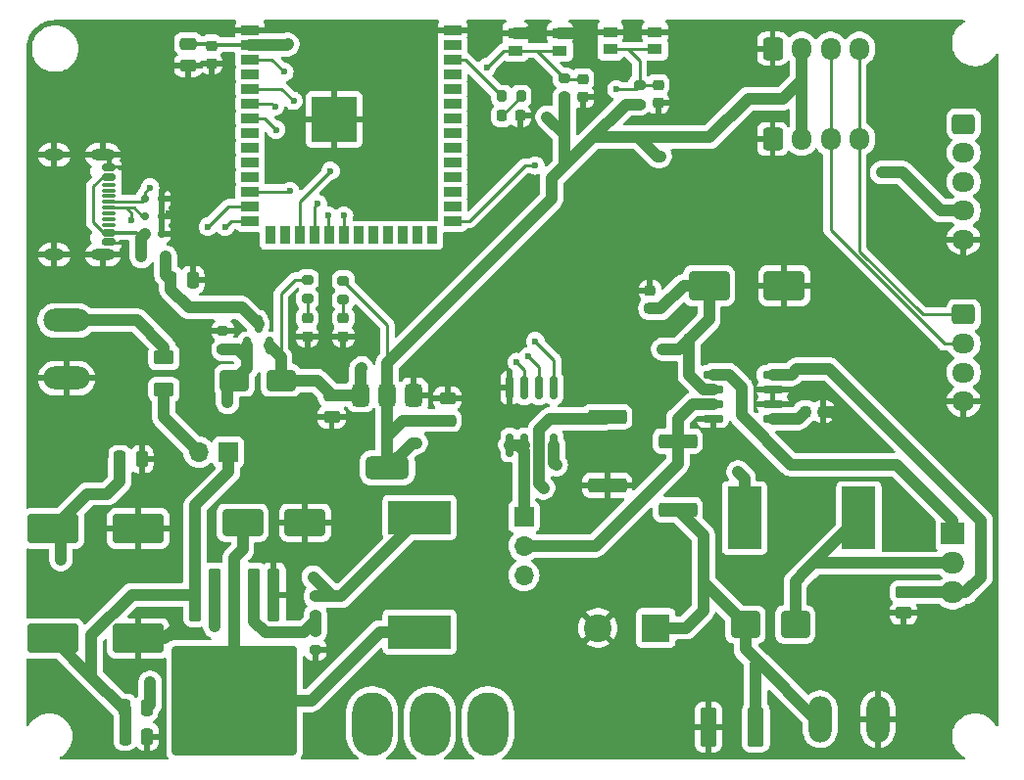
<source format=gtl>
G04 #@! TF.GenerationSoftware,KiCad,Pcbnew,8.0.3-8.0.3-0~ubuntu20.04.1*
G04 #@! TF.CreationDate,2025-03-17T01:47:29-03:00*
G04 #@! TF.ProjectId,fuente_regulable,6675656e-7465-45f7-9265-67756c61626c,rev?*
G04 #@! TF.SameCoordinates,Original*
G04 #@! TF.FileFunction,Copper,L1,Top*
G04 #@! TF.FilePolarity,Positive*
%FSLAX46Y46*%
G04 Gerber Fmt 4.6, Leading zero omitted, Abs format (unit mm)*
G04 Created by KiCad (PCBNEW 8.0.3-8.0.3-0~ubuntu20.04.1) date 2025-03-17 01:47:29*
%MOMM*%
%LPD*%
G01*
G04 APERTURE LIST*
G04 Aperture macros list*
%AMRoundRect*
0 Rectangle with rounded corners*
0 $1 Rounding radius*
0 $2 $3 $4 $5 $6 $7 $8 $9 X,Y pos of 4 corners*
0 Add a 4 corners polygon primitive as box body*
4,1,4,$2,$3,$4,$5,$6,$7,$8,$9,$2,$3,0*
0 Add four circle primitives for the rounded corners*
1,1,$1+$1,$2,$3*
1,1,$1+$1,$4,$5*
1,1,$1+$1,$6,$7*
1,1,$1+$1,$8,$9*
0 Add four rect primitives between the rounded corners*
20,1,$1+$1,$2,$3,$4,$5,0*
20,1,$1+$1,$4,$5,$6,$7,0*
20,1,$1+$1,$6,$7,$8,$9,0*
20,1,$1+$1,$8,$9,$2,$3,0*%
G04 Aperture macros list end*
G04 #@! TA.AperFunction,SMDPad,CuDef*
%ADD10RoundRect,0.375000X-0.375000X0.625000X-0.375000X-0.625000X0.375000X-0.625000X0.375000X0.625000X0*%
G04 #@! TD*
G04 #@! TA.AperFunction,SMDPad,CuDef*
%ADD11RoundRect,0.500000X-1.400000X0.500000X-1.400000X-0.500000X1.400000X-0.500000X1.400000X0.500000X0*%
G04 #@! TD*
G04 #@! TA.AperFunction,ComponentPad*
%ADD12R,1.700000X1.700000*%
G04 #@! TD*
G04 #@! TA.AperFunction,ComponentPad*
%ADD13O,1.700000X1.700000*%
G04 #@! TD*
G04 #@! TA.AperFunction,SMDPad,CuDef*
%ADD14RoundRect,0.250000X-0.450000X0.262500X-0.450000X-0.262500X0.450000X-0.262500X0.450000X0.262500X0*%
G04 #@! TD*
G04 #@! TA.AperFunction,ComponentPad*
%ADD15R,2.000000X1.905000*%
G04 #@! TD*
G04 #@! TA.AperFunction,ComponentPad*
%ADD16O,2.000000X1.905000*%
G04 #@! TD*
G04 #@! TA.AperFunction,SMDPad,CuDef*
%ADD17R,2.900000X5.400000*%
G04 #@! TD*
G04 #@! TA.AperFunction,ComponentPad*
%ADD18R,2.400000X2.400000*%
G04 #@! TD*
G04 #@! TA.AperFunction,ComponentPad*
%ADD19C,2.400000*%
G04 #@! TD*
G04 #@! TA.AperFunction,SMDPad,CuDef*
%ADD20RoundRect,0.250000X-1.500000X-1.000000X1.500000X-1.000000X1.500000X1.000000X-1.500000X1.000000X0*%
G04 #@! TD*
G04 #@! TA.AperFunction,SMDPad,CuDef*
%ADD21R,3.900000X3.900000*%
G04 #@! TD*
G04 #@! TA.AperFunction,SMDPad,CuDef*
%ADD22R,1.500000X0.900000*%
G04 #@! TD*
G04 #@! TA.AperFunction,SMDPad,CuDef*
%ADD23R,0.900000X1.500000*%
G04 #@! TD*
G04 #@! TA.AperFunction,SMDPad,CuDef*
%ADD24RoundRect,0.250000X-0.300000X2.050000X-0.300000X-2.050000X0.300000X-2.050000X0.300000X2.050000X0*%
G04 #@! TD*
G04 #@! TA.AperFunction,SMDPad,CuDef*
%ADD25RoundRect,0.250000X-2.375000X2.025000X-2.375000X-2.025000X2.375000X-2.025000X2.375000X2.025000X0*%
G04 #@! TD*
G04 #@! TA.AperFunction,SMDPad,CuDef*
%ADD26RoundRect,0.250002X-5.149998X4.449998X-5.149998X-4.449998X5.149998X-4.449998X5.149998X4.449998X0*%
G04 #@! TD*
G04 #@! TA.AperFunction,SMDPad,CuDef*
%ADD27RoundRect,0.150000X-0.150000X0.825000X-0.150000X-0.825000X0.150000X-0.825000X0.150000X0.825000X0*%
G04 #@! TD*
G04 #@! TA.AperFunction,SMDPad,CuDef*
%ADD28RoundRect,0.150000X-0.725000X-0.150000X0.725000X-0.150000X0.725000X0.150000X-0.725000X0.150000X0*%
G04 #@! TD*
G04 #@! TA.AperFunction,SMDPad,CuDef*
%ADD29R,1.250000X0.900000*%
G04 #@! TD*
G04 #@! TA.AperFunction,ComponentPad*
%ADD30O,3.500000X5.500000*%
G04 #@! TD*
G04 #@! TA.AperFunction,SMDPad,CuDef*
%ADD31RoundRect,0.200000X0.275000X-0.200000X0.275000X0.200000X-0.275000X0.200000X-0.275000X-0.200000X0*%
G04 #@! TD*
G04 #@! TA.AperFunction,SMDPad,CuDef*
%ADD32RoundRect,0.200000X-0.275000X0.200000X-0.275000X-0.200000X0.275000X-0.200000X0.275000X0.200000X0*%
G04 #@! TD*
G04 #@! TA.AperFunction,SMDPad,CuDef*
%ADD33RoundRect,0.200000X-0.200000X-0.275000X0.200000X-0.275000X0.200000X0.275000X-0.200000X0.275000X0*%
G04 #@! TD*
G04 #@! TA.AperFunction,SMDPad,CuDef*
%ADD34RoundRect,0.250000X-1.425000X0.362500X-1.425000X-0.362500X1.425000X-0.362500X1.425000X0.362500X0*%
G04 #@! TD*
G04 #@! TA.AperFunction,SMDPad,CuDef*
%ADD35RoundRect,0.250000X1.425000X-0.362500X1.425000X0.362500X-1.425000X0.362500X-1.425000X-0.362500X0*%
G04 #@! TD*
G04 #@! TA.AperFunction,SMDPad,CuDef*
%ADD36RoundRect,0.150000X0.150000X-0.587500X0.150000X0.587500X-0.150000X0.587500X-0.150000X-0.587500X0*%
G04 #@! TD*
G04 #@! TA.AperFunction,SMDPad,CuDef*
%ADD37RoundRect,0.150000X-0.425000X0.150000X-0.425000X-0.150000X0.425000X-0.150000X0.425000X0.150000X0*%
G04 #@! TD*
G04 #@! TA.AperFunction,SMDPad,CuDef*
%ADD38RoundRect,0.075000X-0.500000X0.075000X-0.500000X-0.075000X0.500000X-0.075000X0.500000X0.075000X0*%
G04 #@! TD*
G04 #@! TA.AperFunction,ComponentPad*
%ADD39O,2.100000X1.000000*%
G04 #@! TD*
G04 #@! TA.AperFunction,ComponentPad*
%ADD40O,1.800000X1.000000*%
G04 #@! TD*
G04 #@! TA.AperFunction,SMDPad,CuDef*
%ADD41R,5.400000X2.900000*%
G04 #@! TD*
G04 #@! TA.AperFunction,ComponentPad*
%ADD42RoundRect,0.250000X-0.600000X-0.725000X0.600000X-0.725000X0.600000X0.725000X-0.600000X0.725000X0*%
G04 #@! TD*
G04 #@! TA.AperFunction,ComponentPad*
%ADD43O,1.700000X1.950000*%
G04 #@! TD*
G04 #@! TA.AperFunction,ComponentPad*
%ADD44RoundRect,0.250000X-0.725000X0.600000X-0.725000X-0.600000X0.725000X-0.600000X0.725000X0.600000X0*%
G04 #@! TD*
G04 #@! TA.AperFunction,ComponentPad*
%ADD45O,1.950000X1.700000*%
G04 #@! TD*
G04 #@! TA.AperFunction,ComponentPad*
%ADD46O,2.000000X4.000000*%
G04 #@! TD*
G04 #@! TA.AperFunction,ComponentPad*
%ADD47O,4.000000X2.000000*%
G04 #@! TD*
G04 #@! TA.AperFunction,SMDPad,CuDef*
%ADD48RoundRect,0.250000X-0.625000X0.375000X-0.625000X-0.375000X0.625000X-0.375000X0.625000X0.375000X0*%
G04 #@! TD*
G04 #@! TA.AperFunction,SMDPad,CuDef*
%ADD49RoundRect,0.250000X1.000000X0.650000X-1.000000X0.650000X-1.000000X-0.650000X1.000000X-0.650000X0*%
G04 #@! TD*
G04 #@! TA.AperFunction,SMDPad,CuDef*
%ADD50RoundRect,0.218750X0.256250X-0.218750X0.256250X0.218750X-0.256250X0.218750X-0.256250X-0.218750X0*%
G04 #@! TD*
G04 #@! TA.AperFunction,SMDPad,CuDef*
%ADD51RoundRect,0.250000X-1.500000X-0.900000X1.500000X-0.900000X1.500000X0.900000X-1.500000X0.900000X0*%
G04 #@! TD*
G04 #@! TA.AperFunction,SMDPad,CuDef*
%ADD52RoundRect,0.150000X0.150000X0.200000X-0.150000X0.200000X-0.150000X-0.200000X0.150000X-0.200000X0*%
G04 #@! TD*
G04 #@! TA.AperFunction,SMDPad,CuDef*
%ADD53RoundRect,0.112500X0.187500X0.112500X-0.187500X0.112500X-0.187500X-0.112500X0.187500X-0.112500X0*%
G04 #@! TD*
G04 #@! TA.AperFunction,SMDPad,CuDef*
%ADD54RoundRect,0.218750X0.218750X0.256250X-0.218750X0.256250X-0.218750X-0.256250X0.218750X-0.256250X0*%
G04 #@! TD*
G04 #@! TA.AperFunction,SMDPad,CuDef*
%ADD55RoundRect,0.250000X-1.000000X-0.900000X1.000000X-0.900000X1.000000X0.900000X-1.000000X0.900000X0*%
G04 #@! TD*
G04 #@! TA.AperFunction,SMDPad,CuDef*
%ADD56RoundRect,0.250000X0.475000X-0.250000X0.475000X0.250000X-0.475000X0.250000X-0.475000X-0.250000X0*%
G04 #@! TD*
G04 #@! TA.AperFunction,SMDPad,CuDef*
%ADD57RoundRect,0.250000X-0.475000X0.250000X-0.475000X-0.250000X0.475000X-0.250000X0.475000X0.250000X0*%
G04 #@! TD*
G04 #@! TA.AperFunction,SMDPad,CuDef*
%ADD58RoundRect,0.250000X-1.950000X-1.000000X1.950000X-1.000000X1.950000X1.000000X-1.950000X1.000000X0*%
G04 #@! TD*
G04 #@! TA.AperFunction,SMDPad,CuDef*
%ADD59RoundRect,0.250000X-0.250000X-0.475000X0.250000X-0.475000X0.250000X0.475000X-0.250000X0.475000X0*%
G04 #@! TD*
G04 #@! TA.AperFunction,SMDPad,CuDef*
%ADD60RoundRect,0.225000X-0.250000X0.225000X-0.250000X-0.225000X0.250000X-0.225000X0.250000X0.225000X0*%
G04 #@! TD*
G04 #@! TA.AperFunction,SMDPad,CuDef*
%ADD61RoundRect,0.250000X0.250000X0.475000X-0.250000X0.475000X-0.250000X-0.475000X0.250000X-0.475000X0*%
G04 #@! TD*
G04 #@! TA.AperFunction,SMDPad,CuDef*
%ADD62RoundRect,0.249999X0.450001X1.450001X-0.450001X1.450001X-0.450001X-1.450001X0.450001X-1.450001X0*%
G04 #@! TD*
G04 #@! TA.AperFunction,SMDPad,CuDef*
%ADD63RoundRect,0.225000X-0.225000X-0.250000X0.225000X-0.250000X0.225000X0.250000X-0.225000X0.250000X0*%
G04 #@! TD*
G04 #@! TA.AperFunction,SMDPad,CuDef*
%ADD64RoundRect,0.225000X0.250000X-0.225000X0.250000X0.225000X-0.250000X0.225000X-0.250000X-0.225000X0*%
G04 #@! TD*
G04 #@! TA.AperFunction,ViaPad*
%ADD65C,0.600000*%
G04 #@! TD*
G04 #@! TA.AperFunction,Conductor*
%ADD66C,1.016000*%
G04 #@! TD*
G04 #@! TA.AperFunction,Conductor*
%ADD67C,0.254000*%
G04 #@! TD*
G04 #@! TA.AperFunction,Conductor*
%ADD68C,0.304800*%
G04 #@! TD*
G04 APERTURE END LIST*
D10*
X79400000Y-82950000D03*
D11*
X81700000Y-89250000D03*
D10*
X81700000Y-82950000D03*
X84000000Y-82950000D03*
D12*
X93500000Y-93475000D03*
D13*
X93500000Y-96015000D03*
X93500000Y-98555000D03*
D14*
X126300000Y-99987500D03*
X126300000Y-101812500D03*
D15*
X130555000Y-94960000D03*
D16*
X130555000Y-97500000D03*
X130555000Y-100040000D03*
D17*
X112550000Y-93600000D03*
X122450000Y-93600000D03*
D18*
X104900000Y-103100000D03*
D19*
X99900000Y-103100000D03*
D20*
X109500000Y-73500000D03*
X116000000Y-73500000D03*
D21*
X77100000Y-59100000D03*
D22*
X87350000Y-51380000D03*
X87350000Y-52650000D03*
X87350000Y-53920000D03*
X87350000Y-55190000D03*
X87350000Y-56460000D03*
X87350000Y-57730000D03*
X87350000Y-59000000D03*
X87350000Y-60270000D03*
X87350000Y-61540000D03*
X87350000Y-62810000D03*
X87350000Y-64080000D03*
X87350000Y-65350000D03*
X87350000Y-66620000D03*
X87350000Y-67890000D03*
D23*
X85585000Y-69140000D03*
X84315000Y-69140000D03*
X83045000Y-69140000D03*
X81775000Y-69140000D03*
X80505000Y-69140000D03*
X79235000Y-69140000D03*
X77965000Y-69140000D03*
X76695000Y-69140000D03*
X75425000Y-69140000D03*
X74155000Y-69140000D03*
X72885000Y-69140000D03*
X71615000Y-69140000D03*
D22*
X69850000Y-67890000D03*
X69850000Y-66620000D03*
X69850000Y-65350000D03*
X69850000Y-64080000D03*
X69850000Y-62810000D03*
X69850000Y-61540000D03*
X69850000Y-60270000D03*
X69850000Y-59000000D03*
X69850000Y-57730000D03*
X69850000Y-56460000D03*
X69850000Y-55190000D03*
X69850000Y-53920000D03*
X69850000Y-52650000D03*
X69850000Y-51380000D03*
D24*
X71900000Y-100225000D03*
X70200000Y-100225000D03*
X68500000Y-100225000D03*
D25*
X71275000Y-106950000D03*
X65725000Y-106950000D03*
D26*
X68500000Y-109375000D03*
D25*
X71275000Y-111800000D03*
X65725000Y-111800000D03*
D24*
X66800000Y-100225000D03*
X65100000Y-100225000D03*
D27*
X96105000Y-82325000D03*
X94835000Y-82325000D03*
X93565000Y-82325000D03*
X92295000Y-82325000D03*
X92295000Y-87275000D03*
X93565000Y-87275000D03*
X94835000Y-87275000D03*
X96105000Y-87275000D03*
D28*
X109850000Y-81190000D03*
X109850000Y-82460000D03*
X109850000Y-83730000D03*
X109850000Y-85000000D03*
X115000000Y-85000000D03*
X115000000Y-83730000D03*
X115000000Y-82460000D03*
X115000000Y-81190000D03*
D29*
X96625000Y-51650000D03*
X92775000Y-51650000D03*
X92775000Y-53150000D03*
X96625000Y-53150000D03*
X104825000Y-51550000D03*
X100975000Y-51550000D03*
X100975000Y-53050000D03*
X104825000Y-53050000D03*
D30*
X80400000Y-111400000D03*
X85400000Y-111400000D03*
X90400000Y-111400000D03*
D31*
X67500000Y-79025000D03*
X67500000Y-77375000D03*
D32*
X74800000Y-72975000D03*
X74800000Y-74625000D03*
X77900000Y-73075000D03*
X77900000Y-74725000D03*
X75500000Y-103350000D03*
X75500000Y-105000000D03*
X75500000Y-100350000D03*
X75500000Y-102000000D03*
D31*
X97000000Y-57200000D03*
X97000000Y-55550000D03*
X103500000Y-57800000D03*
X103500000Y-56150000D03*
D33*
X91600000Y-57100000D03*
X93250000Y-57100000D03*
D34*
X100700000Y-84837500D03*
X100700000Y-90762500D03*
D35*
X106800000Y-92862500D03*
X106800000Y-86937500D03*
D36*
X69600000Y-78700000D03*
X71500000Y-78700000D03*
X70550000Y-76825000D03*
D37*
X57680000Y-63300000D03*
X57680000Y-64100000D03*
D38*
X57680000Y-65250000D03*
X57680000Y-66250000D03*
X57680000Y-66750000D03*
X57680000Y-67750000D03*
D37*
X57680000Y-68900000D03*
X57680000Y-69700000D03*
X57680000Y-69700000D03*
X57680000Y-68900000D03*
D38*
X57680000Y-68250000D03*
X57680000Y-67250000D03*
X57680000Y-65750000D03*
X57680000Y-64750000D03*
D37*
X57680000Y-64100000D03*
X57680000Y-63300000D03*
D39*
X57105000Y-62180000D03*
D40*
X52925000Y-62180000D03*
D39*
X57105000Y-70820000D03*
D40*
X52925000Y-70820000D03*
D41*
X84500000Y-103450000D03*
X84500000Y-93550000D03*
D42*
X115000000Y-60800000D03*
D43*
X117500000Y-60800000D03*
X120000000Y-60800000D03*
X122500000Y-60800000D03*
D42*
X115000000Y-53000000D03*
D43*
X117500000Y-53000000D03*
X120000000Y-53000000D03*
X122500000Y-53000000D03*
D44*
X131500000Y-59500000D03*
D45*
X131500000Y-62000000D03*
X131500000Y-64500000D03*
X131500000Y-67000000D03*
X131500000Y-69500000D03*
D44*
X131500000Y-76000000D03*
D45*
X131500000Y-78500000D03*
X131500000Y-81000000D03*
X131500000Y-83500000D03*
D46*
X124100000Y-111000000D03*
X119100000Y-111000000D03*
D12*
X67975000Y-87900000D03*
D13*
X65435000Y-87900000D03*
D47*
X54000000Y-81500000D03*
X54000000Y-76500000D03*
D48*
X62400000Y-79700000D03*
X62400000Y-82500000D03*
D49*
X72500000Y-81700000D03*
X68500000Y-81700000D03*
D50*
X74800000Y-77875000D03*
X74800000Y-76300000D03*
X77900000Y-77887500D03*
X77900000Y-76312500D03*
D51*
X69200000Y-94000000D03*
X74600000Y-94000000D03*
D52*
X60800000Y-69000000D03*
X62200000Y-69000000D03*
X60800000Y-67500000D03*
X62200000Y-67500000D03*
X60800000Y-66000000D03*
X62200000Y-66000000D03*
D53*
X62550000Y-71000000D03*
X60450000Y-71000000D03*
D54*
X93187500Y-58800000D03*
X91612500Y-58800000D03*
D55*
X112650000Y-102800000D03*
X116950000Y-102800000D03*
D56*
X86900000Y-85150000D03*
X86900000Y-83250000D03*
D57*
X76900000Y-82950000D03*
X76900000Y-84850000D03*
D58*
X52800000Y-94500000D03*
X60200000Y-94500000D03*
D59*
X58600000Y-88500000D03*
X60500000Y-88500000D03*
D58*
X52800000Y-104000000D03*
X60200000Y-104000000D03*
D59*
X59000000Y-110000000D03*
X60900000Y-110000000D03*
X59050000Y-112500000D03*
X60950000Y-112500000D03*
D60*
X98600000Y-55625000D03*
X98600000Y-57175000D03*
X105100000Y-56125000D03*
X105100000Y-57675000D03*
D61*
X64900000Y-73000000D03*
X63000000Y-73000000D03*
D60*
X66500000Y-52725000D03*
X66500000Y-54275000D03*
D57*
X64500000Y-52550000D03*
X64500000Y-54450000D03*
D62*
X113550000Y-111700000D03*
X109450000Y-111700000D03*
D63*
X117825000Y-84400000D03*
X119375000Y-84400000D03*
D64*
X104400000Y-75475000D03*
X104400000Y-73925000D03*
D65*
X127150000Y-52900000D03*
X130550000Y-108650000D03*
X93800000Y-113450000D03*
X93300000Y-104250000D03*
X86150000Y-100400000D03*
X89885799Y-89774617D03*
X94800000Y-70750000D03*
X108000000Y-68200000D03*
X94500000Y-60900000D03*
X98100000Y-54100000D03*
X95482693Y-55844055D03*
X94950000Y-51450000D03*
X102950000Y-51350000D03*
X100350000Y-55350000D03*
X59100000Y-52950000D03*
X105150000Y-71500000D03*
X100100000Y-70050000D03*
X101150000Y-62950000D03*
X90600000Y-62400000D03*
X107650000Y-58000000D03*
X114500000Y-55200000D03*
X109150000Y-51700000D03*
X111650000Y-61700000D03*
X126250000Y-60300000D03*
X125453204Y-69024489D03*
X129450000Y-72850000D03*
X115850000Y-70600000D03*
X110400000Y-79500000D03*
X122700000Y-86500000D03*
X125950000Y-94000000D03*
X130950000Y-87700000D03*
X128350000Y-102050000D03*
X123550000Y-101800000D03*
X110050000Y-103500000D03*
X109650000Y-92300000D03*
X105150000Y-95650000D03*
X112650000Y-98250000D03*
X105150000Y-113250000D03*
X95650000Y-109750000D03*
X82600000Y-99700000D03*
X99000000Y-93200000D03*
X107600000Y-90650000D03*
X101150000Y-87400000D03*
X102229915Y-83126296D03*
X97950000Y-82600000D03*
X98150000Y-87200000D03*
X87300000Y-79800000D03*
X82250000Y-74850000D03*
X89250000Y-83350000D03*
X79150000Y-87350000D03*
X65900000Y-81300000D03*
X76500000Y-97150000D03*
X82150000Y-106800000D03*
X77150000Y-113300000D03*
X51450000Y-107550000D03*
X59350000Y-106650000D03*
X62200000Y-111050000D03*
X62050000Y-114150000D03*
X77750000Y-103950000D03*
X73650000Y-99900000D03*
X63300000Y-98700000D03*
X63500000Y-95500000D03*
X57000000Y-95000000D03*
X56500000Y-101000000D03*
X68000000Y-73000000D03*
X59000000Y-73000000D03*
X60000000Y-91000000D03*
X64000000Y-90500000D03*
X74500000Y-83500000D03*
X76000000Y-79500000D03*
X80000000Y-78000000D03*
X78500000Y-71500000D03*
X85500000Y-67000000D03*
X89000000Y-70000000D03*
X72500000Y-63000000D03*
X85000000Y-51000000D03*
X76500000Y-51000000D03*
X81500000Y-56500000D03*
X66000000Y-56500000D03*
X52000000Y-57500000D03*
X89300000Y-57100000D03*
X89700000Y-51200000D03*
X63400000Y-103100000D03*
X62800000Y-67200000D03*
X63000000Y-64700000D03*
X66200000Y-68400000D03*
X59600000Y-67800000D03*
X67700000Y-68400000D03*
X61200000Y-65000000D03*
X121100000Y-85300000D03*
X98100000Y-51800000D03*
X93900000Y-51600000D03*
X72800000Y-55000000D03*
X90300000Y-54600000D03*
X124400000Y-63700000D03*
X105300000Y-62300000D03*
X101500000Y-56500000D03*
X94500000Y-63100000D03*
X76800000Y-63573000D03*
X73300000Y-65300000D03*
X73100000Y-52600000D03*
X95500000Y-58900000D03*
X79500000Y-80600000D03*
X72100000Y-60000000D03*
X72000000Y-58000000D03*
X73600000Y-57500000D03*
X112000000Y-89600000D03*
X95200000Y-91000000D03*
X105500000Y-79000000D03*
X96300000Y-89000000D03*
X84200000Y-87100000D03*
X92900000Y-80100000D03*
X76600000Y-67427000D03*
X93900000Y-79600000D03*
X77956644Y-67443356D03*
X94500000Y-78300000D03*
X75700000Y-66400000D03*
X67900000Y-83600000D03*
X53500000Y-97200000D03*
X75300000Y-98700000D03*
X61200000Y-107800000D03*
X66800000Y-103000000D03*
X68000000Y-51500000D03*
D66*
X94835000Y-90635000D02*
X94835000Y-87275000D01*
X95200000Y-91000000D02*
X94835000Y-90635000D01*
X109850000Y-81190000D02*
X111190000Y-81190000D01*
X111190000Y-81190000D02*
X112300000Y-82300000D01*
X112300000Y-82300000D02*
X112300000Y-84700000D01*
X125750000Y-89000000D02*
X130555000Y-93805000D01*
X112300000Y-84700000D02*
X116600000Y-89000000D01*
X116600000Y-89000000D02*
X125750000Y-89000000D01*
X130555000Y-93805000D02*
X130555000Y-94960000D01*
X81700000Y-82950000D02*
X81700000Y-80200000D01*
X81700000Y-80200000D02*
X95900000Y-66000000D01*
X95900000Y-66000000D02*
X95900000Y-64200000D01*
X62400000Y-79700000D02*
X62400000Y-78800000D01*
X62400000Y-78800000D02*
X60100000Y-76500000D01*
X60100000Y-76500000D02*
X54000000Y-76500000D01*
X65435000Y-87900000D02*
X62400000Y-84865000D01*
X62400000Y-84865000D02*
X62400000Y-82500000D01*
X118700000Y-111000000D02*
X113750000Y-106050000D01*
X113750000Y-106050000D02*
X112650000Y-104950000D01*
X113550000Y-111700000D02*
X113550000Y-106250000D01*
X113550000Y-106250000D02*
X113750000Y-106050000D01*
X104900000Y-103100000D02*
X107500000Y-103100000D01*
X107500000Y-103100000D02*
X109000000Y-101600000D01*
X109000000Y-101600000D02*
X109000000Y-98300000D01*
X112650000Y-102800000D02*
X109000000Y-99150000D01*
X109000000Y-99150000D02*
X109000000Y-98300000D01*
X119100000Y-111000000D02*
X118700000Y-111000000D01*
X112650000Y-104950000D02*
X112650000Y-102800000D01*
X62500000Y-104000000D02*
X63400000Y-103100000D01*
X60200000Y-104000000D02*
X62500000Y-104000000D01*
D67*
X62500000Y-67500000D02*
X62800000Y-67200000D01*
X62200000Y-67500000D02*
X62500000Y-67500000D01*
X62200000Y-65500000D02*
X63000000Y-64700000D01*
X62200000Y-66000000D02*
X62200000Y-65500000D01*
X67700000Y-68400000D02*
X68210000Y-67890000D01*
X68210000Y-67890000D02*
X69850000Y-67890000D01*
X59100000Y-66750000D02*
X59150000Y-66750000D01*
X59150000Y-66750000D02*
X59600000Y-67200000D01*
X59600000Y-67200000D02*
X59600000Y-67800000D01*
X67980000Y-66620000D02*
X66200000Y-68400000D01*
X69850000Y-66620000D02*
X67980000Y-66620000D01*
X57680000Y-66750000D02*
X59100000Y-66750000D01*
X59100000Y-66750000D02*
X59800000Y-66750000D01*
X60800000Y-66000000D02*
X60800000Y-65400000D01*
X60800000Y-65400000D02*
X61200000Y-65000000D01*
D66*
X120200000Y-84400000D02*
X121100000Y-85300000D01*
X119375000Y-84400000D02*
X120200000Y-84400000D01*
X97950000Y-51650000D02*
X98100000Y-51800000D01*
X96625000Y-51650000D02*
X97950000Y-51650000D01*
X93850000Y-51650000D02*
X93900000Y-51600000D01*
X92775000Y-51650000D02*
X93850000Y-51650000D01*
D67*
X92775000Y-53150000D02*
X91750000Y-53150000D01*
X91750000Y-53150000D02*
X90300000Y-54600000D01*
X72800000Y-55000000D02*
X71720000Y-53920000D01*
X71720000Y-53920000D02*
X69850000Y-53920000D01*
D66*
X103400000Y-60650000D02*
X109550000Y-60650000D01*
X105300000Y-62300000D02*
X105050000Y-62300000D01*
X126200000Y-63700000D02*
X124400000Y-63700000D01*
X126900000Y-64400000D02*
X126200000Y-63700000D01*
X131500000Y-67000000D02*
X129500000Y-67000000D01*
X129500000Y-67000000D02*
X126900000Y-64400000D01*
X99450000Y-60650000D02*
X103400000Y-60650000D01*
X105050000Y-62300000D02*
X103400000Y-60650000D01*
X99200000Y-60900000D02*
X99450000Y-60650000D01*
X102300000Y-57800000D02*
X99200000Y-60900000D01*
X109550000Y-60650000D02*
X112900000Y-57300000D01*
X99200000Y-60900000D02*
X95900000Y-64200000D01*
X117500000Y-53000000D02*
X117500000Y-55700000D01*
X115900000Y-57300000D02*
X117500000Y-55700000D01*
X117500000Y-55700000D02*
X117500000Y-60800000D01*
X112900000Y-57300000D02*
X115900000Y-57300000D01*
D67*
X94500000Y-63100000D02*
X93600000Y-63100000D01*
X93600000Y-63100000D02*
X88810000Y-67890000D01*
X88810000Y-67890000D02*
X87350000Y-67890000D01*
X101500000Y-56500000D02*
X103150000Y-56500000D01*
X103150000Y-56500000D02*
X103500000Y-56150000D01*
X59800000Y-66750000D02*
X60550000Y-67500000D01*
X60550000Y-67500000D02*
X60800000Y-67500000D01*
X57680000Y-66250000D02*
X60550000Y-66250000D01*
X60550000Y-66250000D02*
X60800000Y-66000000D01*
X73250000Y-65350000D02*
X69850000Y-65350000D01*
X73300000Y-65300000D02*
X73250000Y-65350000D01*
X74155000Y-69140000D02*
X74155000Y-66218000D01*
X74155000Y-66218000D02*
X76800000Y-63573000D01*
D66*
X69850000Y-52650000D02*
X73050000Y-52650000D01*
X73050000Y-52650000D02*
X73100000Y-52600000D01*
X97000000Y-63100000D02*
X97000000Y-60900000D01*
X97000000Y-60900000D02*
X97000000Y-57200000D01*
X95500000Y-58900000D02*
X97000000Y-60400000D01*
X97000000Y-60400000D02*
X97000000Y-60900000D01*
X95900000Y-64200000D02*
X97000000Y-63100000D01*
X103500000Y-57800000D02*
X102300000Y-57800000D01*
X79400000Y-82950000D02*
X79400000Y-80700000D01*
X79400000Y-80700000D02*
X79500000Y-80600000D01*
X104400000Y-75475000D02*
X105325000Y-75475000D01*
X105325000Y-75475000D02*
X107300000Y-73500000D01*
X107300000Y-73500000D02*
X109500000Y-73500000D01*
D67*
X120000000Y-60800000D02*
X120000000Y-68642053D01*
X120000000Y-68642053D02*
X129857947Y-78500000D01*
X129857947Y-78500000D02*
X131500000Y-78500000D01*
X122500000Y-60800000D02*
X122500000Y-70500000D01*
X122500000Y-70500000D02*
X128000000Y-76000000D01*
X128000000Y-76000000D02*
X131500000Y-76000000D01*
X69850000Y-59000000D02*
X71100000Y-59000000D01*
X71100000Y-59000000D02*
X72100000Y-60000000D01*
X71730000Y-57730000D02*
X72000000Y-58000000D01*
X69850000Y-57730000D02*
X71730000Y-57730000D01*
X69850000Y-56460000D02*
X72560000Y-56460000D01*
X72560000Y-56460000D02*
X73600000Y-57500000D01*
X122500000Y-53000000D02*
X122500000Y-60800000D01*
X120000000Y-53000000D02*
X120000000Y-60800000D01*
X100975000Y-53050000D02*
X102500000Y-53050000D01*
X102500000Y-53050000D02*
X104825000Y-53050000D01*
X103500000Y-56150000D02*
X103500000Y-54050000D01*
X103500000Y-54050000D02*
X102500000Y-53050000D01*
X105100000Y-56125000D02*
X103525000Y-56125000D01*
X103525000Y-56125000D02*
X103500000Y-56150000D01*
X92775000Y-53150000D02*
X94300000Y-53150000D01*
X94300000Y-53150000D02*
X96625000Y-53150000D01*
X97000000Y-55550000D02*
X94600000Y-53150000D01*
X94600000Y-53150000D02*
X94300000Y-53150000D01*
X98600000Y-55625000D02*
X97075000Y-55625000D01*
X97075000Y-55625000D02*
X97000000Y-55550000D01*
X93250000Y-57100000D02*
X93250000Y-57162500D01*
X93250000Y-57162500D02*
X91612500Y-58800000D01*
X87350000Y-53920000D02*
X88420000Y-53920000D01*
X88420000Y-53920000D02*
X91600000Y-57100000D01*
D66*
X115000000Y-85000000D02*
X117225000Y-85000000D01*
X117225000Y-85000000D02*
X117825000Y-84400000D01*
X115000000Y-81190000D02*
X116610000Y-81190000D01*
X133000000Y-93800000D02*
X133000000Y-98700000D01*
X116610000Y-81190000D02*
X117100000Y-80700000D01*
X117100000Y-80700000D02*
X119900000Y-80700000D01*
X119900000Y-80700000D02*
X133000000Y-93800000D01*
X131660000Y-100040000D02*
X130555000Y-100040000D01*
X133000000Y-98700000D02*
X131660000Y-100040000D01*
X112550000Y-90150000D02*
X112000000Y-89600000D01*
X112550000Y-93600000D02*
X112550000Y-90150000D01*
X106800000Y-86937500D02*
X106800000Y-88900000D01*
X106800000Y-88900000D02*
X99685000Y-96015000D01*
X99685000Y-96015000D02*
X93500000Y-96015000D01*
X109000000Y-95062500D02*
X109000000Y-98300000D01*
X106800000Y-92862500D02*
X109000000Y-95062500D01*
X109850000Y-83730000D02*
X108070000Y-83730000D01*
X108070000Y-83730000D02*
X106800000Y-85000000D01*
X106800000Y-85000000D02*
X106800000Y-86937500D01*
X126300000Y-99987500D02*
X130502500Y-99987500D01*
X130502500Y-99987500D02*
X130555000Y-100040000D01*
X116950000Y-99100000D02*
X117875000Y-98175000D01*
X117875000Y-98175000D02*
X122450000Y-93600000D01*
X130555000Y-97500000D02*
X118550000Y-97500000D01*
X118550000Y-97500000D02*
X117875000Y-98175000D01*
X116950000Y-102800000D02*
X116950000Y-99100000D01*
X109850000Y-82460000D02*
X109027448Y-82460000D01*
X109027448Y-82460000D02*
X107800000Y-81232552D01*
X107800000Y-81232552D02*
X107800000Y-78100000D01*
X105500000Y-79000000D02*
X106900000Y-79000000D01*
X106900000Y-79000000D02*
X109500000Y-76400000D01*
X109500000Y-76400000D02*
X109500000Y-73500000D01*
X96105000Y-87275000D02*
X96105000Y-88805000D01*
X83850000Y-87100000D02*
X81700000Y-89250000D01*
X96105000Y-88805000D02*
X96300000Y-89000000D01*
X84200000Y-87100000D02*
X83850000Y-87100000D01*
X93500000Y-93475000D02*
X93500000Y-87775000D01*
X93500000Y-87775000D02*
X93000000Y-87275000D01*
X93000000Y-87275000D02*
X92295000Y-87275000D01*
X92295000Y-87275000D02*
X93565000Y-87275000D01*
X94835000Y-87275000D02*
X94835000Y-85935000D01*
X94835000Y-85935000D02*
X95770000Y-85000000D01*
X95770000Y-85000000D02*
X100537500Y-85000000D01*
D67*
X75700000Y-66400000D02*
X75425000Y-66675000D01*
X75425000Y-66675000D02*
X75425000Y-69140000D01*
X93565000Y-82325000D02*
X93565000Y-80765000D01*
X93565000Y-80765000D02*
X92900000Y-80100000D01*
X76600000Y-69045000D02*
X76695000Y-69140000D01*
X76600000Y-67427000D02*
X76600000Y-69045000D01*
X77965000Y-67451712D02*
X77956644Y-67443356D01*
X77965000Y-69140000D02*
X77965000Y-67451712D01*
X94835000Y-80535000D02*
X94835000Y-82325000D01*
X93900000Y-79600000D02*
X94835000Y-80535000D01*
X96105000Y-82325000D02*
X96105000Y-79905000D01*
X96105000Y-79905000D02*
X94500000Y-78300000D01*
X77900000Y-73075000D02*
X81700000Y-76875000D01*
X81700000Y-76875000D02*
X81700000Y-82950000D01*
X74800000Y-72975000D02*
X73725000Y-72975000D01*
X73725000Y-72975000D02*
X72500000Y-74200000D01*
X72500000Y-74200000D02*
X72500000Y-79700000D01*
X77900000Y-74725000D02*
X77900000Y-76312500D01*
X74800000Y-74625000D02*
X74800000Y-76300000D01*
D66*
X72500000Y-81700000D02*
X75650000Y-81700000D01*
X75650000Y-81700000D02*
X76900000Y-82950000D01*
X76900000Y-82950000D02*
X79400000Y-82950000D01*
X81700000Y-82950000D02*
X81700000Y-86500000D01*
X81700000Y-86500000D02*
X81700000Y-89250000D01*
X83050000Y-85150000D02*
X81700000Y-86500000D01*
X86900000Y-85150000D02*
X83050000Y-85150000D01*
D67*
X57680000Y-64100000D02*
X57107778Y-64100000D01*
X57107778Y-64100000D02*
X56300000Y-64907778D01*
X56300000Y-64907778D02*
X56300000Y-68015592D01*
X56300000Y-68015592D02*
X57184408Y-68900000D01*
X57184408Y-68900000D02*
X57680000Y-68900000D01*
D68*
X57680000Y-68900000D02*
X60000000Y-68900000D01*
X60000000Y-68900000D02*
X60450000Y-69350000D01*
D66*
X60450000Y-71000000D02*
X60450000Y-69350000D01*
X60450000Y-69350000D02*
X60800000Y-69000000D01*
X62550000Y-71000000D02*
X62550000Y-72550000D01*
X62550000Y-72550000D02*
X63000000Y-73000000D01*
X69125000Y-75400000D02*
X64600000Y-75400000D01*
X70550000Y-76825000D02*
X69125000Y-75400000D01*
X64600000Y-75400000D02*
X63000000Y-73800000D01*
X63000000Y-73800000D02*
X63000000Y-73000000D01*
X72500000Y-81700000D02*
X72500000Y-79700000D01*
X72500000Y-79700000D02*
X71500000Y-78700000D01*
X67900000Y-83600000D02*
X67900000Y-82300000D01*
X67900000Y-82300000D02*
X68500000Y-81700000D01*
X77100000Y-100350000D02*
X77700000Y-100350000D01*
X75500000Y-100350000D02*
X77100000Y-100350000D01*
X53500000Y-95200000D02*
X52800000Y-94500000D01*
X77100000Y-100350000D02*
X76950000Y-100350000D01*
X76950000Y-100350000D02*
X75300000Y-98700000D01*
X53500000Y-97200000D02*
X53500000Y-95200000D01*
X69600000Y-78700000D02*
X69600000Y-79800000D01*
X69600000Y-79800000D02*
X69600000Y-80600000D01*
X67500000Y-79025000D02*
X68825000Y-79025000D01*
X68825000Y-79025000D02*
X69600000Y-79800000D01*
X69600000Y-80600000D02*
X68500000Y-81700000D01*
X67975000Y-87900000D02*
X67975000Y-89625000D01*
X67975000Y-89625000D02*
X65100000Y-92500000D01*
X65100000Y-92500000D02*
X65100000Y-100225000D01*
X69200000Y-96300000D02*
X69200000Y-94000000D01*
X68500000Y-100225000D02*
X68500000Y-97000000D01*
X68500000Y-97000000D02*
X69200000Y-96300000D01*
X61200000Y-109700000D02*
X60900000Y-110000000D01*
X66800000Y-100225000D02*
X66800000Y-103000000D01*
X61200000Y-107800000D02*
X61200000Y-109700000D01*
X84500000Y-103450000D02*
X81050000Y-103450000D01*
X81050000Y-103450000D02*
X75125000Y-109375000D01*
X75125000Y-109375000D02*
X68500000Y-109375000D01*
X55800000Y-91500000D02*
X57500000Y-91500000D01*
X52800000Y-94500000D02*
X55800000Y-91500000D01*
X57500000Y-91500000D02*
X58600000Y-90400000D01*
X58600000Y-90400000D02*
X58600000Y-88500000D01*
X58800000Y-110000000D02*
X56150000Y-107350000D01*
X56150000Y-107350000D02*
X52800000Y-104000000D01*
X59663256Y-100225000D02*
X56150000Y-103738256D01*
X65100000Y-100225000D02*
X59663256Y-100225000D01*
X56150000Y-103738256D02*
X56150000Y-107350000D01*
X59000000Y-110000000D02*
X58800000Y-110000000D01*
X59050000Y-112500000D02*
X59050000Y-110050000D01*
X59050000Y-110050000D02*
X59000000Y-110000000D01*
X77700000Y-100350000D02*
X84500000Y-93550000D01*
X75500000Y-103350000D02*
X75500000Y-102500000D01*
X74500000Y-103500000D02*
X75500000Y-102500000D01*
X75500000Y-102500000D02*
X75500000Y-102000000D01*
X70200000Y-100225000D02*
X70200000Y-102525000D01*
X70200000Y-102525000D02*
X71175000Y-103500000D01*
X71175000Y-103500000D02*
X74500000Y-103500000D01*
X68500000Y-100225000D02*
X68500000Y-109375000D01*
D68*
X68120000Y-51380000D02*
X68000000Y-51500000D01*
X69850000Y-51380000D02*
X68120000Y-51380000D01*
X69850000Y-52650000D02*
X66575000Y-52650000D01*
X66575000Y-52650000D02*
X66500000Y-52725000D01*
X64500000Y-52550000D02*
X66325000Y-52550000D01*
X66325000Y-52550000D02*
X66500000Y-52725000D01*
G04 #@! TA.AperFunction,Conductor*
G36*
X63992540Y-101253185D02*
G01*
X64038295Y-101305989D01*
X64049501Y-101357500D01*
X64049501Y-102325018D01*
X64060000Y-102427796D01*
X64060001Y-102427799D01*
X64084171Y-102500738D01*
X64115186Y-102594334D01*
X64207288Y-102743656D01*
X64331344Y-102867712D01*
X64480666Y-102959814D01*
X64647203Y-103014999D01*
X64749991Y-103025500D01*
X65450008Y-103025499D01*
X65450016Y-103025498D01*
X65450019Y-103025498D01*
X65506302Y-103019748D01*
X65552797Y-103014999D01*
X65628706Y-102989844D01*
X65698532Y-102987443D01*
X65758574Y-103023174D01*
X65789768Y-103085694D01*
X65791111Y-103095389D01*
X65791499Y-103099327D01*
X65830254Y-103294161D01*
X65830256Y-103294169D01*
X65906277Y-103477701D01*
X65906282Y-103477710D01*
X66016646Y-103642880D01*
X66016649Y-103642884D01*
X66157115Y-103783350D01*
X66157119Y-103783353D01*
X66322289Y-103893717D01*
X66322298Y-103893722D01*
X66424219Y-103935939D01*
X66478622Y-103979780D01*
X66500687Y-104046074D01*
X66483408Y-104113773D01*
X66432271Y-104161384D01*
X66376766Y-104174500D01*
X63299998Y-104174500D01*
X63299981Y-104174501D01*
X63197203Y-104185000D01*
X63197200Y-104185001D01*
X63030668Y-104240185D01*
X63030656Y-104240191D01*
X63027221Y-104242310D01*
X63024538Y-104243043D01*
X63024118Y-104243240D01*
X63024084Y-104243168D01*
X62959828Y-104260747D01*
X62925592Y-104250000D01*
X60450000Y-104250000D01*
X60450000Y-105749999D01*
X62199972Y-105749999D01*
X62199986Y-105749998D01*
X62302695Y-105739506D01*
X62436495Y-105695168D01*
X62506323Y-105692766D01*
X62566366Y-105728497D01*
X62597559Y-105791017D01*
X62599500Y-105812874D01*
X62599500Y-113875001D01*
X62599501Y-113875018D01*
X62610000Y-113977796D01*
X62610001Y-113977799D01*
X62665185Y-114144331D01*
X62665186Y-114144334D01*
X62757288Y-114293656D01*
X62757290Y-114293658D01*
X62761188Y-114298587D01*
X62787329Y-114363382D01*
X62774290Y-114432025D01*
X62726211Y-114482721D01*
X62663923Y-114499500D01*
X53498256Y-114499500D01*
X53431217Y-114479815D01*
X53385462Y-114427011D01*
X53375518Y-114357853D01*
X53404543Y-114294297D01*
X53438829Y-114266668D01*
X53516982Y-114223992D01*
X53584315Y-114187226D01*
X53813395Y-114015739D01*
X54015739Y-113813395D01*
X54187226Y-113584315D01*
X54324367Y-113333161D01*
X54424369Y-113065046D01*
X54433076Y-113025019D01*
X54485195Y-112785433D01*
X54485195Y-112785432D01*
X54485196Y-112785428D01*
X54505610Y-112500000D01*
X54485196Y-112214572D01*
X54464199Y-112118052D01*
X54424371Y-111934962D01*
X54424370Y-111934960D01*
X54424369Y-111934954D01*
X54324367Y-111666839D01*
X54301754Y-111625427D01*
X54187229Y-111415690D01*
X54187224Y-111415682D01*
X54015745Y-111186612D01*
X54015729Y-111186594D01*
X53813405Y-110984270D01*
X53813387Y-110984254D01*
X53584317Y-110812775D01*
X53584309Y-110812770D01*
X53333166Y-110675635D01*
X53333167Y-110675635D01*
X53183022Y-110619634D01*
X53065046Y-110575631D01*
X53065043Y-110575630D01*
X53065037Y-110575628D01*
X52785433Y-110514804D01*
X52500001Y-110494390D01*
X52499999Y-110494390D01*
X52214566Y-110514804D01*
X51934962Y-110575628D01*
X51666833Y-110675635D01*
X51415690Y-110812770D01*
X51415682Y-110812775D01*
X51186612Y-110984254D01*
X51186594Y-110984270D01*
X50984270Y-111186594D01*
X50984254Y-111186612D01*
X50812775Y-111415682D01*
X50812770Y-111415690D01*
X50733332Y-111561170D01*
X50683926Y-111610575D01*
X50615653Y-111625427D01*
X50550189Y-111601010D01*
X50508318Y-111545076D01*
X50500500Y-111501743D01*
X50500500Y-105846537D01*
X50520185Y-105779498D01*
X50572989Y-105733743D01*
X50642147Y-105723799D01*
X50663496Y-105728829D01*
X50697203Y-105739999D01*
X50799991Y-105750500D01*
X53072903Y-105750499D01*
X53139942Y-105770184D01*
X53160584Y-105786818D01*
X57993400Y-110619634D01*
X58023424Y-110668308D01*
X58035205Y-110703858D01*
X58041500Y-110742865D01*
X58041500Y-112599328D01*
X58047118Y-112627575D01*
X58049500Y-112651764D01*
X58049500Y-113025001D01*
X58049501Y-113025019D01*
X58060000Y-113127796D01*
X58060001Y-113127799D01*
X58115185Y-113294331D01*
X58115187Y-113294336D01*
X58139138Y-113333166D01*
X58207288Y-113443656D01*
X58331344Y-113567712D01*
X58480666Y-113659814D01*
X58647203Y-113714999D01*
X58749991Y-113725500D01*
X59350008Y-113725499D01*
X59350016Y-113725498D01*
X59350019Y-113725498D01*
X59406302Y-113719748D01*
X59452797Y-113714999D01*
X59619334Y-113659814D01*
X59768656Y-113567712D01*
X59892712Y-113443656D01*
X59894752Y-113440347D01*
X59896745Y-113438555D01*
X59897193Y-113437989D01*
X59897289Y-113438065D01*
X59946694Y-113393623D01*
X60015656Y-113382395D01*
X60079740Y-113410234D01*
X60105829Y-113440339D01*
X60107681Y-113443341D01*
X60107683Y-113443344D01*
X60231654Y-113567315D01*
X60380875Y-113659356D01*
X60380880Y-113659358D01*
X60547302Y-113714505D01*
X60547309Y-113714506D01*
X60650019Y-113724999D01*
X61200000Y-113724999D01*
X61249972Y-113724999D01*
X61249986Y-113724998D01*
X61352697Y-113714505D01*
X61519119Y-113659358D01*
X61519124Y-113659356D01*
X61668345Y-113567315D01*
X61792315Y-113443345D01*
X61884356Y-113294124D01*
X61884358Y-113294119D01*
X61939505Y-113127697D01*
X61939506Y-113127690D01*
X61949999Y-113024986D01*
X61950000Y-113024973D01*
X61950000Y-112750000D01*
X61200000Y-112750000D01*
X61200000Y-113724999D01*
X60650019Y-113724999D01*
X60699999Y-113724998D01*
X60700000Y-113724998D01*
X60700000Y-112374000D01*
X60719685Y-112306961D01*
X60772489Y-112261206D01*
X60824000Y-112250000D01*
X61949999Y-112250000D01*
X61949999Y-111975028D01*
X61949998Y-111975013D01*
X61939505Y-111872302D01*
X61884358Y-111705880D01*
X61884356Y-111705875D01*
X61792315Y-111556654D01*
X61668345Y-111432684D01*
X61518748Y-111340412D01*
X61472024Y-111288464D01*
X61460801Y-111219501D01*
X61488645Y-111155419D01*
X61518745Y-111129336D01*
X61618656Y-111067712D01*
X61742712Y-110943656D01*
X61834814Y-110794334D01*
X61889999Y-110627797D01*
X61900500Y-110525009D01*
X61900499Y-110477096D01*
X61920182Y-110410059D01*
X61936819Y-110389414D01*
X61983353Y-110342881D01*
X62093721Y-110177704D01*
X62169744Y-109994169D01*
X62208500Y-109799329D01*
X62208500Y-107700671D01*
X62169744Y-107505831D01*
X62093721Y-107322296D01*
X62093720Y-107322295D01*
X62093717Y-107322289D01*
X61983353Y-107157119D01*
X61983350Y-107157115D01*
X61842884Y-107016649D01*
X61842880Y-107016646D01*
X61677710Y-106906282D01*
X61677701Y-106906277D01*
X61494169Y-106830256D01*
X61494161Y-106830254D01*
X61299333Y-106791500D01*
X61299329Y-106791500D01*
X61100671Y-106791500D01*
X61100666Y-106791500D01*
X60905838Y-106830254D01*
X60905830Y-106830256D01*
X60722298Y-106906277D01*
X60722289Y-106906282D01*
X60557119Y-107016646D01*
X60557115Y-107016649D01*
X60416649Y-107157115D01*
X60416646Y-107157119D01*
X60306282Y-107322289D01*
X60306277Y-107322298D01*
X60230256Y-107505830D01*
X60230254Y-107505838D01*
X60191500Y-107700666D01*
X60191500Y-108870770D01*
X60171815Y-108937809D01*
X60155181Y-108958451D01*
X60057288Y-109056343D01*
X60057285Y-109056346D01*
X60055537Y-109059182D01*
X60053829Y-109060717D01*
X60052807Y-109062011D01*
X60052585Y-109061836D01*
X60003589Y-109105905D01*
X59934626Y-109117126D01*
X59870544Y-109089282D01*
X59844463Y-109059182D01*
X59842714Y-109056346D01*
X59718657Y-108932289D01*
X59718656Y-108932288D01*
X59618919Y-108870770D01*
X59569336Y-108840187D01*
X59569331Y-108840185D01*
X59567862Y-108839698D01*
X59402797Y-108785001D01*
X59402795Y-108785000D01*
X59300016Y-108774500D01*
X59300009Y-108774500D01*
X59052096Y-108774500D01*
X58985057Y-108754815D01*
X58964415Y-108738181D01*
X57194819Y-106968585D01*
X57161334Y-106907262D01*
X57158500Y-106880904D01*
X57158500Y-104207351D01*
X57178185Y-104140312D01*
X57194814Y-104119675D01*
X57288321Y-104026168D01*
X57349642Y-103992685D01*
X57419334Y-103997669D01*
X57475267Y-104039541D01*
X57499684Y-104105005D01*
X57500000Y-104113851D01*
X57500000Y-105049971D01*
X57500001Y-105049987D01*
X57510494Y-105152697D01*
X57565641Y-105319119D01*
X57565643Y-105319124D01*
X57657684Y-105468345D01*
X57781654Y-105592315D01*
X57930875Y-105684356D01*
X57930880Y-105684358D01*
X58097302Y-105739505D01*
X58097309Y-105739506D01*
X58200019Y-105749999D01*
X59949999Y-105749999D01*
X59950000Y-105749998D01*
X59950000Y-103750000D01*
X60450000Y-103750000D01*
X62899999Y-103750000D01*
X62899999Y-102950028D01*
X62899998Y-102950013D01*
X62889505Y-102847302D01*
X62834358Y-102680880D01*
X62834356Y-102680875D01*
X62742315Y-102531654D01*
X62618345Y-102407684D01*
X62469124Y-102315643D01*
X62469119Y-102315641D01*
X62302697Y-102260494D01*
X62302690Y-102260493D01*
X62199986Y-102250000D01*
X60450000Y-102250000D01*
X60450000Y-103750000D01*
X59950000Y-103750000D01*
X59950000Y-102250000D01*
X59363851Y-102250000D01*
X59296812Y-102230315D01*
X59251057Y-102177511D01*
X59241113Y-102108353D01*
X59270138Y-102044797D01*
X59276156Y-102038333D01*
X60044671Y-101269819D01*
X60105994Y-101236334D01*
X60132352Y-101233500D01*
X63925501Y-101233500D01*
X63992540Y-101253185D01*
G37*
G04 #@! TD.AperFunction*
G04 #@! TA.AperFunction,Conductor*
G36*
X94355758Y-53797185D02*
G01*
X94376400Y-53813819D01*
X95988181Y-55425600D01*
X96021666Y-55486923D01*
X96024500Y-55513281D01*
X96024500Y-55806616D01*
X96025971Y-55822804D01*
X96030913Y-55877192D01*
X96030913Y-55877194D01*
X96030914Y-55877196D01*
X96081522Y-56039606D01*
X96153515Y-56158697D01*
X96169530Y-56185188D01*
X96271661Y-56287319D01*
X96305146Y-56348642D01*
X96300162Y-56418334D01*
X96271661Y-56462681D01*
X96169531Y-56564810D01*
X96169530Y-56564811D01*
X96081522Y-56710393D01*
X96030913Y-56872806D01*
X96026534Y-56920992D01*
X96024660Y-56933958D01*
X95991500Y-57100666D01*
X95991500Y-57826414D01*
X95971815Y-57893453D01*
X95919011Y-57939208D01*
X95849853Y-57949152D01*
X95820049Y-57940976D01*
X95794168Y-57930256D01*
X95794160Y-57930254D01*
X95599332Y-57891500D01*
X95599329Y-57891500D01*
X95400671Y-57891500D01*
X95400668Y-57891500D01*
X95205839Y-57930254D01*
X95205831Y-57930256D01*
X95022298Y-58006277D01*
X95022289Y-58006282D01*
X94857119Y-58116646D01*
X94857115Y-58116649D01*
X94716649Y-58257115D01*
X94716646Y-58257119D01*
X94606282Y-58422289D01*
X94606277Y-58422298D01*
X94530256Y-58605831D01*
X94530254Y-58605839D01*
X94491500Y-58800666D01*
X94491500Y-58999333D01*
X94530254Y-59194160D01*
X94530256Y-59194168D01*
X94606277Y-59377701D01*
X94606282Y-59377710D01*
X94716646Y-59542880D01*
X94716649Y-59542884D01*
X95955181Y-60781415D01*
X95988666Y-60842738D01*
X95991500Y-60869096D01*
X95991500Y-62630904D01*
X95971815Y-62697943D01*
X95955181Y-62718585D01*
X95514795Y-63158970D01*
X95453472Y-63192455D01*
X95383780Y-63187471D01*
X95327847Y-63145599D01*
X95303894Y-63085172D01*
X95302199Y-63070131D01*
X95289425Y-62956748D01*
X95285369Y-62920750D01*
X95285368Y-62920745D01*
X95249228Y-62817462D01*
X95225789Y-62750478D01*
X95213081Y-62730254D01*
X95186582Y-62688080D01*
X95129816Y-62597738D01*
X95002262Y-62470184D01*
X94938310Y-62430000D01*
X94849523Y-62374211D01*
X94679254Y-62314631D01*
X94679249Y-62314630D01*
X94500004Y-62294435D01*
X94499996Y-62294435D01*
X94320750Y-62314630D01*
X94320745Y-62314631D01*
X94150476Y-62374211D01*
X94024300Y-62453494D01*
X93958328Y-62472500D01*
X93538192Y-62472500D01*
X93416972Y-62496612D01*
X93416964Y-62496614D01*
X93336215Y-62530062D01*
X93302766Y-62543917D01*
X93302763Y-62543918D01*
X93227560Y-62594168D01*
X93227560Y-62594169D01*
X93199989Y-62612590D01*
X88812180Y-67000399D01*
X88750857Y-67033884D01*
X88681165Y-67028900D01*
X88625232Y-66987028D01*
X88600815Y-66921564D01*
X88600499Y-66912740D01*
X88600499Y-66122128D01*
X88594091Y-66062517D01*
X88581340Y-66028332D01*
X88576357Y-65958642D01*
X88581340Y-65941669D01*
X88594091Y-65907483D01*
X88600500Y-65847873D01*
X88600499Y-64852128D01*
X88594091Y-64792517D01*
X88581340Y-64758332D01*
X88576357Y-64688642D01*
X88581340Y-64671669D01*
X88594091Y-64637483D01*
X88600500Y-64577873D01*
X88600499Y-63582128D01*
X88594091Y-63522517D01*
X88581340Y-63488332D01*
X88576357Y-63418642D01*
X88581340Y-63401669D01*
X88594091Y-63367483D01*
X88600500Y-63307873D01*
X88600499Y-62312128D01*
X88594091Y-62252517D01*
X88581340Y-62218332D01*
X88576357Y-62148642D01*
X88581340Y-62131669D01*
X88594091Y-62097483D01*
X88600500Y-62037873D01*
X88600499Y-61042128D01*
X88594091Y-60982517D01*
X88581340Y-60948332D01*
X88576357Y-60878642D01*
X88581340Y-60861669D01*
X88594091Y-60827483D01*
X88600500Y-60767873D01*
X88600499Y-59772128D01*
X88594091Y-59712517D01*
X88581340Y-59678332D01*
X88576357Y-59608642D01*
X88581340Y-59591669D01*
X88594091Y-59557483D01*
X88600500Y-59497873D01*
X88600499Y-58502128D01*
X88594091Y-58442517D01*
X88581340Y-58408332D01*
X88576357Y-58338642D01*
X88581340Y-58321669D01*
X88594091Y-58287483D01*
X88600500Y-58227873D01*
X88600499Y-57232128D01*
X88594091Y-57172517D01*
X88581340Y-57138332D01*
X88576357Y-57068642D01*
X88581340Y-57051669D01*
X88594091Y-57017483D01*
X88600500Y-56957873D01*
X88600499Y-55962128D01*
X88594091Y-55902517D01*
X88581340Y-55868332D01*
X88576357Y-55798642D01*
X88581340Y-55781669D01*
X88594091Y-55747483D01*
X88600500Y-55687873D01*
X88600499Y-55287278D01*
X88620183Y-55220241D01*
X88672987Y-55174486D01*
X88742146Y-55164542D01*
X88805701Y-55193567D01*
X88812180Y-55199599D01*
X90663181Y-57050600D01*
X90696666Y-57111923D01*
X90699500Y-57138281D01*
X90699500Y-57431613D01*
X90705913Y-57502192D01*
X90705913Y-57502194D01*
X90705914Y-57502196D01*
X90756522Y-57664606D01*
X90783045Y-57708481D01*
X90844530Y-57810188D01*
X90889653Y-57855311D01*
X90923138Y-57916634D01*
X90918154Y-57986326D01*
X90889655Y-58030672D01*
X90825716Y-58094612D01*
X90737455Y-58237704D01*
X90737450Y-58237715D01*
X90721660Y-58285368D01*
X90684564Y-58397315D01*
X90684564Y-58397316D01*
X90684563Y-58397316D01*
X90674500Y-58495818D01*
X90674500Y-59104181D01*
X90684563Y-59202683D01*
X90737450Y-59362284D01*
X90737455Y-59362295D01*
X90825716Y-59505387D01*
X90825719Y-59505391D01*
X90944608Y-59624280D01*
X90944612Y-59624283D01*
X91087704Y-59712544D01*
X91087707Y-59712545D01*
X91087713Y-59712549D01*
X91247315Y-59765436D01*
X91345826Y-59775500D01*
X91345831Y-59775500D01*
X91879169Y-59775500D01*
X91879174Y-59775500D01*
X91977685Y-59765436D01*
X92137287Y-59712549D01*
X92280391Y-59624281D01*
X92312672Y-59592000D01*
X92373995Y-59558515D01*
X92443687Y-59563499D01*
X92488034Y-59592000D01*
X92519919Y-59623885D01*
X92662922Y-59712091D01*
X92662927Y-59712093D01*
X92822416Y-59764942D01*
X92920856Y-59774999D01*
X93437500Y-59774999D01*
X93454136Y-59774999D01*
X93454152Y-59774998D01*
X93552583Y-59764943D01*
X93712072Y-59712093D01*
X93712077Y-59712091D01*
X93855080Y-59623885D01*
X93973885Y-59505080D01*
X94062091Y-59362077D01*
X94062093Y-59362072D01*
X94114942Y-59202583D01*
X94124999Y-59104150D01*
X94125000Y-59104137D01*
X94125000Y-59050000D01*
X93437500Y-59050000D01*
X93437500Y-59774999D01*
X92920856Y-59774999D01*
X92937500Y-59774998D01*
X92937500Y-58674000D01*
X92957185Y-58606961D01*
X93009989Y-58561206D01*
X93061500Y-58550000D01*
X94124999Y-58550000D01*
X94124999Y-58495864D01*
X94124998Y-58495847D01*
X94114943Y-58397416D01*
X94062093Y-58237927D01*
X94062091Y-58237922D01*
X93973885Y-58094919D01*
X93934992Y-58056026D01*
X93901507Y-57994703D01*
X93906491Y-57925011D01*
X93934991Y-57880665D01*
X94005472Y-57810185D01*
X94093478Y-57664606D01*
X94144086Y-57502196D01*
X94150500Y-57431616D01*
X94150500Y-56768384D01*
X94144086Y-56697804D01*
X94093478Y-56535394D01*
X94005472Y-56389815D01*
X94005470Y-56389813D01*
X94005469Y-56389811D01*
X93885188Y-56269530D01*
X93739606Y-56181522D01*
X93666382Y-56158705D01*
X93577196Y-56130914D01*
X93577194Y-56130913D01*
X93577192Y-56130913D01*
X93527778Y-56126423D01*
X93506616Y-56124500D01*
X92993384Y-56124500D01*
X92974145Y-56126248D01*
X92922807Y-56130913D01*
X92760393Y-56181522D01*
X92614811Y-56269530D01*
X92614810Y-56269531D01*
X92512681Y-56371661D01*
X92451358Y-56405146D01*
X92381666Y-56400162D01*
X92337319Y-56371661D01*
X92235188Y-56269530D01*
X92089606Y-56181522D01*
X92016382Y-56158705D01*
X91927196Y-56130914D01*
X91927194Y-56130913D01*
X91927192Y-56130913D01*
X91877778Y-56126423D01*
X91856616Y-56124500D01*
X91856613Y-56124500D01*
X91563281Y-56124500D01*
X91496242Y-56104815D01*
X91475600Y-56088181D01*
X90797429Y-55410010D01*
X90763944Y-55348687D01*
X90768928Y-55278995D01*
X90797429Y-55234647D01*
X90802256Y-55229819D01*
X90802262Y-55229816D01*
X90929816Y-55102262D01*
X91025789Y-54949522D01*
X91085368Y-54779255D01*
X91090313Y-54735361D01*
X91117378Y-54670951D01*
X91125842Y-54661575D01*
X91737878Y-54049539D01*
X91799199Y-54016056D01*
X91868891Y-54021040D01*
X91899868Y-54037956D01*
X91907669Y-54043796D01*
X91907670Y-54043796D01*
X91907671Y-54043797D01*
X92042517Y-54094091D01*
X92042516Y-54094091D01*
X92049444Y-54094835D01*
X92102127Y-54100500D01*
X93447872Y-54100499D01*
X93507483Y-54094091D01*
X93642331Y-54043796D01*
X93757546Y-53957546D01*
X93843796Y-53842331D01*
X93843798Y-53842323D01*
X93843935Y-53842076D01*
X93844145Y-53841865D01*
X93849112Y-53835231D01*
X93850065Y-53835944D01*
X93893339Y-53792669D01*
X93952769Y-53777500D01*
X94238197Y-53777500D01*
X94288719Y-53777500D01*
X94355758Y-53797185D01*
G37*
G04 #@! TD.AperFunction*
G04 #@! TA.AperFunction,Conductor*
G36*
X68617029Y-50520185D02*
G01*
X68662784Y-50572989D01*
X68672728Y-50642147D01*
X68658821Y-50683928D01*
X68656647Y-50687908D01*
X68606403Y-50822620D01*
X68606401Y-50822627D01*
X68600000Y-50882155D01*
X68600000Y-51130000D01*
X71100000Y-51130000D01*
X71100000Y-50882172D01*
X71099999Y-50882155D01*
X71093598Y-50822627D01*
X71093596Y-50822620D01*
X71043352Y-50687908D01*
X71041179Y-50683928D01*
X71026326Y-50615655D01*
X71050742Y-50550191D01*
X71106675Y-50508319D01*
X71150010Y-50500500D01*
X86049990Y-50500500D01*
X86117029Y-50520185D01*
X86162784Y-50572989D01*
X86172728Y-50642147D01*
X86158821Y-50683928D01*
X86156647Y-50687908D01*
X86106403Y-50822620D01*
X86106401Y-50822627D01*
X86100000Y-50882155D01*
X86100000Y-51130000D01*
X88600000Y-51130000D01*
X88600000Y-50882172D01*
X88599999Y-50882155D01*
X88593598Y-50822627D01*
X88593596Y-50822620D01*
X88543352Y-50687908D01*
X88541179Y-50683928D01*
X88526326Y-50615655D01*
X88550742Y-50550191D01*
X88606675Y-50508319D01*
X88650010Y-50500500D01*
X91907381Y-50500500D01*
X91974420Y-50520185D01*
X92020175Y-50572989D01*
X92030119Y-50642147D01*
X92001094Y-50705703D01*
X91950714Y-50740682D01*
X91907913Y-50756645D01*
X91907906Y-50756649D01*
X91792812Y-50842809D01*
X91792809Y-50842812D01*
X91706649Y-50957906D01*
X91706645Y-50957913D01*
X91656403Y-51092620D01*
X91656401Y-51092627D01*
X91650000Y-51152155D01*
X91650000Y-51400000D01*
X93900000Y-51400000D01*
X93900000Y-51152172D01*
X93899999Y-51152155D01*
X93893598Y-51092627D01*
X93893596Y-51092620D01*
X93843354Y-50957913D01*
X93843350Y-50957906D01*
X93757190Y-50842812D01*
X93757187Y-50842809D01*
X93642093Y-50756649D01*
X93642086Y-50756645D01*
X93599286Y-50740682D01*
X93543352Y-50698811D01*
X93518935Y-50633346D01*
X93533787Y-50565073D01*
X93583192Y-50515668D01*
X93642619Y-50500500D01*
X95757381Y-50500500D01*
X95824420Y-50520185D01*
X95870175Y-50572989D01*
X95880119Y-50642147D01*
X95851094Y-50705703D01*
X95800714Y-50740682D01*
X95757913Y-50756645D01*
X95757906Y-50756649D01*
X95642812Y-50842809D01*
X95642809Y-50842812D01*
X95556649Y-50957906D01*
X95556645Y-50957913D01*
X95506403Y-51092620D01*
X95506401Y-51092627D01*
X95500000Y-51152155D01*
X95500000Y-51400000D01*
X97750000Y-51400000D01*
X97750000Y-51152172D01*
X97749999Y-51152155D01*
X97743598Y-51092627D01*
X97743596Y-51092620D01*
X97693354Y-50957913D01*
X97693350Y-50957906D01*
X97607190Y-50842812D01*
X97607187Y-50842809D01*
X97492093Y-50756649D01*
X97492086Y-50756645D01*
X97449286Y-50740682D01*
X97393352Y-50698811D01*
X97368935Y-50633346D01*
X97383787Y-50565073D01*
X97433192Y-50515668D01*
X97492619Y-50500500D01*
X99943940Y-50500500D01*
X100010979Y-50520185D01*
X100056734Y-50572989D01*
X100066678Y-50642147D01*
X100037653Y-50705703D01*
X100018252Y-50723766D01*
X99992809Y-50742812D01*
X99906649Y-50857906D01*
X99906645Y-50857913D01*
X99856403Y-50992620D01*
X99856401Y-50992627D01*
X99850000Y-51052155D01*
X99850000Y-51300000D01*
X102100000Y-51300000D01*
X102100000Y-51052172D01*
X102099999Y-51052155D01*
X102093598Y-50992627D01*
X102093596Y-50992620D01*
X102043354Y-50857913D01*
X102043350Y-50857906D01*
X101957190Y-50742812D01*
X101931748Y-50723766D01*
X101889878Y-50667832D01*
X101884894Y-50598140D01*
X101918380Y-50536818D01*
X101979703Y-50503333D01*
X102006060Y-50500500D01*
X103793940Y-50500500D01*
X103860979Y-50520185D01*
X103906734Y-50572989D01*
X103916678Y-50642147D01*
X103887653Y-50705703D01*
X103868252Y-50723766D01*
X103842809Y-50742812D01*
X103756649Y-50857906D01*
X103756645Y-50857913D01*
X103706403Y-50992620D01*
X103706401Y-50992627D01*
X103700000Y-51052155D01*
X103700000Y-51300000D01*
X105950000Y-51300000D01*
X105950000Y-51052172D01*
X105949999Y-51052155D01*
X105943598Y-50992627D01*
X105943596Y-50992620D01*
X105893354Y-50857913D01*
X105893350Y-50857906D01*
X105807190Y-50742812D01*
X105781748Y-50723766D01*
X105739878Y-50667832D01*
X105734894Y-50598140D01*
X105768380Y-50536818D01*
X105829703Y-50503333D01*
X105856060Y-50500500D01*
X131501744Y-50500500D01*
X131568783Y-50520185D01*
X131614538Y-50572989D01*
X131624482Y-50642147D01*
X131595457Y-50705703D01*
X131561171Y-50733332D01*
X131415690Y-50812770D01*
X131415682Y-50812775D01*
X131186612Y-50984254D01*
X131186594Y-50984270D01*
X130984270Y-51186594D01*
X130984254Y-51186612D01*
X130812775Y-51415682D01*
X130812770Y-51415690D01*
X130675635Y-51666833D01*
X130575628Y-51934962D01*
X130514804Y-52214566D01*
X130494390Y-52499998D01*
X130494390Y-52500001D01*
X130514804Y-52785433D01*
X130575628Y-53065037D01*
X130575630Y-53065043D01*
X130575631Y-53065046D01*
X130674847Y-53331054D01*
X130675635Y-53333166D01*
X130812770Y-53584309D01*
X130812775Y-53584317D01*
X130984254Y-53813387D01*
X130984270Y-53813405D01*
X131186594Y-54015729D01*
X131186612Y-54015745D01*
X131415682Y-54187224D01*
X131415690Y-54187229D01*
X131666833Y-54324364D01*
X131666832Y-54324364D01*
X131666836Y-54324365D01*
X131666839Y-54324367D01*
X131934954Y-54424369D01*
X131934960Y-54424370D01*
X131934962Y-54424371D01*
X132214566Y-54485195D01*
X132214568Y-54485195D01*
X132214572Y-54485196D01*
X132468220Y-54503337D01*
X132499999Y-54505610D01*
X132500000Y-54505610D01*
X132500001Y-54505610D01*
X132528595Y-54503564D01*
X132785428Y-54485196D01*
X132820885Y-54477483D01*
X133065037Y-54424371D01*
X133065037Y-54424370D01*
X133065046Y-54424369D01*
X133333161Y-54324367D01*
X133584315Y-54187226D01*
X133813395Y-54015739D01*
X134015739Y-53813395D01*
X134187226Y-53584315D01*
X134241558Y-53484814D01*
X134266668Y-53438829D01*
X134316073Y-53389424D01*
X134384346Y-53374572D01*
X134449811Y-53398989D01*
X134491682Y-53454923D01*
X134499500Y-53498256D01*
X134499500Y-111501743D01*
X134479815Y-111568782D01*
X134427011Y-111614537D01*
X134357853Y-111624481D01*
X134294297Y-111595456D01*
X134266668Y-111561170D01*
X134187229Y-111415690D01*
X134187224Y-111415682D01*
X134015745Y-111186612D01*
X134015729Y-111186594D01*
X133813405Y-110984270D01*
X133813387Y-110984254D01*
X133584317Y-110812775D01*
X133584309Y-110812770D01*
X133333166Y-110675635D01*
X133333167Y-110675635D01*
X133183022Y-110619634D01*
X133065046Y-110575631D01*
X133065043Y-110575630D01*
X133065037Y-110575628D01*
X132785433Y-110514804D01*
X132500001Y-110494390D01*
X132499999Y-110494390D01*
X132214566Y-110514804D01*
X131934962Y-110575628D01*
X131666833Y-110675635D01*
X131415690Y-110812770D01*
X131415682Y-110812775D01*
X131186612Y-110984254D01*
X131186594Y-110984270D01*
X130984270Y-111186594D01*
X130984254Y-111186612D01*
X130812775Y-111415682D01*
X130812770Y-111415690D01*
X130675635Y-111666833D01*
X130575628Y-111934962D01*
X130514804Y-112214566D01*
X130494390Y-112499998D01*
X130494390Y-112500001D01*
X130514804Y-112785433D01*
X130575628Y-113065037D01*
X130575630Y-113065043D01*
X130575631Y-113065046D01*
X130664308Y-113302798D01*
X130675635Y-113333166D01*
X130812770Y-113584309D01*
X130812775Y-113584317D01*
X130984254Y-113813387D01*
X130984270Y-113813405D01*
X131186594Y-114015729D01*
X131186612Y-114015745D01*
X131415682Y-114187224D01*
X131415690Y-114187229D01*
X131561171Y-114266668D01*
X131610576Y-114316073D01*
X131625428Y-114384346D01*
X131601011Y-114449811D01*
X131545077Y-114491682D01*
X131501744Y-114499500D01*
X91726022Y-114499500D01*
X91658983Y-114479815D01*
X91613228Y-114427011D01*
X91603284Y-114357853D01*
X91632309Y-114294297D01*
X91650536Y-114277124D01*
X91652994Y-114275238D01*
X91887042Y-114095646D01*
X92095646Y-113887042D01*
X92275238Y-113652994D01*
X92422743Y-113397507D01*
X92504559Y-113199986D01*
X108250001Y-113199986D01*
X108260494Y-113302696D01*
X108260494Y-113302698D01*
X108315640Y-113469119D01*
X108315645Y-113469130D01*
X108407680Y-113618340D01*
X108407683Y-113618344D01*
X108531655Y-113742316D01*
X108531659Y-113742319D01*
X108680869Y-113834354D01*
X108680880Y-113834359D01*
X108847302Y-113889505D01*
X108950019Y-113899999D01*
X109199999Y-113899999D01*
X109700000Y-113899999D01*
X109949972Y-113899999D01*
X109949986Y-113899998D01*
X110052696Y-113889505D01*
X110052698Y-113889505D01*
X110219119Y-113834359D01*
X110219130Y-113834354D01*
X110368340Y-113742319D01*
X110368344Y-113742316D01*
X110492316Y-113618344D01*
X110492319Y-113618340D01*
X110584354Y-113469130D01*
X110584359Y-113469119D01*
X110639505Y-113302697D01*
X110649999Y-113199986D01*
X110650000Y-113199973D01*
X110650000Y-111950000D01*
X109700000Y-111950000D01*
X109700000Y-113899999D01*
X109199999Y-113899999D01*
X109200000Y-113899998D01*
X109200000Y-111950000D01*
X108250001Y-111950000D01*
X108250001Y-113199986D01*
X92504559Y-113199986D01*
X92535639Y-113124952D01*
X92611993Y-112839993D01*
X92650500Y-112547506D01*
X92650500Y-110252494D01*
X92643591Y-110200013D01*
X108250000Y-110200013D01*
X108250000Y-111450000D01*
X109200000Y-111450000D01*
X109700000Y-111450000D01*
X110649999Y-111450000D01*
X110649999Y-110200028D01*
X110649998Y-110200013D01*
X110639505Y-110097303D01*
X110639505Y-110097301D01*
X110584359Y-109930880D01*
X110584354Y-109930869D01*
X110492319Y-109781659D01*
X110492316Y-109781655D01*
X110368344Y-109657683D01*
X110368340Y-109657680D01*
X110219130Y-109565645D01*
X110219119Y-109565640D01*
X110052697Y-109510494D01*
X109949986Y-109500000D01*
X109700000Y-109500000D01*
X109700000Y-111450000D01*
X109200000Y-111450000D01*
X109200000Y-109500000D01*
X108950029Y-109500000D01*
X108950012Y-109500001D01*
X108847303Y-109510494D01*
X108847301Y-109510494D01*
X108680880Y-109565640D01*
X108680869Y-109565645D01*
X108531659Y-109657680D01*
X108531655Y-109657683D01*
X108407683Y-109781655D01*
X108407680Y-109781659D01*
X108315645Y-109930869D01*
X108315640Y-109930880D01*
X108260494Y-110097302D01*
X108250000Y-110200013D01*
X92643591Y-110200013D01*
X92611993Y-109960007D01*
X92535639Y-109675048D01*
X92422743Y-109402493D01*
X92275238Y-109147006D01*
X92110479Y-108932289D01*
X92095647Y-108912959D01*
X92095641Y-108912952D01*
X91887047Y-108704358D01*
X91887040Y-108704352D01*
X91652993Y-108524761D01*
X91397510Y-108377258D01*
X91397500Y-108377254D01*
X91124961Y-108264364D01*
X91124954Y-108264362D01*
X91124952Y-108264361D01*
X90839993Y-108188007D01*
X90791113Y-108181571D01*
X90547513Y-108149500D01*
X90547506Y-108149500D01*
X90252494Y-108149500D01*
X90252486Y-108149500D01*
X89974085Y-108186153D01*
X89960007Y-108188007D01*
X89756635Y-108242500D01*
X89675048Y-108264361D01*
X89675038Y-108264364D01*
X89402499Y-108377254D01*
X89402489Y-108377258D01*
X89147006Y-108524761D01*
X88912959Y-108704352D01*
X88912952Y-108704358D01*
X88704358Y-108912952D01*
X88704352Y-108912959D01*
X88524761Y-109147006D01*
X88377258Y-109402489D01*
X88377254Y-109402499D01*
X88264364Y-109675038D01*
X88264361Y-109675048D01*
X88195815Y-109930869D01*
X88188008Y-109960004D01*
X88188006Y-109960015D01*
X88149500Y-110252486D01*
X88149500Y-112547513D01*
X88163948Y-112657250D01*
X88188007Y-112839993D01*
X88264361Y-113124951D01*
X88264364Y-113124961D01*
X88377254Y-113397500D01*
X88377258Y-113397510D01*
X88524761Y-113652993D01*
X88704352Y-113887040D01*
X88704358Y-113887047D01*
X88912952Y-114095641D01*
X88912958Y-114095646D01*
X89135837Y-114266668D01*
X89149464Y-114277124D01*
X89190667Y-114333552D01*
X89194822Y-114403298D01*
X89160610Y-114464218D01*
X89098892Y-114496971D01*
X89073978Y-114499500D01*
X86726022Y-114499500D01*
X86658983Y-114479815D01*
X86613228Y-114427011D01*
X86603284Y-114357853D01*
X86632309Y-114294297D01*
X86650536Y-114277124D01*
X86652994Y-114275238D01*
X86887042Y-114095646D01*
X87095646Y-113887042D01*
X87275238Y-113652994D01*
X87422743Y-113397507D01*
X87535639Y-113124952D01*
X87611993Y-112839993D01*
X87650500Y-112547506D01*
X87650500Y-110252494D01*
X87611993Y-109960007D01*
X87535639Y-109675048D01*
X87422743Y-109402493D01*
X87275238Y-109147006D01*
X87110479Y-108932289D01*
X87095647Y-108912959D01*
X87095641Y-108912952D01*
X86887047Y-108704358D01*
X86887040Y-108704352D01*
X86652993Y-108524761D01*
X86397510Y-108377258D01*
X86397500Y-108377254D01*
X86124961Y-108264364D01*
X86124954Y-108264362D01*
X86124952Y-108264361D01*
X85839993Y-108188007D01*
X85791113Y-108181571D01*
X85547513Y-108149500D01*
X85547506Y-108149500D01*
X85252494Y-108149500D01*
X85252486Y-108149500D01*
X84974085Y-108186153D01*
X84960007Y-108188007D01*
X84756635Y-108242500D01*
X84675048Y-108264361D01*
X84675038Y-108264364D01*
X84402499Y-108377254D01*
X84402489Y-108377258D01*
X84147006Y-108524761D01*
X83912959Y-108704352D01*
X83912952Y-108704358D01*
X83704358Y-108912952D01*
X83704352Y-108912959D01*
X83524761Y-109147006D01*
X83377258Y-109402489D01*
X83377254Y-109402499D01*
X83264364Y-109675038D01*
X83264361Y-109675048D01*
X83195815Y-109930869D01*
X83188008Y-109960004D01*
X83188006Y-109960015D01*
X83149500Y-110252486D01*
X83149500Y-112547513D01*
X83163948Y-112657250D01*
X83188007Y-112839993D01*
X83264361Y-113124951D01*
X83264364Y-113124961D01*
X83377254Y-113397500D01*
X83377258Y-113397510D01*
X83524761Y-113652993D01*
X83704352Y-113887040D01*
X83704358Y-113887047D01*
X83912952Y-114095641D01*
X83912958Y-114095646D01*
X84135837Y-114266668D01*
X84149464Y-114277124D01*
X84190667Y-114333552D01*
X84194822Y-114403298D01*
X84160610Y-114464218D01*
X84098892Y-114496971D01*
X84073978Y-114499500D01*
X81726022Y-114499500D01*
X81658983Y-114479815D01*
X81613228Y-114427011D01*
X81603284Y-114357853D01*
X81632309Y-114294297D01*
X81650536Y-114277124D01*
X81652994Y-114275238D01*
X81887042Y-114095646D01*
X82095646Y-113887042D01*
X82275238Y-113652994D01*
X82422743Y-113397507D01*
X82535639Y-113124952D01*
X82611993Y-112839993D01*
X82650500Y-112547506D01*
X82650500Y-110252494D01*
X82611993Y-109960007D01*
X82535639Y-109675048D01*
X82422743Y-109402493D01*
X82275238Y-109147006D01*
X82110479Y-108932289D01*
X82095647Y-108912959D01*
X82095641Y-108912952D01*
X81887047Y-108704358D01*
X81887040Y-108704352D01*
X81652993Y-108524761D01*
X81397510Y-108377258D01*
X81397500Y-108377254D01*
X81124961Y-108264364D01*
X81124954Y-108264362D01*
X81124952Y-108264361D01*
X80839993Y-108188007D01*
X80791113Y-108181571D01*
X80547513Y-108149500D01*
X80547506Y-108149500D01*
X80252494Y-108149500D01*
X80252486Y-108149500D01*
X79974085Y-108186153D01*
X79960007Y-108188007D01*
X79756635Y-108242500D01*
X79675048Y-108264361D01*
X79675038Y-108264364D01*
X79402499Y-108377254D01*
X79402489Y-108377258D01*
X79147006Y-108524761D01*
X78912959Y-108704352D01*
X78912952Y-108704358D01*
X78704358Y-108912952D01*
X78704352Y-108912959D01*
X78524761Y-109147006D01*
X78377258Y-109402489D01*
X78377254Y-109402499D01*
X78264364Y-109675038D01*
X78264361Y-109675048D01*
X78195815Y-109930869D01*
X78188008Y-109960004D01*
X78188006Y-109960015D01*
X78149500Y-110252486D01*
X78149500Y-112547513D01*
X78163948Y-112657250D01*
X78188007Y-112839993D01*
X78264361Y-113124951D01*
X78264364Y-113124961D01*
X78377254Y-113397500D01*
X78377258Y-113397510D01*
X78524761Y-113652993D01*
X78704352Y-113887040D01*
X78704358Y-113887047D01*
X78912952Y-114095641D01*
X78912958Y-114095646D01*
X79135837Y-114266668D01*
X79149464Y-114277124D01*
X79190667Y-114333552D01*
X79194822Y-114403298D01*
X79160610Y-114464218D01*
X79098892Y-114496971D01*
X79073978Y-114499500D01*
X74336077Y-114499500D01*
X74269038Y-114479815D01*
X74223283Y-114427011D01*
X74213339Y-114357853D01*
X74238812Y-114298587D01*
X74242704Y-114293663D01*
X74242712Y-114293656D01*
X74334814Y-114144334D01*
X74389999Y-113977797D01*
X74400500Y-113875009D01*
X74400500Y-111839414D01*
X74400500Y-110507500D01*
X74420185Y-110440461D01*
X74472989Y-110394706D01*
X74524500Y-110383500D01*
X75224330Y-110383500D01*
X75224331Y-110383499D01*
X75419169Y-110344744D01*
X75602704Y-110268721D01*
X75767881Y-110158353D01*
X75908353Y-110017881D01*
X81087821Y-104838411D01*
X81149142Y-104804928D01*
X81218834Y-104809912D01*
X81274767Y-104851784D01*
X81299184Y-104917248D01*
X81299500Y-104926089D01*
X81299500Y-104947867D01*
X81299501Y-104947876D01*
X81305908Y-105007483D01*
X81356202Y-105142328D01*
X81356206Y-105142335D01*
X81442452Y-105257544D01*
X81442455Y-105257547D01*
X81557664Y-105343793D01*
X81557671Y-105343797D01*
X81692517Y-105394091D01*
X81692516Y-105394091D01*
X81699444Y-105394835D01*
X81752127Y-105400500D01*
X87247872Y-105400499D01*
X87307483Y-105394091D01*
X87442331Y-105343796D01*
X87557546Y-105257546D01*
X87643796Y-105142331D01*
X87694091Y-105007483D01*
X87700500Y-104947873D01*
X87700499Y-103099995D01*
X98195233Y-103099995D01*
X98195233Y-103100004D01*
X98214273Y-103354079D01*
X98270968Y-103602477D01*
X98270973Y-103602494D01*
X98364058Y-103839671D01*
X98364057Y-103839671D01*
X98491454Y-104060327D01*
X98491461Y-104060338D01*
X98533452Y-104112991D01*
X98533453Y-104112992D01*
X99335387Y-103311058D01*
X99340889Y-103331591D01*
X99419881Y-103468408D01*
X99531592Y-103580119D01*
X99668409Y-103659111D01*
X99688940Y-103664612D01*
X98886813Y-104466738D01*
X99047616Y-104576371D01*
X99047624Y-104576376D01*
X99277176Y-104686921D01*
X99277174Y-104686921D01*
X99520652Y-104762024D01*
X99520658Y-104762026D01*
X99772595Y-104799999D01*
X99772604Y-104800000D01*
X100027396Y-104800000D01*
X100027404Y-104799999D01*
X100279341Y-104762026D01*
X100279347Y-104762024D01*
X100522824Y-104686921D01*
X100752376Y-104576376D01*
X100752377Y-104576375D01*
X100913185Y-104466738D01*
X100111060Y-103664612D01*
X100131591Y-103659111D01*
X100268408Y-103580119D01*
X100380119Y-103468408D01*
X100459111Y-103331591D01*
X100464612Y-103311059D01*
X101266544Y-104112992D01*
X101266546Y-104112991D01*
X101308544Y-104060330D01*
X101435941Y-103839671D01*
X101529026Y-103602494D01*
X101529031Y-103602477D01*
X101585726Y-103354079D01*
X101604767Y-103100004D01*
X101604767Y-103099995D01*
X101585726Y-102845920D01*
X101529031Y-102597522D01*
X101529026Y-102597505D01*
X101435941Y-102360328D01*
X101435942Y-102360328D01*
X101308545Y-102139672D01*
X101266545Y-102087006D01*
X100464612Y-102888939D01*
X100459111Y-102868409D01*
X100380119Y-102731592D01*
X100268408Y-102619881D01*
X100131591Y-102540889D01*
X100111059Y-102535387D01*
X100913185Y-101733260D01*
X100752384Y-101623628D01*
X100752376Y-101623623D01*
X100522823Y-101513078D01*
X100522825Y-101513078D01*
X100279347Y-101437975D01*
X100279341Y-101437973D01*
X100027404Y-101400000D01*
X99772595Y-101400000D01*
X99520658Y-101437973D01*
X99520652Y-101437975D01*
X99277175Y-101513078D01*
X99047622Y-101623625D01*
X99047609Y-101623632D01*
X98886813Y-101733259D01*
X99688941Y-102535387D01*
X99668409Y-102540889D01*
X99531592Y-102619881D01*
X99419881Y-102731592D01*
X99340889Y-102868409D01*
X99335387Y-102888940D01*
X98533452Y-102087006D01*
X98491457Y-102139667D01*
X98364058Y-102360328D01*
X98270973Y-102597505D01*
X98270968Y-102597522D01*
X98214273Y-102845920D01*
X98195233Y-103099995D01*
X87700499Y-103099995D01*
X87700499Y-101952128D01*
X87694269Y-101894169D01*
X87694091Y-101892516D01*
X87643797Y-101757671D01*
X87643793Y-101757664D01*
X87557547Y-101642455D01*
X87557544Y-101642452D01*
X87442335Y-101556206D01*
X87442328Y-101556202D01*
X87307482Y-101505908D01*
X87307483Y-101505908D01*
X87247883Y-101499501D01*
X87247881Y-101499500D01*
X87247873Y-101499500D01*
X87247864Y-101499500D01*
X81752129Y-101499500D01*
X81752123Y-101499501D01*
X81692516Y-101505908D01*
X81557671Y-101556202D01*
X81557664Y-101556206D01*
X81442455Y-101642452D01*
X81442452Y-101642455D01*
X81356206Y-101757664D01*
X81356202Y-101757671D01*
X81305908Y-101892517D01*
X81299501Y-101952116D01*
X81299501Y-101952123D01*
X81299500Y-101952135D01*
X81299500Y-102317500D01*
X81279815Y-102384539D01*
X81227011Y-102430294D01*
X81175500Y-102441500D01*
X80950666Y-102441500D01*
X80755838Y-102480254D01*
X80755830Y-102480256D01*
X80572298Y-102556277D01*
X80572289Y-102556282D01*
X80407119Y-102666646D01*
X80407115Y-102666649D01*
X74743585Y-108330181D01*
X74682262Y-108363666D01*
X74655904Y-108366500D01*
X74524500Y-108366500D01*
X74457461Y-108346815D01*
X74411706Y-108294011D01*
X74400500Y-108242500D01*
X74400500Y-106968585D01*
X74400499Y-105633997D01*
X74420184Y-105566959D01*
X74472987Y-105521204D01*
X74542146Y-105511260D01*
X74605702Y-105540285D01*
X74630616Y-105569848D01*
X74669927Y-105634877D01*
X74790122Y-105755072D01*
X74935604Y-105843019D01*
X74935603Y-105843019D01*
X75097894Y-105893590D01*
X75097892Y-105893590D01*
X75168418Y-105899999D01*
X75750000Y-105899999D01*
X75831581Y-105899999D01*
X75902102Y-105893591D01*
X75902107Y-105893590D01*
X76064396Y-105843018D01*
X76209877Y-105755072D01*
X76330072Y-105634877D01*
X76418019Y-105489395D01*
X76468590Y-105327106D01*
X76475000Y-105256572D01*
X76475000Y-105250000D01*
X75750000Y-105250000D01*
X75750000Y-105899999D01*
X75168418Y-105899999D01*
X75249999Y-105899998D01*
X75250000Y-105899998D01*
X75250000Y-104874000D01*
X75269685Y-104806961D01*
X75322489Y-104761206D01*
X75374000Y-104750000D01*
X76474999Y-104750000D01*
X76474999Y-104743417D01*
X76468591Y-104672897D01*
X76468590Y-104672892D01*
X76418018Y-104510603D01*
X76330072Y-104365122D01*
X76227984Y-104263034D01*
X76194499Y-104201711D01*
X76199483Y-104132019D01*
X76227983Y-104087673D01*
X76330472Y-103985185D01*
X76418478Y-103839606D01*
X76469086Y-103677196D01*
X76473464Y-103629009D01*
X76475338Y-103616042D01*
X76478037Y-103602477D01*
X76502856Y-103477704D01*
X76508500Y-103449331D01*
X76508500Y-101900668D01*
X76486986Y-101792516D01*
X76475336Y-101733950D01*
X76473464Y-101720987D01*
X76471496Y-101699329D01*
X76469086Y-101672804D01*
X76421280Y-101519389D01*
X76420131Y-101449530D01*
X76456932Y-101390137D01*
X76520001Y-101360069D01*
X76539667Y-101358500D01*
X77799330Y-101358500D01*
X77799331Y-101358499D01*
X77994169Y-101319744D01*
X78177704Y-101243721D01*
X78342881Y-101133353D01*
X78483353Y-100992881D01*
X83939415Y-95536817D01*
X84000738Y-95503333D01*
X84027096Y-95500499D01*
X87247871Y-95500499D01*
X87247872Y-95500499D01*
X87307483Y-95494091D01*
X87442331Y-95443796D01*
X87557546Y-95357546D01*
X87643796Y-95242331D01*
X87694091Y-95107483D01*
X87700500Y-95047873D01*
X87700499Y-92052128D01*
X87694091Y-91992517D01*
X87690487Y-91982855D01*
X87643797Y-91857671D01*
X87643793Y-91857664D01*
X87557547Y-91742455D01*
X87557544Y-91742452D01*
X87442335Y-91656206D01*
X87442328Y-91656202D01*
X87307482Y-91605908D01*
X87307483Y-91605908D01*
X87247883Y-91599501D01*
X87247881Y-91599500D01*
X87247873Y-91599500D01*
X87247864Y-91599500D01*
X81752129Y-91599500D01*
X81752123Y-91599501D01*
X81692516Y-91605908D01*
X81557671Y-91656202D01*
X81557664Y-91656206D01*
X81442455Y-91742452D01*
X81442452Y-91742455D01*
X81356206Y-91857664D01*
X81356202Y-91857671D01*
X81305908Y-91992517D01*
X81301734Y-92031344D01*
X81299501Y-92052123D01*
X81299500Y-92052135D01*
X81299500Y-95047870D01*
X81299501Y-95047876D01*
X81305908Y-95107483D01*
X81335209Y-95186042D01*
X81340193Y-95255734D01*
X81306708Y-95317056D01*
X77412681Y-99211084D01*
X77351358Y-99244569D01*
X77281666Y-99239585D01*
X77237319Y-99211084D01*
X75942884Y-97916649D01*
X75942880Y-97916646D01*
X75777710Y-97806282D01*
X75777701Y-97806277D01*
X75594168Y-97730256D01*
X75594160Y-97730254D01*
X75399332Y-97691500D01*
X75399329Y-97691500D01*
X75200671Y-97691500D01*
X75200668Y-97691500D01*
X75005839Y-97730254D01*
X75005831Y-97730256D01*
X74822298Y-97806277D01*
X74822289Y-97806282D01*
X74657119Y-97916646D01*
X74657115Y-97916649D01*
X74516649Y-98057115D01*
X74516646Y-98057119D01*
X74406282Y-98222289D01*
X74406277Y-98222298D01*
X74330256Y-98405831D01*
X74330254Y-98405839D01*
X74291500Y-98600666D01*
X74291500Y-98799333D01*
X74330254Y-98994160D01*
X74330256Y-98994168D01*
X74406277Y-99177701D01*
X74406282Y-99177710D01*
X74516646Y-99342880D01*
X74516649Y-99342884D01*
X74691373Y-99517607D01*
X74724858Y-99578930D01*
X74719874Y-99648621D01*
X74691375Y-99692968D01*
X74669528Y-99714815D01*
X74581522Y-99860393D01*
X74530913Y-100022806D01*
X74526534Y-100070992D01*
X74524660Y-100083958D01*
X74491500Y-100250666D01*
X74491500Y-100449333D01*
X74524660Y-100616040D01*
X74526534Y-100629006D01*
X74530914Y-100677196D01*
X74581522Y-100839606D01*
X74644441Y-100943687D01*
X74669530Y-100985188D01*
X74771661Y-101087319D01*
X74805146Y-101148642D01*
X74800162Y-101218334D01*
X74771661Y-101262681D01*
X74669531Y-101364810D01*
X74669530Y-101364811D01*
X74581522Y-101510393D01*
X74530913Y-101672806D01*
X74526534Y-101720992D01*
X74524660Y-101733958D01*
X74491500Y-101900666D01*
X74491500Y-102030903D01*
X74471815Y-102097942D01*
X74455181Y-102118584D01*
X74118585Y-102455181D01*
X74057262Y-102488666D01*
X74030904Y-102491500D01*
X73070302Y-102491500D01*
X73003263Y-102471815D01*
X72957508Y-102419011D01*
X72946944Y-102354899D01*
X72949999Y-102324991D01*
X72950000Y-102324973D01*
X72950000Y-100475000D01*
X71774000Y-100475000D01*
X71706961Y-100455315D01*
X71661206Y-100402511D01*
X71650000Y-100351000D01*
X71650000Y-99975000D01*
X72150000Y-99975000D01*
X72949999Y-99975000D01*
X72949999Y-98125028D01*
X72949998Y-98125013D01*
X72939505Y-98022302D01*
X72884358Y-97855880D01*
X72884356Y-97855875D01*
X72792315Y-97706654D01*
X72668345Y-97582684D01*
X72519124Y-97490643D01*
X72519119Y-97490641D01*
X72352697Y-97435494D01*
X72352690Y-97435493D01*
X72249986Y-97425000D01*
X72150000Y-97425000D01*
X72150000Y-99975000D01*
X71650000Y-99975000D01*
X71650000Y-97424999D01*
X71550028Y-97425000D01*
X71550012Y-97425001D01*
X71447302Y-97435494D01*
X71280880Y-97490641D01*
X71280875Y-97490643D01*
X71131649Y-97582687D01*
X71127305Y-97586122D01*
X71062507Y-97612255D01*
X70993866Y-97599207D01*
X70973497Y-97586116D01*
X70968660Y-97582292D01*
X70968656Y-97582288D01*
X70819334Y-97490186D01*
X70652797Y-97435001D01*
X70652795Y-97435000D01*
X70550010Y-97424500D01*
X69849998Y-97424500D01*
X69849978Y-97424502D01*
X69808851Y-97428703D01*
X69740159Y-97415933D01*
X69689275Y-97368052D01*
X69672355Y-97300262D01*
X69694772Y-97234085D01*
X69708570Y-97217664D01*
X69983350Y-96942884D01*
X69983353Y-96942881D01*
X70093721Y-96777704D01*
X70169744Y-96594169D01*
X70208500Y-96399329D01*
X70208500Y-95774499D01*
X70228185Y-95707460D01*
X70280989Y-95661705D01*
X70332500Y-95650499D01*
X70750002Y-95650499D01*
X70750008Y-95650499D01*
X70852797Y-95639999D01*
X71019334Y-95584814D01*
X71168656Y-95492712D01*
X71292712Y-95368656D01*
X71384814Y-95219334D01*
X71439999Y-95052797D01*
X71450500Y-94950009D01*
X71450500Y-94949986D01*
X72350001Y-94949986D01*
X72360494Y-95052697D01*
X72415641Y-95219119D01*
X72415643Y-95219124D01*
X72507684Y-95368345D01*
X72631654Y-95492315D01*
X72780875Y-95584356D01*
X72780880Y-95584358D01*
X72947302Y-95639505D01*
X72947309Y-95639506D01*
X73050019Y-95649999D01*
X74349999Y-95649999D01*
X74850000Y-95649999D01*
X76149972Y-95649999D01*
X76149986Y-95649998D01*
X76252697Y-95639505D01*
X76419119Y-95584358D01*
X76419124Y-95584356D01*
X76568345Y-95492315D01*
X76692315Y-95368345D01*
X76784356Y-95219124D01*
X76784358Y-95219119D01*
X76839505Y-95052697D01*
X76839506Y-95052690D01*
X76849999Y-94949986D01*
X76850000Y-94949973D01*
X76850000Y-94250000D01*
X74850000Y-94250000D01*
X74850000Y-95649999D01*
X74349999Y-95649999D01*
X74350000Y-95649998D01*
X74350000Y-94250000D01*
X72350001Y-94250000D01*
X72350001Y-94949986D01*
X71450500Y-94949986D01*
X71450499Y-93050013D01*
X72350000Y-93050013D01*
X72350000Y-93750000D01*
X74350000Y-93750000D01*
X74850000Y-93750000D01*
X76849999Y-93750000D01*
X76849999Y-93050028D01*
X76849998Y-93050013D01*
X76839505Y-92947302D01*
X76784358Y-92780880D01*
X76784356Y-92780875D01*
X76692315Y-92631654D01*
X76568345Y-92507684D01*
X76419124Y-92415643D01*
X76419119Y-92415641D01*
X76252697Y-92360494D01*
X76252690Y-92360493D01*
X76149986Y-92350000D01*
X74850000Y-92350000D01*
X74850000Y-93750000D01*
X74350000Y-93750000D01*
X74350000Y-92350000D01*
X73050028Y-92350000D01*
X73050012Y-92350001D01*
X72947302Y-92360494D01*
X72780880Y-92415641D01*
X72780875Y-92415643D01*
X72631654Y-92507684D01*
X72507684Y-92631654D01*
X72415643Y-92780875D01*
X72415641Y-92780880D01*
X72360494Y-92947302D01*
X72360493Y-92947309D01*
X72350000Y-93050013D01*
X71450499Y-93050013D01*
X71450499Y-93049992D01*
X71439999Y-92947203D01*
X71384814Y-92780666D01*
X71292712Y-92631344D01*
X71168656Y-92507288D01*
X71019334Y-92415186D01*
X70852797Y-92360001D01*
X70852795Y-92360000D01*
X70750010Y-92349500D01*
X67649998Y-92349500D01*
X67649981Y-92349501D01*
X67547203Y-92360000D01*
X67547200Y-92360001D01*
X67380668Y-92415185D01*
X67380663Y-92415187D01*
X67231342Y-92507289D01*
X67107289Y-92631342D01*
X67015187Y-92780663D01*
X67015185Y-92780668D01*
X67015115Y-92780880D01*
X66960001Y-92947203D01*
X66960001Y-92947204D01*
X66960000Y-92947204D01*
X66949500Y-93049983D01*
X66949500Y-94950001D01*
X66949501Y-94950018D01*
X66960000Y-95052796D01*
X66960001Y-95052799D01*
X67015185Y-95219331D01*
X67015187Y-95219336D01*
X67038270Y-95256760D01*
X67107288Y-95368656D01*
X67231344Y-95492712D01*
X67380666Y-95584814D01*
X67547203Y-95639999D01*
X67649991Y-95650500D01*
X68067500Y-95650499D01*
X68134539Y-95670183D01*
X68180294Y-95722987D01*
X68191500Y-95774499D01*
X68191500Y-95830904D01*
X68171815Y-95897943D01*
X68155181Y-95918585D01*
X67857119Y-96216647D01*
X67812061Y-96261705D01*
X67716645Y-96357120D01*
X67606282Y-96522289D01*
X67606277Y-96522298D01*
X67530256Y-96705830D01*
X67530254Y-96705838D01*
X67491500Y-96900666D01*
X67491500Y-97342379D01*
X67471815Y-97409418D01*
X67419011Y-97455173D01*
X67349853Y-97465117D01*
X67328497Y-97460085D01*
X67252799Y-97435001D01*
X67252795Y-97435000D01*
X67150010Y-97424500D01*
X66449998Y-97424500D01*
X66449980Y-97424501D01*
X66347203Y-97435000D01*
X66347200Y-97435001D01*
X66271504Y-97460085D01*
X66201676Y-97462487D01*
X66141634Y-97426755D01*
X66110441Y-97364235D01*
X66108500Y-97342379D01*
X66108500Y-92969096D01*
X66128185Y-92902057D01*
X66144819Y-92881415D01*
X68758350Y-90267884D01*
X68758353Y-90267881D01*
X68868721Y-90102704D01*
X68941327Y-89927418D01*
X68944744Y-89919169D01*
X68983500Y-89724329D01*
X68983500Y-89311157D01*
X69003185Y-89244118D01*
X69055989Y-89198363D01*
X69064144Y-89194984D01*
X69067331Y-89193796D01*
X69067334Y-89193793D01*
X69067336Y-89193793D01*
X69136356Y-89142123D01*
X69182546Y-89107546D01*
X69268796Y-88992331D01*
X69319091Y-88857483D01*
X69325500Y-88797873D01*
X69325499Y-87002128D01*
X69319091Y-86942517D01*
X69317810Y-86939083D01*
X69268797Y-86807671D01*
X69268793Y-86807664D01*
X69182547Y-86692455D01*
X69182544Y-86692452D01*
X69067335Y-86606206D01*
X69067328Y-86606202D01*
X68932482Y-86555908D01*
X68932483Y-86555908D01*
X68872883Y-86549501D01*
X68872881Y-86549500D01*
X68872873Y-86549500D01*
X68872864Y-86549500D01*
X67077129Y-86549500D01*
X67077123Y-86549501D01*
X67017516Y-86555908D01*
X66882671Y-86606202D01*
X66882664Y-86606206D01*
X66767455Y-86692452D01*
X66767452Y-86692455D01*
X66681206Y-86807664D01*
X66681203Y-86807669D01*
X66632189Y-86939083D01*
X66590317Y-86995016D01*
X66524853Y-87019433D01*
X66456580Y-87004581D01*
X66428326Y-86983430D01*
X66306402Y-86861506D01*
X66306395Y-86861501D01*
X66112834Y-86725967D01*
X66112830Y-86725965D01*
X65898663Y-86626097D01*
X65898659Y-86626096D01*
X65898655Y-86626094D01*
X65670413Y-86564938D01*
X65670403Y-86564936D01*
X65557299Y-86555040D01*
X65492231Y-86529587D01*
X65480427Y-86519193D01*
X64111220Y-85149986D01*
X75675001Y-85149986D01*
X75685494Y-85252697D01*
X75740641Y-85419119D01*
X75740643Y-85419124D01*
X75832684Y-85568345D01*
X75956654Y-85692315D01*
X76105875Y-85784356D01*
X76105880Y-85784358D01*
X76272302Y-85839505D01*
X76272309Y-85839506D01*
X76375019Y-85849999D01*
X76649999Y-85849999D01*
X77150000Y-85849999D01*
X77424972Y-85849999D01*
X77424986Y-85849998D01*
X77527697Y-85839505D01*
X77694119Y-85784358D01*
X77694124Y-85784356D01*
X77843345Y-85692315D01*
X77967315Y-85568345D01*
X78059356Y-85419124D01*
X78059358Y-85419119D01*
X78114505Y-85252697D01*
X78114506Y-85252690D01*
X78124999Y-85149986D01*
X78125000Y-85149973D01*
X78125000Y-85100000D01*
X77150000Y-85100000D01*
X77150000Y-85849999D01*
X76649999Y-85849999D01*
X76650000Y-85849998D01*
X76650000Y-85100000D01*
X75675001Y-85100000D01*
X75675001Y-85149986D01*
X64111220Y-85149986D01*
X63444819Y-84483585D01*
X63411334Y-84422262D01*
X63408500Y-84395904D01*
X63408500Y-83589442D01*
X63428185Y-83522403D01*
X63467400Y-83483906D01*
X63493656Y-83467712D01*
X63617712Y-83343656D01*
X63709814Y-83194334D01*
X63764999Y-83027797D01*
X63775500Y-82925009D01*
X63775499Y-82074992D01*
X63764999Y-81972203D01*
X63709814Y-81805666D01*
X63617712Y-81656344D01*
X63493656Y-81532288D01*
X63348204Y-81442573D01*
X63344336Y-81440187D01*
X63344331Y-81440185D01*
X63304831Y-81427096D01*
X63177797Y-81385001D01*
X63177795Y-81385000D01*
X63075010Y-81374500D01*
X61724998Y-81374500D01*
X61724981Y-81374501D01*
X61622203Y-81385000D01*
X61622200Y-81385001D01*
X61455668Y-81440185D01*
X61455663Y-81440187D01*
X61306342Y-81532289D01*
X61182289Y-81656342D01*
X61090187Y-81805663D01*
X61090185Y-81805668D01*
X61081168Y-81832881D01*
X61035001Y-81972203D01*
X61035001Y-81972204D01*
X61035000Y-81972204D01*
X61024500Y-82074983D01*
X61024500Y-82925001D01*
X61024501Y-82925019D01*
X61035000Y-83027796D01*
X61035001Y-83027799D01*
X61086719Y-83183870D01*
X61090186Y-83194334D01*
X61182288Y-83343656D01*
X61306344Y-83467712D01*
X61332598Y-83483905D01*
X61379320Y-83535849D01*
X61391500Y-83589442D01*
X61391500Y-84964333D01*
X61430254Y-85159161D01*
X61430256Y-85159169D01*
X61468944Y-85252569D01*
X61468944Y-85252570D01*
X61506275Y-85342697D01*
X61506282Y-85342710D01*
X61616646Y-85507880D01*
X61616649Y-85507884D01*
X64054193Y-87945427D01*
X64087678Y-88006750D01*
X64090040Y-88022299D01*
X64099936Y-88135403D01*
X64099938Y-88135413D01*
X64161094Y-88363655D01*
X64161096Y-88363659D01*
X64161097Y-88363663D01*
X64235073Y-88522304D01*
X64260965Y-88577830D01*
X64260967Y-88577834D01*
X64347731Y-88701745D01*
X64396505Y-88771401D01*
X64563599Y-88938495D01*
X64650479Y-88999329D01*
X64757165Y-89074032D01*
X64757167Y-89074033D01*
X64757170Y-89074035D01*
X64971337Y-89173903D01*
X64971343Y-89173904D01*
X64971344Y-89173905D01*
X64995047Y-89180256D01*
X65199592Y-89235063D01*
X65387918Y-89251539D01*
X65434999Y-89255659D01*
X65435000Y-89255659D01*
X65435001Y-89255659D01*
X65474234Y-89252226D01*
X65670408Y-89235063D01*
X65898663Y-89173903D01*
X66112830Y-89074035D01*
X66306401Y-88938495D01*
X66428329Y-88816566D01*
X66489648Y-88783084D01*
X66559340Y-88788068D01*
X66615274Y-88829939D01*
X66632189Y-88860917D01*
X66681202Y-88992328D01*
X66681206Y-88992335D01*
X66767452Y-89107544D01*
X66767453Y-89107544D01*
X66767454Y-89107546D01*
X66818990Y-89146126D01*
X66823755Y-89149693D01*
X66865625Y-89205627D01*
X66870609Y-89275318D01*
X66837124Y-89336640D01*
X65000053Y-91173713D01*
X64457119Y-91716647D01*
X64413766Y-91760000D01*
X64316645Y-91857120D01*
X64206282Y-92022289D01*
X64206277Y-92022298D01*
X64130256Y-92205830D01*
X64130254Y-92205838D01*
X64091500Y-92400666D01*
X64091500Y-97907135D01*
X64085206Y-97946138D01*
X64060002Y-98022198D01*
X64060000Y-98022209D01*
X64049500Y-98124983D01*
X64049500Y-99092500D01*
X64029815Y-99159539D01*
X63977011Y-99205294D01*
X63925500Y-99216500D01*
X59563922Y-99216500D01*
X59369094Y-99255254D01*
X59369086Y-99255256D01*
X59185554Y-99331277D01*
X59185545Y-99331282D01*
X59020375Y-99441646D01*
X59020371Y-99441649D01*
X55663217Y-102798803D01*
X55601894Y-102832288D01*
X55532202Y-102827304D01*
X55476269Y-102785432D01*
X55457830Y-102750125D01*
X55455686Y-102743656D01*
X55434814Y-102680666D01*
X55342712Y-102531344D01*
X55218656Y-102407288D01*
X55099499Y-102333792D01*
X55069336Y-102315187D01*
X55069331Y-102315185D01*
X55067862Y-102314698D01*
X54902797Y-102260001D01*
X54902795Y-102260000D01*
X54800010Y-102249500D01*
X50799998Y-102249500D01*
X50799981Y-102249501D01*
X50697203Y-102260000D01*
X50697196Y-102260002D01*
X50663503Y-102271167D01*
X50593674Y-102273568D01*
X50533633Y-102237836D01*
X50502441Y-102175315D01*
X50500500Y-102153461D01*
X50500500Y-96346537D01*
X50520185Y-96279498D01*
X50572989Y-96233743D01*
X50642147Y-96223799D01*
X50663496Y-96228829D01*
X50697203Y-96239999D01*
X50799991Y-96250500D01*
X52367500Y-96250499D01*
X52434539Y-96270184D01*
X52480294Y-96322987D01*
X52491500Y-96374499D01*
X52491500Y-97299333D01*
X52530254Y-97494161D01*
X52530256Y-97494169D01*
X52606277Y-97677701D01*
X52606282Y-97677710D01*
X52716646Y-97842880D01*
X52716649Y-97842884D01*
X52857115Y-97983350D01*
X52857119Y-97983353D01*
X53022289Y-98093717D01*
X53022295Y-98093720D01*
X53022296Y-98093721D01*
X53205831Y-98169744D01*
X53361312Y-98200671D01*
X53400666Y-98208499D01*
X53400670Y-98208500D01*
X53400671Y-98208500D01*
X53599330Y-98208500D01*
X53599331Y-98208499D01*
X53794169Y-98169744D01*
X53977704Y-98093721D01*
X54142881Y-97983353D01*
X54283353Y-97842881D01*
X54393721Y-97677704D01*
X54469744Y-97494169D01*
X54508500Y-97299329D01*
X54508500Y-96374499D01*
X54528185Y-96307460D01*
X54580989Y-96261705D01*
X54632500Y-96250499D01*
X54800002Y-96250499D01*
X54800008Y-96250499D01*
X54902797Y-96239999D01*
X55069334Y-96184814D01*
X55218656Y-96092712D01*
X55342712Y-95968656D01*
X55434814Y-95819334D01*
X55489999Y-95652797D01*
X55500500Y-95550009D01*
X55500500Y-95549986D01*
X57500001Y-95549986D01*
X57510494Y-95652697D01*
X57565641Y-95819119D01*
X57565643Y-95819124D01*
X57657684Y-95968345D01*
X57781654Y-96092315D01*
X57930875Y-96184356D01*
X57930880Y-96184358D01*
X58097302Y-96239505D01*
X58097309Y-96239506D01*
X58200019Y-96249999D01*
X59949999Y-96249999D01*
X60450000Y-96249999D01*
X62199972Y-96249999D01*
X62199986Y-96249998D01*
X62302697Y-96239505D01*
X62469119Y-96184358D01*
X62469124Y-96184356D01*
X62618345Y-96092315D01*
X62742315Y-95968345D01*
X62834356Y-95819124D01*
X62834358Y-95819119D01*
X62889505Y-95652697D01*
X62889506Y-95652690D01*
X62899999Y-95549986D01*
X62900000Y-95549973D01*
X62900000Y-94750000D01*
X60450000Y-94750000D01*
X60450000Y-96249999D01*
X59949999Y-96249999D01*
X59950000Y-96249998D01*
X59950000Y-94750000D01*
X57500001Y-94750000D01*
X57500001Y-95549986D01*
X55500500Y-95549986D01*
X55500499Y-93450013D01*
X57500000Y-93450013D01*
X57500000Y-94250000D01*
X59950000Y-94250000D01*
X60450000Y-94250000D01*
X62899999Y-94250000D01*
X62899999Y-93450028D01*
X62899998Y-93450013D01*
X62889505Y-93347302D01*
X62834358Y-93180880D01*
X62834356Y-93180875D01*
X62742315Y-93031654D01*
X62618345Y-92907684D01*
X62469124Y-92815643D01*
X62469119Y-92815641D01*
X62302697Y-92760494D01*
X62302690Y-92760493D01*
X62199986Y-92750000D01*
X60450000Y-92750000D01*
X60450000Y-94250000D01*
X59950000Y-94250000D01*
X59950000Y-92750000D01*
X58200028Y-92750000D01*
X58200012Y-92750001D01*
X58097302Y-92760494D01*
X57930880Y-92815641D01*
X57930875Y-92815643D01*
X57781654Y-92907684D01*
X57657684Y-93031654D01*
X57565643Y-93180875D01*
X57565641Y-93180880D01*
X57510494Y-93347302D01*
X57510493Y-93347309D01*
X57500000Y-93450013D01*
X55500499Y-93450013D01*
X55500499Y-93449992D01*
X55489999Y-93347203D01*
X55486437Y-93336456D01*
X55484036Y-93266628D01*
X55516463Y-93209771D01*
X55844820Y-92881415D01*
X56181416Y-92544819D01*
X56242739Y-92511334D01*
X56269097Y-92508500D01*
X57599330Y-92508500D01*
X57599331Y-92508499D01*
X57794169Y-92469744D01*
X57977704Y-92393721D01*
X58142881Y-92283353D01*
X58283353Y-92142881D01*
X59383353Y-91042881D01*
X59493722Y-90877704D01*
X59560433Y-90716647D01*
X59569744Y-90694169D01*
X59608500Y-90499329D01*
X59608500Y-89682688D01*
X59628185Y-89615649D01*
X59680989Y-89569894D01*
X59750147Y-89559950D01*
X59797597Y-89577149D01*
X59930875Y-89659356D01*
X59930880Y-89659358D01*
X60097302Y-89714505D01*
X60097309Y-89714506D01*
X60200019Y-89724999D01*
X60750000Y-89724999D01*
X60799972Y-89724999D01*
X60799986Y-89724998D01*
X60902697Y-89714505D01*
X61069119Y-89659358D01*
X61069124Y-89659356D01*
X61218345Y-89567315D01*
X61342315Y-89443345D01*
X61434356Y-89294124D01*
X61434358Y-89294119D01*
X61489505Y-89127697D01*
X61489506Y-89127690D01*
X61499999Y-89024986D01*
X61500000Y-89024973D01*
X61500000Y-88750000D01*
X60750000Y-88750000D01*
X60750000Y-89724999D01*
X60200019Y-89724999D01*
X60249999Y-89724998D01*
X60250000Y-89724998D01*
X60250000Y-88250000D01*
X60750000Y-88250000D01*
X61499999Y-88250000D01*
X61499999Y-87975028D01*
X61499998Y-87975013D01*
X61489505Y-87872302D01*
X61434358Y-87705880D01*
X61434356Y-87705875D01*
X61342315Y-87556654D01*
X61218345Y-87432684D01*
X61069124Y-87340643D01*
X61069119Y-87340641D01*
X60902697Y-87285494D01*
X60902690Y-87285493D01*
X60799986Y-87275000D01*
X60750000Y-87275000D01*
X60750000Y-88250000D01*
X60250000Y-88250000D01*
X60250000Y-87275000D01*
X60249999Y-87274999D01*
X60200029Y-87275000D01*
X60200011Y-87275001D01*
X60097302Y-87285494D01*
X59930880Y-87340641D01*
X59930875Y-87340643D01*
X59781654Y-87432684D01*
X59657683Y-87556655D01*
X59657679Y-87556660D01*
X59655826Y-87559665D01*
X59654018Y-87561290D01*
X59653202Y-87562323D01*
X59653025Y-87562183D01*
X59603874Y-87606385D01*
X59534911Y-87617601D01*
X59470831Y-87589752D01*
X59444753Y-87559653D01*
X59444737Y-87559628D01*
X59442712Y-87556344D01*
X59318656Y-87432288D01*
X59169334Y-87340186D01*
X59002797Y-87285001D01*
X59002795Y-87285000D01*
X58900010Y-87274500D01*
X58299998Y-87274500D01*
X58299980Y-87274501D01*
X58197203Y-87285000D01*
X58197200Y-87285001D01*
X58030668Y-87340185D01*
X58030663Y-87340187D01*
X57881342Y-87432289D01*
X57757289Y-87556342D01*
X57665187Y-87705663D01*
X57665185Y-87705668D01*
X57665115Y-87705880D01*
X57610001Y-87872203D01*
X57610001Y-87872204D01*
X57610000Y-87872204D01*
X57599500Y-87974983D01*
X57599500Y-88348236D01*
X57597118Y-88372425D01*
X57591500Y-88400671D01*
X57591500Y-89930904D01*
X57571815Y-89997943D01*
X57555181Y-90018585D01*
X57118585Y-90455181D01*
X57057262Y-90488666D01*
X57030904Y-90491500D01*
X55700666Y-90491500D01*
X55505838Y-90530254D01*
X55505826Y-90530257D01*
X55476381Y-90542453D01*
X55476382Y-90542454D01*
X55322301Y-90606276D01*
X55322286Y-90606284D01*
X55157123Y-90716642D01*
X55157115Y-90716648D01*
X53160583Y-92713181D01*
X53099260Y-92746666D01*
X53072902Y-92749500D01*
X50799998Y-92749500D01*
X50799981Y-92749501D01*
X50697203Y-92760000D01*
X50697196Y-92760002D01*
X50663503Y-92771167D01*
X50593674Y-92773568D01*
X50533633Y-92737836D01*
X50502441Y-92675315D01*
X50500500Y-92653461D01*
X50500500Y-81250000D01*
X51520898Y-81250000D01*
X53451518Y-81250000D01*
X53440889Y-81268409D01*
X53400000Y-81421009D01*
X53400000Y-81578991D01*
X53440889Y-81731591D01*
X53451518Y-81750000D01*
X51520898Y-81750000D01*
X51536934Y-81851247D01*
X51609897Y-82075802D01*
X51717085Y-82286171D01*
X51855866Y-82477186D01*
X52022813Y-82644133D01*
X52213828Y-82782914D01*
X52424197Y-82890102D01*
X52648752Y-82963065D01*
X52648751Y-82963065D01*
X52881948Y-83000000D01*
X53750000Y-83000000D01*
X53750000Y-82048482D01*
X53768409Y-82059111D01*
X53921009Y-82100000D01*
X54078991Y-82100000D01*
X54231591Y-82059111D01*
X54250000Y-82048482D01*
X54250000Y-83000000D01*
X55118052Y-83000000D01*
X55351247Y-82963065D01*
X55575802Y-82890102D01*
X55786171Y-82782914D01*
X55977186Y-82644133D01*
X56144133Y-82477186D01*
X56282914Y-82286171D01*
X56390102Y-82075802D01*
X56463065Y-81851247D01*
X56479102Y-81750000D01*
X54548482Y-81750000D01*
X54559111Y-81731591D01*
X54600000Y-81578991D01*
X54600000Y-81421009D01*
X54559111Y-81268409D01*
X54548482Y-81250000D01*
X56479102Y-81250000D01*
X56463065Y-81148752D01*
X56390102Y-80924197D01*
X56282914Y-80713828D01*
X56144133Y-80522813D01*
X55977186Y-80355866D01*
X55786171Y-80217085D01*
X55575802Y-80109897D01*
X55351247Y-80036934D01*
X55351248Y-80036934D01*
X55118052Y-80000000D01*
X54250000Y-80000000D01*
X54250000Y-80951517D01*
X54231591Y-80940889D01*
X54078991Y-80900000D01*
X53921009Y-80900000D01*
X53768409Y-80940889D01*
X53750000Y-80951517D01*
X53750000Y-80000000D01*
X52881948Y-80000000D01*
X52648752Y-80036934D01*
X52424197Y-80109897D01*
X52213828Y-80217085D01*
X52022813Y-80355866D01*
X51855866Y-80522813D01*
X51717085Y-80713828D01*
X51609897Y-80924197D01*
X51536934Y-81148752D01*
X51520898Y-81250000D01*
X50500500Y-81250000D01*
X50500500Y-76381902D01*
X51499500Y-76381902D01*
X51499500Y-76618097D01*
X51536446Y-76851368D01*
X51609433Y-77075996D01*
X51676397Y-77207419D01*
X51716657Y-77286433D01*
X51855483Y-77477510D01*
X52022490Y-77644517D01*
X52213567Y-77783343D01*
X52241819Y-77797738D01*
X52424003Y-77890566D01*
X52424005Y-77890566D01*
X52424008Y-77890568D01*
X52536426Y-77927095D01*
X52648631Y-77963553D01*
X52881903Y-78000500D01*
X52881908Y-78000500D01*
X55118097Y-78000500D01*
X55351368Y-77963553D01*
X55377134Y-77955181D01*
X55575992Y-77890568D01*
X55786433Y-77783343D01*
X55977510Y-77644517D01*
X56077208Y-77544819D01*
X56138531Y-77511334D01*
X56164889Y-77508500D01*
X59630904Y-77508500D01*
X59697943Y-77528185D01*
X59718585Y-77544819D01*
X61058315Y-78884549D01*
X61091800Y-78945872D01*
X61088340Y-79011233D01*
X61035001Y-79172200D01*
X61035000Y-79172204D01*
X61024500Y-79274983D01*
X61024500Y-80125001D01*
X61024501Y-80125019D01*
X61035000Y-80227796D01*
X61035001Y-80227799D01*
X61090185Y-80394331D01*
X61090187Y-80394336D01*
X61117277Y-80438256D01*
X61182288Y-80543656D01*
X61306344Y-80667712D01*
X61455666Y-80759814D01*
X61622203Y-80814999D01*
X61724991Y-80825500D01*
X63075008Y-80825499D01*
X63177797Y-80814999D01*
X63344334Y-80759814D01*
X63493656Y-80667712D01*
X63617712Y-80543656D01*
X63709814Y-80394334D01*
X63764999Y-80227797D01*
X63775500Y-80125009D01*
X63775499Y-79274992D01*
X63770116Y-79222300D01*
X63764999Y-79172203D01*
X63764998Y-79172200D01*
X63740324Y-79097739D01*
X63709814Y-79005666D01*
X63617712Y-78856344D01*
X63493656Y-78732288D01*
X63493652Y-78732285D01*
X63449739Y-78705199D01*
X63403014Y-78653251D01*
X63393221Y-78623860D01*
X63369744Y-78505831D01*
X63310943Y-78363874D01*
X63293722Y-78322298D01*
X63293717Y-78322289D01*
X63183354Y-78157120D01*
X63132511Y-78106277D01*
X63042881Y-78016647D01*
X61903935Y-76877701D01*
X60742884Y-75716649D01*
X60742880Y-75716646D01*
X60577710Y-75606282D01*
X60577697Y-75606275D01*
X60562527Y-75599992D01*
X60562526Y-75599992D01*
X60394169Y-75530256D01*
X60394161Y-75530254D01*
X60199333Y-75491500D01*
X60199329Y-75491500D01*
X56164889Y-75491500D01*
X56097850Y-75471815D01*
X56077208Y-75455181D01*
X55977512Y-75355485D01*
X55977510Y-75355483D01*
X55786433Y-75216657D01*
X55723039Y-75184356D01*
X55575996Y-75109433D01*
X55351368Y-75036446D01*
X55118097Y-74999500D01*
X55118092Y-74999500D01*
X52881908Y-74999500D01*
X52881903Y-74999500D01*
X52648631Y-75036446D01*
X52424003Y-75109433D01*
X52213566Y-75216657D01*
X52151564Y-75261705D01*
X52022490Y-75355483D01*
X52022488Y-75355485D01*
X52022487Y-75355485D01*
X51855485Y-75522487D01*
X51855485Y-75522488D01*
X51855483Y-75522490D01*
X51825790Y-75563359D01*
X51716657Y-75713566D01*
X51609433Y-75924003D01*
X51536446Y-76148631D01*
X51499500Y-76381902D01*
X50500500Y-76381902D01*
X50500500Y-70570000D01*
X51555138Y-70570000D01*
X52358012Y-70570000D01*
X52340795Y-70579940D01*
X52284940Y-70635795D01*
X52245444Y-70704204D01*
X52225000Y-70780504D01*
X52225000Y-70859496D01*
X52245444Y-70935796D01*
X52284940Y-71004205D01*
X52340795Y-71060060D01*
X52358012Y-71070000D01*
X51555138Y-71070000D01*
X51563430Y-71111690D01*
X51563430Y-71111692D01*
X51638807Y-71293671D01*
X51638814Y-71293684D01*
X51748248Y-71457462D01*
X51748251Y-71457466D01*
X51887533Y-71596748D01*
X51887537Y-71596751D01*
X52051315Y-71706185D01*
X52051328Y-71706192D01*
X52233306Y-71781569D01*
X52233318Y-71781572D01*
X52426504Y-71819999D01*
X52426508Y-71820000D01*
X52675000Y-71820000D01*
X52675000Y-71120000D01*
X53175000Y-71120000D01*
X53175000Y-71820000D01*
X53423492Y-71820000D01*
X53423495Y-71819999D01*
X53616681Y-71781572D01*
X53616693Y-71781569D01*
X53798671Y-71706192D01*
X53798684Y-71706185D01*
X53962462Y-71596751D01*
X53962466Y-71596748D01*
X54101748Y-71457466D01*
X54101751Y-71457462D01*
X54211185Y-71293684D01*
X54211192Y-71293671D01*
X54286569Y-71111692D01*
X54286569Y-71111690D01*
X54294862Y-71070000D01*
X53491988Y-71070000D01*
X53509205Y-71060060D01*
X53565060Y-71004205D01*
X53604556Y-70935796D01*
X53625000Y-70859496D01*
X53625000Y-70780504D01*
X53604556Y-70704204D01*
X53565060Y-70635795D01*
X53509205Y-70579940D01*
X53491988Y-70570000D01*
X54294862Y-70570000D01*
X54286569Y-70528309D01*
X54286569Y-70528307D01*
X54211192Y-70346328D01*
X54211185Y-70346315D01*
X54101751Y-70182537D01*
X54101748Y-70182533D01*
X53962466Y-70043251D01*
X53962462Y-70043248D01*
X53798684Y-69933814D01*
X53798671Y-69933807D01*
X53616693Y-69858430D01*
X53616681Y-69858427D01*
X53423495Y-69820000D01*
X53175000Y-69820000D01*
X53175000Y-70520000D01*
X52675000Y-70520000D01*
X52675000Y-69820000D01*
X52426504Y-69820000D01*
X52233318Y-69858427D01*
X52233306Y-69858430D01*
X52051328Y-69933807D01*
X52051315Y-69933814D01*
X51887537Y-70043248D01*
X51887533Y-70043251D01*
X51748251Y-70182533D01*
X51748248Y-70182537D01*
X51638814Y-70346315D01*
X51638807Y-70346328D01*
X51563430Y-70528307D01*
X51563430Y-70528309D01*
X51555138Y-70570000D01*
X50500500Y-70570000D01*
X50500500Y-61930000D01*
X51555138Y-61930000D01*
X52358012Y-61930000D01*
X52340795Y-61939940D01*
X52284940Y-61995795D01*
X52245444Y-62064204D01*
X52225000Y-62140504D01*
X52225000Y-62219496D01*
X52245444Y-62295796D01*
X52284940Y-62364205D01*
X52340795Y-62420060D01*
X52358012Y-62430000D01*
X51555138Y-62430000D01*
X51563430Y-62471690D01*
X51563430Y-62471692D01*
X51638807Y-62653671D01*
X51638814Y-62653684D01*
X51748248Y-62817462D01*
X51748251Y-62817466D01*
X51887533Y-62956748D01*
X51887537Y-62956751D01*
X52051315Y-63066185D01*
X52051328Y-63066192D01*
X52233306Y-63141569D01*
X52233318Y-63141572D01*
X52426504Y-63179999D01*
X52426508Y-63180000D01*
X52675000Y-63180000D01*
X52675000Y-62480000D01*
X53175000Y-62480000D01*
X53175000Y-63180000D01*
X53423492Y-63180000D01*
X53423495Y-63179999D01*
X53616681Y-63141572D01*
X53616693Y-63141569D01*
X53798671Y-63066192D01*
X53798684Y-63066185D01*
X53962462Y-62956751D01*
X53962466Y-62956748D01*
X54101748Y-62817466D01*
X54101751Y-62817462D01*
X54211185Y-62653684D01*
X54211192Y-62653671D01*
X54286569Y-62471692D01*
X54286569Y-62471690D01*
X54294862Y-62430000D01*
X53491988Y-62430000D01*
X53509205Y-62420060D01*
X53565060Y-62364205D01*
X53604556Y-62295796D01*
X53625000Y-62219496D01*
X53625000Y-62140504D01*
X53604556Y-62064204D01*
X53565060Y-61995795D01*
X53509205Y-61939940D01*
X53491988Y-61930000D01*
X54294862Y-61930000D01*
X55585138Y-61930000D01*
X56388012Y-61930000D01*
X56370795Y-61939940D01*
X56314940Y-61995795D01*
X56275444Y-62064204D01*
X56255000Y-62140504D01*
X56255000Y-62219496D01*
X56275444Y-62295796D01*
X56314940Y-62364205D01*
X56370795Y-62420060D01*
X56388012Y-62430000D01*
X55585138Y-62430000D01*
X55593430Y-62471690D01*
X55593430Y-62471692D01*
X55668807Y-62653671D01*
X55668814Y-62653684D01*
X55778248Y-62817462D01*
X55778251Y-62817466D01*
X55917533Y-62956748D01*
X55917537Y-62956751D01*
X56081315Y-63066185D01*
X56081328Y-63066192D01*
X56090838Y-63070131D01*
X56145243Y-63113970D01*
X56167310Y-63180264D01*
X56150033Y-63247963D01*
X56146350Y-63253405D01*
X56068719Y-63387863D01*
X56032639Y-63522518D01*
X56029500Y-63534234D01*
X56029500Y-63685766D01*
X56044804Y-63742881D01*
X56068719Y-63832136D01*
X56098835Y-63884298D01*
X56144485Y-63963365D01*
X56144487Y-63963367D01*
X56163058Y-63981938D01*
X56196543Y-64043261D01*
X56191559Y-64112953D01*
X56163058Y-64157300D01*
X56021571Y-64298788D01*
X55899992Y-64420367D01*
X55856289Y-64464069D01*
X55812587Y-64507771D01*
X55743920Y-64610538D01*
X55743913Y-64610551D01*
X55732843Y-64637279D01*
X55732843Y-64637280D01*
X55696614Y-64724742D01*
X55696612Y-64724750D01*
X55673117Y-64842866D01*
X55673118Y-64842867D01*
X55672500Y-64845976D01*
X55672500Y-68077399D01*
X55696612Y-68198620D01*
X55696615Y-68198630D01*
X55714598Y-68242042D01*
X55714599Y-68242046D01*
X55743914Y-68312820D01*
X55743915Y-68312822D01*
X55802500Y-68400500D01*
X55802501Y-68400502D01*
X55812586Y-68415597D01*
X56201373Y-68804384D01*
X56234858Y-68865707D01*
X56229874Y-68935399D01*
X56201374Y-68979746D01*
X56144485Y-69036635D01*
X56068719Y-69167863D01*
X56046711Y-69250000D01*
X56029500Y-69314234D01*
X56029500Y-69465766D01*
X56049109Y-69538950D01*
X56068719Y-69612136D01*
X56086470Y-69642881D01*
X56144485Y-69743365D01*
X56144486Y-69743366D01*
X56148549Y-69750403D01*
X56146346Y-69751674D01*
X56166959Y-69804983D01*
X56152923Y-69873428D01*
X56104112Y-69923420D01*
X56090845Y-69929866D01*
X56081324Y-69933809D01*
X56081315Y-69933814D01*
X55917537Y-70043248D01*
X55917533Y-70043251D01*
X55778251Y-70182533D01*
X55778248Y-70182537D01*
X55668814Y-70346315D01*
X55668807Y-70346328D01*
X55593430Y-70528307D01*
X55593430Y-70528309D01*
X55585138Y-70570000D01*
X56388012Y-70570000D01*
X56370795Y-70579940D01*
X56314940Y-70635795D01*
X56275444Y-70704204D01*
X56255000Y-70780504D01*
X56255000Y-70859496D01*
X56275444Y-70935796D01*
X56314940Y-71004205D01*
X56370795Y-71060060D01*
X56388012Y-71070000D01*
X55585138Y-71070000D01*
X55593430Y-71111690D01*
X55593430Y-71111692D01*
X55668807Y-71293671D01*
X55668814Y-71293684D01*
X55778248Y-71457462D01*
X55778251Y-71457466D01*
X55917533Y-71596748D01*
X55917537Y-71596751D01*
X56081315Y-71706185D01*
X56081328Y-71706192D01*
X56263306Y-71781569D01*
X56263318Y-71781572D01*
X56456504Y-71819999D01*
X56456508Y-71820000D01*
X56855000Y-71820000D01*
X56855000Y-71120000D01*
X57355000Y-71120000D01*
X57355000Y-71820000D01*
X57753492Y-71820000D01*
X57753495Y-71819999D01*
X57946681Y-71781572D01*
X57946693Y-71781569D01*
X58128671Y-71706192D01*
X58128684Y-71706185D01*
X58292462Y-71596751D01*
X58292466Y-71596748D01*
X58431748Y-71457466D01*
X58431751Y-71457462D01*
X58541185Y-71293684D01*
X58541192Y-71293671D01*
X58616569Y-71111692D01*
X58616569Y-71111690D01*
X58624862Y-71070000D01*
X57821988Y-71070000D01*
X57839205Y-71060060D01*
X57895060Y-71004205D01*
X57934556Y-70935796D01*
X57955000Y-70859496D01*
X57955000Y-70780504D01*
X57934556Y-70704204D01*
X57895060Y-70635795D01*
X57839205Y-70579940D01*
X57821988Y-70570000D01*
X58624862Y-70570000D01*
X58616569Y-70528309D01*
X58616569Y-70528307D01*
X58569008Y-70413483D01*
X58561539Y-70344014D01*
X58592814Y-70281535D01*
X58595889Y-70278348D01*
X58622683Y-70251553D01*
X58622686Y-70251550D01*
X58706281Y-70110198D01*
X58752100Y-69952486D01*
X58752295Y-69950001D01*
X58752295Y-69950000D01*
X57158242Y-69950000D01*
X57091203Y-69930315D01*
X57045448Y-69877511D01*
X57035504Y-69808353D01*
X57061788Y-69750798D01*
X57060543Y-69749844D01*
X57062572Y-69747198D01*
X57063863Y-69746254D01*
X57064529Y-69744797D01*
X57070561Y-69738319D01*
X57071262Y-69737618D01*
X57073128Y-69739484D01*
X57118987Y-69705977D01*
X57170704Y-69699036D01*
X57189306Y-69700500D01*
X57189314Y-69700500D01*
X58170686Y-69700500D01*
X58170694Y-69700500D01*
X58207569Y-69697598D01*
X58207571Y-69697597D01*
X58207573Y-69697597D01*
X58249191Y-69685505D01*
X58365398Y-69651744D01*
X58503336Y-69570167D01*
X58566457Y-69552900D01*
X59317500Y-69552900D01*
X59384539Y-69572585D01*
X59430294Y-69625389D01*
X59441500Y-69676900D01*
X59441500Y-71099333D01*
X59480254Y-71294161D01*
X59480256Y-71294169D01*
X59556277Y-71477701D01*
X59556282Y-71477710D01*
X59666646Y-71642880D01*
X59666649Y-71642884D01*
X59807115Y-71783350D01*
X59807119Y-71783353D01*
X59972289Y-71893717D01*
X59972298Y-71893722D01*
X60013874Y-71910943D01*
X60155831Y-71969744D01*
X60350666Y-72008499D01*
X60350670Y-72008500D01*
X60350671Y-72008500D01*
X60549330Y-72008500D01*
X60549331Y-72008499D01*
X60744169Y-71969744D01*
X60927704Y-71893721D01*
X61092881Y-71783353D01*
X61233353Y-71642881D01*
X61314398Y-71521589D01*
X61368010Y-71476784D01*
X61437335Y-71468077D01*
X61500362Y-71498231D01*
X61537082Y-71557674D01*
X61541500Y-71590480D01*
X61541500Y-72649333D01*
X61580254Y-72844161D01*
X61580256Y-72844169D01*
X61650270Y-73013197D01*
X61650270Y-73013198D01*
X61656275Y-73027698D01*
X61656282Y-73027710D01*
X61766646Y-73192880D01*
X61766649Y-73192884D01*
X61955181Y-73381415D01*
X61988666Y-73442738D01*
X61991500Y-73469096D01*
X61991500Y-73899333D01*
X62030254Y-74094161D01*
X62030257Y-74094173D01*
X62057447Y-74159814D01*
X62106277Y-74277700D01*
X62106282Y-74277710D01*
X62216646Y-74442880D01*
X62216649Y-74442884D01*
X63957115Y-76183351D01*
X63957123Y-76183357D01*
X64122286Y-76293715D01*
X64122290Y-76293717D01*
X64122297Y-76293722D01*
X64183124Y-76318917D01*
X64305831Y-76369744D01*
X64500666Y-76408499D01*
X64500670Y-76408500D01*
X64500671Y-76408500D01*
X64500672Y-76408500D01*
X64699329Y-76408500D01*
X66702188Y-76408500D01*
X66769227Y-76428185D01*
X66814982Y-76480989D01*
X66824926Y-76550147D01*
X66795901Y-76613703D01*
X66789869Y-76620181D01*
X66669928Y-76740121D01*
X66669927Y-76740122D01*
X66581980Y-76885604D01*
X66531409Y-77047893D01*
X66525000Y-77118427D01*
X66525000Y-77125000D01*
X68474999Y-77125000D01*
X68474999Y-77118417D01*
X68468591Y-77047897D01*
X68468590Y-77047892D01*
X68418018Y-76885603D01*
X68330072Y-76740122D01*
X68210131Y-76620181D01*
X68176646Y-76558858D01*
X68181630Y-76489166D01*
X68223502Y-76433233D01*
X68288966Y-76408816D01*
X68297812Y-76408500D01*
X68655904Y-76408500D01*
X68722943Y-76428185D01*
X68743585Y-76444819D01*
X69549085Y-77250319D01*
X69582570Y-77311642D01*
X69577586Y-77381334D01*
X69535714Y-77437267D01*
X69470250Y-77461684D01*
X69461404Y-77462000D01*
X69384298Y-77462000D01*
X69347432Y-77464901D01*
X69347426Y-77464902D01*
X69189606Y-77510754D01*
X69189603Y-77510755D01*
X69048137Y-77594417D01*
X69048129Y-77594423D01*
X68931923Y-77710629D01*
X68931917Y-77710637D01*
X68848255Y-77852103D01*
X68848254Y-77852106D01*
X68826468Y-77927095D01*
X68788862Y-77985981D01*
X68725390Y-78015187D01*
X68707392Y-78016500D01*
X68539142Y-78016500D01*
X68472103Y-77996815D01*
X68426348Y-77944011D01*
X68416404Y-77874853D01*
X68420757Y-77855610D01*
X68468590Y-77702106D01*
X68475000Y-77631572D01*
X68475000Y-77625000D01*
X66525001Y-77625000D01*
X66525001Y-77631582D01*
X66531408Y-77702102D01*
X66531409Y-77702107D01*
X66581981Y-77864396D01*
X66669927Y-78009877D01*
X66772015Y-78111965D01*
X66805500Y-78173288D01*
X66800516Y-78242980D01*
X66772015Y-78287327D01*
X66669531Y-78389810D01*
X66669530Y-78389811D01*
X66581522Y-78535393D01*
X66530913Y-78697806D01*
X66526534Y-78745992D01*
X66524660Y-78758958D01*
X66491500Y-78925666D01*
X66491500Y-79124333D01*
X66524660Y-79291040D01*
X66526534Y-79304006D01*
X66527500Y-79314630D01*
X66530914Y-79352196D01*
X66581522Y-79514606D01*
X66666424Y-79655051D01*
X66669530Y-79660188D01*
X66789811Y-79780469D01*
X66789813Y-79780470D01*
X66789815Y-79780472D01*
X66935394Y-79868478D01*
X66940224Y-79869983D01*
X66972228Y-79885266D01*
X67022296Y-79918721D01*
X67205831Y-79994744D01*
X67373951Y-80028185D01*
X67400666Y-80033499D01*
X67400670Y-80033500D01*
X67400671Y-80033500D01*
X68355903Y-80033500D01*
X68422942Y-80053185D01*
X68443587Y-80069821D01*
X68461586Y-80087821D01*
X68495069Y-80149145D01*
X68490083Y-80218837D01*
X68448210Y-80274769D01*
X68382745Y-80299184D01*
X68373902Y-80299500D01*
X67449998Y-80299500D01*
X67449980Y-80299501D01*
X67347203Y-80310000D01*
X67347200Y-80310001D01*
X67180668Y-80365185D01*
X67180663Y-80365187D01*
X67031342Y-80457289D01*
X66907289Y-80581342D01*
X66815187Y-80730663D01*
X66815185Y-80730668D01*
X66805528Y-80759812D01*
X66760001Y-80897203D01*
X66760001Y-80897204D01*
X66760000Y-80897204D01*
X66749500Y-80999983D01*
X66749500Y-82400001D01*
X66749501Y-82400018D01*
X66760000Y-82502796D01*
X66760001Y-82502799D01*
X66815185Y-82669331D01*
X66815187Y-82669336D01*
X66832602Y-82697570D01*
X66873039Y-82763129D01*
X66891500Y-82828225D01*
X66891500Y-83699333D01*
X66930254Y-83894161D01*
X66930256Y-83894169D01*
X67006277Y-84077701D01*
X67006282Y-84077710D01*
X67116646Y-84242880D01*
X67116649Y-84242884D01*
X67257115Y-84383350D01*
X67257119Y-84383353D01*
X67422289Y-84493717D01*
X67422295Y-84493720D01*
X67422296Y-84493721D01*
X67605831Y-84569744D01*
X67757939Y-84600000D01*
X67800666Y-84608499D01*
X67800670Y-84608500D01*
X67800671Y-84608500D01*
X67999330Y-84608500D01*
X67999331Y-84608499D01*
X68194169Y-84569744D01*
X68377704Y-84493721D01*
X68542881Y-84383353D01*
X68683353Y-84242881D01*
X68793721Y-84077704D01*
X68869744Y-83894169D01*
X68908500Y-83699329D01*
X68908500Y-83224499D01*
X68928185Y-83157460D01*
X68980989Y-83111705D01*
X69032500Y-83100499D01*
X69550002Y-83100499D01*
X69550008Y-83100499D01*
X69652797Y-83089999D01*
X69819334Y-83034814D01*
X69968656Y-82942712D01*
X70092712Y-82818656D01*
X70184814Y-82669334D01*
X70239999Y-82502797D01*
X70250500Y-82400009D01*
X70250499Y-81427095D01*
X70270183Y-81360057D01*
X70286812Y-81339420D01*
X70383353Y-81242881D01*
X70493722Y-81077704D01*
X70510939Y-81036135D01*
X70554779Y-80981734D01*
X70621072Y-80959668D01*
X70688772Y-80976946D01*
X70736383Y-81028083D01*
X70749500Y-81083589D01*
X70749500Y-82400001D01*
X70749501Y-82400018D01*
X70760000Y-82502796D01*
X70760001Y-82502799D01*
X70815185Y-82669331D01*
X70815187Y-82669336D01*
X70834101Y-82700000D01*
X70907288Y-82818656D01*
X71031344Y-82942712D01*
X71180666Y-83034814D01*
X71347203Y-83089999D01*
X71449991Y-83100500D01*
X73550008Y-83100499D01*
X73652797Y-83089999D01*
X73819334Y-83034814D01*
X73968656Y-82942712D01*
X74092712Y-82818656D01*
X74124325Y-82767401D01*
X74176272Y-82720679D01*
X74229863Y-82708500D01*
X75180904Y-82708500D01*
X75247943Y-82728185D01*
X75268585Y-82744819D01*
X75638181Y-83114415D01*
X75671666Y-83175738D01*
X75674500Y-83202094D01*
X75674500Y-83249999D01*
X75674501Y-83250019D01*
X75685000Y-83352796D01*
X75685001Y-83352799D01*
X75729802Y-83487997D01*
X75740186Y-83519334D01*
X75832288Y-83668656D01*
X75956344Y-83792712D01*
X75959628Y-83794737D01*
X75959653Y-83794753D01*
X75961445Y-83796746D01*
X75962011Y-83797193D01*
X75961934Y-83797289D01*
X76006379Y-83846699D01*
X76017603Y-83915661D01*
X75989761Y-83979744D01*
X75959665Y-84005826D01*
X75956660Y-84007679D01*
X75956655Y-84007683D01*
X75832684Y-84131654D01*
X75740643Y-84280875D01*
X75740641Y-84280880D01*
X75685494Y-84447302D01*
X75685493Y-84447309D01*
X75675000Y-84550013D01*
X75675000Y-84600000D01*
X78124999Y-84600000D01*
X78124999Y-84550028D01*
X78124998Y-84550013D01*
X78114505Y-84447302D01*
X78059358Y-84280880D01*
X78059356Y-84280875D01*
X77977149Y-84147597D01*
X77958709Y-84080204D01*
X77979632Y-84013541D01*
X78033273Y-83968771D01*
X78082688Y-83958500D01*
X78161025Y-83958500D01*
X78228064Y-83978185D01*
X78272113Y-84027406D01*
X78282967Y-84049292D01*
X78282969Y-84049295D01*
X78402277Y-84197721D01*
X78402278Y-84197722D01*
X78550704Y-84317030D01*
X78550707Y-84317032D01*
X78721302Y-84401639D01*
X78721303Y-84401639D01*
X78721307Y-84401641D01*
X78906111Y-84447600D01*
X78948877Y-84450500D01*
X79851122Y-84450499D01*
X79893889Y-84447600D01*
X80078693Y-84401641D01*
X80249296Y-84317030D01*
X80397722Y-84197722D01*
X80453355Y-84128510D01*
X80510695Y-84088594D01*
X80580517Y-84086014D01*
X80640650Y-84121592D01*
X80646641Y-84128506D01*
X80664147Y-84150284D01*
X80690806Y-84214868D01*
X80691500Y-84227971D01*
X80691500Y-87625500D01*
X80671815Y-87692539D01*
X80619011Y-87738294D01*
X80567500Y-87749500D01*
X80241971Y-87749500D01*
X80241965Y-87749500D01*
X80241964Y-87749501D01*
X80230316Y-87750536D01*
X80122584Y-87760113D01*
X79926954Y-87816089D01*
X79878993Y-87841142D01*
X79746593Y-87910302D01*
X79746591Y-87910303D01*
X79746590Y-87910304D01*
X79588890Y-88038890D01*
X79478317Y-88174499D01*
X79460302Y-88196593D01*
X79432405Y-88250000D01*
X79366089Y-88376954D01*
X79310114Y-88572583D01*
X79310113Y-88572586D01*
X79299500Y-88691966D01*
X79299500Y-89808028D01*
X79299501Y-89808034D01*
X79310113Y-89927415D01*
X79366089Y-90123045D01*
X79366090Y-90123048D01*
X79366091Y-90123049D01*
X79460302Y-90303407D01*
X79460304Y-90303409D01*
X79588890Y-90461109D01*
X79635764Y-90499329D01*
X79746593Y-90589698D01*
X79926951Y-90683909D01*
X80122582Y-90739886D01*
X80241963Y-90750500D01*
X83158036Y-90750499D01*
X83277418Y-90739886D01*
X83473049Y-90683909D01*
X83653407Y-90589698D01*
X83811109Y-90461109D01*
X83939698Y-90303407D01*
X84033909Y-90123049D01*
X84089886Y-89927418D01*
X84100500Y-89808037D01*
X84100499Y-88691964D01*
X84089886Y-88572582D01*
X84046285Y-88420203D01*
X84046768Y-88350337D01*
X84077816Y-88298416D01*
X84233294Y-88142939D01*
X84294613Y-88109458D01*
X84296780Y-88109007D01*
X84299329Y-88108500D01*
X84494169Y-88069744D01*
X84677704Y-87993721D01*
X84842881Y-87883353D01*
X84983353Y-87742881D01*
X85093721Y-87577704D01*
X85169744Y-87394169D01*
X85208500Y-87199329D01*
X85208500Y-87175666D01*
X91286500Y-87175666D01*
X91286500Y-87374333D01*
X91325254Y-87569161D01*
X91325256Y-87569169D01*
X91401277Y-87752701D01*
X91473602Y-87860942D01*
X91494480Y-87927619D01*
X91494500Y-87929833D01*
X91494500Y-88165701D01*
X91497401Y-88202567D01*
X91497402Y-88202573D01*
X91543254Y-88360393D01*
X91543255Y-88360396D01*
X91543256Y-88360398D01*
X91553047Y-88376954D01*
X91626917Y-88501862D01*
X91626923Y-88501870D01*
X91743129Y-88618076D01*
X91743133Y-88618079D01*
X91743135Y-88618081D01*
X91884602Y-88701744D01*
X91900222Y-88706282D01*
X92042426Y-88747597D01*
X92042429Y-88747597D01*
X92042431Y-88747598D01*
X92079306Y-88750500D01*
X92367500Y-88750500D01*
X92434539Y-88770185D01*
X92480294Y-88822989D01*
X92491500Y-88874500D01*
X92491500Y-92063841D01*
X92471815Y-92130880D01*
X92419011Y-92176635D01*
X92410837Y-92180021D01*
X92407676Y-92181199D01*
X92407664Y-92181206D01*
X92292455Y-92267452D01*
X92292452Y-92267455D01*
X92206206Y-92382664D01*
X92206202Y-92382671D01*
X92155908Y-92517517D01*
X92149501Y-92577116D01*
X92149501Y-92577123D01*
X92149500Y-92577135D01*
X92149500Y-94372870D01*
X92149501Y-94372876D01*
X92155908Y-94432483D01*
X92206202Y-94567328D01*
X92206206Y-94567335D01*
X92292452Y-94682544D01*
X92292455Y-94682547D01*
X92407664Y-94768793D01*
X92407671Y-94768797D01*
X92539081Y-94817810D01*
X92595015Y-94859681D01*
X92619432Y-94925145D01*
X92604580Y-94993418D01*
X92583430Y-95021673D01*
X92461503Y-95143600D01*
X92325965Y-95337169D01*
X92325964Y-95337171D01*
X92226098Y-95551335D01*
X92226094Y-95551344D01*
X92164938Y-95779586D01*
X92164936Y-95779596D01*
X92144341Y-96014999D01*
X92144341Y-96015000D01*
X92164936Y-96250403D01*
X92164938Y-96250413D01*
X92226094Y-96478655D01*
X92226096Y-96478659D01*
X92226097Y-96478663D01*
X92309511Y-96657544D01*
X92325965Y-96692830D01*
X92325967Y-96692834D01*
X92461501Y-96886395D01*
X92461506Y-96886402D01*
X92628597Y-97053493D01*
X92628603Y-97053498D01*
X92814158Y-97183425D01*
X92857783Y-97238002D01*
X92864977Y-97307500D01*
X92833454Y-97369855D01*
X92814158Y-97386575D01*
X92628597Y-97516505D01*
X92461505Y-97683597D01*
X92325965Y-97877169D01*
X92325964Y-97877171D01*
X92226098Y-98091335D01*
X92226094Y-98091344D01*
X92164938Y-98319586D01*
X92164936Y-98319596D01*
X92144341Y-98554999D01*
X92144341Y-98555000D01*
X92164936Y-98790403D01*
X92164938Y-98790413D01*
X92226094Y-99018655D01*
X92226096Y-99018659D01*
X92226097Y-99018663D01*
X92279082Y-99132289D01*
X92325965Y-99232830D01*
X92325967Y-99232834D01*
X92434281Y-99387521D01*
X92461505Y-99426401D01*
X92628599Y-99593495D01*
X92707327Y-99648621D01*
X92822165Y-99729032D01*
X92822167Y-99729033D01*
X92822170Y-99729035D01*
X93036337Y-99828903D01*
X93264592Y-99890063D01*
X93452918Y-99906539D01*
X93499999Y-99910659D01*
X93500000Y-99910659D01*
X93500001Y-99910659D01*
X93539234Y-99907226D01*
X93735408Y-99890063D01*
X93963663Y-99828903D01*
X94177830Y-99729035D01*
X94371401Y-99593495D01*
X94538495Y-99426401D01*
X94674035Y-99232830D01*
X94773903Y-99018663D01*
X94835063Y-98790408D01*
X94855659Y-98555000D01*
X94835063Y-98319592D01*
X94782921Y-98124992D01*
X94773905Y-98091344D01*
X94773904Y-98091343D01*
X94773903Y-98091337D01*
X94674035Y-97877171D01*
X94659124Y-97855875D01*
X94538494Y-97683597D01*
X94371402Y-97516506D01*
X94371396Y-97516501D01*
X94185842Y-97386575D01*
X94142217Y-97331998D01*
X94135023Y-97262500D01*
X94166546Y-97200145D01*
X94185842Y-97183425D01*
X94371401Y-97053495D01*
X94372573Y-97052512D01*
X94373193Y-97052240D01*
X94375836Y-97050390D01*
X94376207Y-97050921D01*
X94436580Y-97024498D01*
X94452280Y-97023500D01*
X99784330Y-97023500D01*
X99784331Y-97023499D01*
X99979169Y-96984744D01*
X100162704Y-96908721D01*
X100327881Y-96798353D01*
X100468353Y-96657881D01*
X104412821Y-92713411D01*
X104474142Y-92679928D01*
X104543834Y-92684912D01*
X104599767Y-92726784D01*
X104624184Y-92792248D01*
X104624500Y-92801094D01*
X104624500Y-93275001D01*
X104624501Y-93275019D01*
X104635000Y-93377796D01*
X104635001Y-93377799D01*
X104690185Y-93544331D01*
X104690187Y-93544336D01*
X104724352Y-93599727D01*
X104782288Y-93693656D01*
X104906344Y-93817712D01*
X105055666Y-93909814D01*
X105222203Y-93964999D01*
X105324991Y-93975500D01*
X106435403Y-93975499D01*
X106502442Y-93995184D01*
X106523084Y-94011818D01*
X107955181Y-95443915D01*
X107988666Y-95505238D01*
X107991500Y-95531596D01*
X107991500Y-101130904D01*
X107971815Y-101197943D01*
X107955181Y-101218585D01*
X107118585Y-102055181D01*
X107057262Y-102088666D01*
X107030904Y-102091500D01*
X106724499Y-102091500D01*
X106657460Y-102071815D01*
X106611705Y-102019011D01*
X106600499Y-101967500D01*
X106600499Y-101852129D01*
X106600498Y-101852123D01*
X106600497Y-101852116D01*
X106594091Y-101792517D01*
X106585456Y-101769366D01*
X106543797Y-101657671D01*
X106543793Y-101657664D01*
X106457547Y-101542455D01*
X106457544Y-101542452D01*
X106342335Y-101456206D01*
X106342328Y-101456202D01*
X106207482Y-101405908D01*
X106207483Y-101405908D01*
X106147883Y-101399501D01*
X106147881Y-101399500D01*
X106147873Y-101399500D01*
X106147864Y-101399500D01*
X103652129Y-101399500D01*
X103652123Y-101399501D01*
X103592516Y-101405908D01*
X103457671Y-101456202D01*
X103457664Y-101456206D01*
X103342455Y-101542452D01*
X103342452Y-101542455D01*
X103256206Y-101657664D01*
X103256202Y-101657671D01*
X103205908Y-101792517D01*
X103199729Y-101849996D01*
X103199501Y-101852123D01*
X103199500Y-101852135D01*
X103199500Y-104347870D01*
X103199501Y-104347876D01*
X103205908Y-104407483D01*
X103256202Y-104542328D01*
X103256206Y-104542335D01*
X103342452Y-104657544D01*
X103342455Y-104657547D01*
X103457664Y-104743793D01*
X103457671Y-104743797D01*
X103592517Y-104794091D01*
X103592516Y-104794091D01*
X103599444Y-104794835D01*
X103652127Y-104800500D01*
X106147872Y-104800499D01*
X106207483Y-104794091D01*
X106342331Y-104743796D01*
X106457546Y-104657546D01*
X106543796Y-104542331D01*
X106594091Y-104407483D01*
X106600500Y-104347873D01*
X106600500Y-104232500D01*
X106620185Y-104165461D01*
X106672989Y-104119706D01*
X106724500Y-104108500D01*
X107599330Y-104108500D01*
X107599331Y-104108499D01*
X107794169Y-104069744D01*
X107977704Y-103993721D01*
X108142881Y-103883353D01*
X108283353Y-103742881D01*
X109783353Y-102242881D01*
X109893721Y-102077704D01*
X109969744Y-101894169D01*
X109972141Y-101882119D01*
X109982254Y-101831273D01*
X110014638Y-101769366D01*
X110075353Y-101734791D01*
X110145123Y-101738530D01*
X110191551Y-101767785D01*
X110863182Y-102439417D01*
X110896666Y-102500738D01*
X110899500Y-102527096D01*
X110899501Y-103750000D01*
X110899501Y-103750018D01*
X110910000Y-103852796D01*
X110910001Y-103852799D01*
X110965185Y-104019331D01*
X110965187Y-104019336D01*
X110990472Y-104060330D01*
X111057288Y-104168656D01*
X111181344Y-104292712D01*
X111330666Y-104384814D01*
X111497203Y-104439999D01*
X111530102Y-104443360D01*
X111594794Y-104469756D01*
X111634945Y-104526937D01*
X111641500Y-104566718D01*
X111641500Y-105049333D01*
X111680254Y-105244161D01*
X111680256Y-105244169D01*
X111721523Y-105343796D01*
X111756277Y-105427701D01*
X111756282Y-105427710D01*
X111866646Y-105592880D01*
X111866649Y-105592884D01*
X112505181Y-106231415D01*
X112538666Y-106292738D01*
X112541500Y-106319096D01*
X112541500Y-109695770D01*
X112521815Y-109762809D01*
X112511568Y-109775524D01*
X112511766Y-109775681D01*
X112507289Y-109781341D01*
X112415187Y-109930662D01*
X112415185Y-109930667D01*
X112405464Y-109960004D01*
X112360001Y-110097202D01*
X112360001Y-110097203D01*
X112360000Y-110097203D01*
X112349500Y-110199982D01*
X112349500Y-113200017D01*
X112360000Y-113302796D01*
X112404799Y-113437989D01*
X112415186Y-113469335D01*
X112507288Y-113618656D01*
X112631344Y-113742712D01*
X112780665Y-113834814D01*
X112947202Y-113889999D01*
X113049990Y-113900500D01*
X113049995Y-113900500D01*
X114050005Y-113900500D01*
X114050010Y-113900500D01*
X114152798Y-113889999D01*
X114319335Y-113834814D01*
X114468656Y-113742712D01*
X114592712Y-113618656D01*
X114684814Y-113469335D01*
X114739999Y-113302798D01*
X114750500Y-113200010D01*
X114750500Y-110199990D01*
X114739999Y-110097202D01*
X114684814Y-109930665D01*
X114592712Y-109781344D01*
X114592711Y-109781343D01*
X114592710Y-109781341D01*
X114588234Y-109775681D01*
X114589869Y-109774387D01*
X114561334Y-109722128D01*
X114558500Y-109695770D01*
X114558500Y-108584096D01*
X114578185Y-108517057D01*
X114630989Y-108471302D01*
X114700147Y-108461358D01*
X114763703Y-108490383D01*
X114770181Y-108496415D01*
X117563181Y-111289415D01*
X117596666Y-111350738D01*
X117599500Y-111377096D01*
X117599500Y-112118097D01*
X117636446Y-112351368D01*
X117709433Y-112575996D01*
X117770066Y-112694993D01*
X117816657Y-112786433D01*
X117955483Y-112977510D01*
X118122490Y-113144517D01*
X118313567Y-113283343D01*
X118351746Y-113302796D01*
X118524003Y-113390566D01*
X118524005Y-113390566D01*
X118524008Y-113390568D01*
X118584534Y-113410234D01*
X118748631Y-113463553D01*
X118981903Y-113500500D01*
X118981908Y-113500500D01*
X119218097Y-113500500D01*
X119451368Y-113463553D01*
X119512604Y-113443656D01*
X119675992Y-113390568D01*
X119886433Y-113283343D01*
X120077510Y-113144517D01*
X120244517Y-112977510D01*
X120383343Y-112786433D01*
X120490568Y-112575992D01*
X120563553Y-112351368D01*
X120579608Y-112250000D01*
X120600500Y-112118097D01*
X120600500Y-109881947D01*
X122600000Y-109881947D01*
X122600000Y-110750000D01*
X123551518Y-110750000D01*
X123540889Y-110768409D01*
X123500000Y-110921009D01*
X123500000Y-111078991D01*
X123540889Y-111231591D01*
X123551518Y-111250000D01*
X122600000Y-111250000D01*
X122600000Y-112118052D01*
X122636934Y-112351247D01*
X122709897Y-112575802D01*
X122817085Y-112786171D01*
X122955866Y-112977186D01*
X123122813Y-113144133D01*
X123313828Y-113282914D01*
X123524195Y-113390102D01*
X123748744Y-113463063D01*
X123748750Y-113463065D01*
X123850000Y-113479101D01*
X123850000Y-111548482D01*
X123868409Y-111559111D01*
X124021009Y-111600000D01*
X124178991Y-111600000D01*
X124331591Y-111559111D01*
X124350000Y-111548482D01*
X124350000Y-113479100D01*
X124451249Y-113463065D01*
X124451255Y-113463063D01*
X124675804Y-113390102D01*
X124886171Y-113282914D01*
X125077186Y-113144133D01*
X125244133Y-112977186D01*
X125382914Y-112786171D01*
X125490102Y-112575802D01*
X125563065Y-112351247D01*
X125600000Y-112118052D01*
X125600000Y-111250000D01*
X124648482Y-111250000D01*
X124659111Y-111231591D01*
X124700000Y-111078991D01*
X124700000Y-110921009D01*
X124659111Y-110768409D01*
X124648482Y-110750000D01*
X125600000Y-110750000D01*
X125600000Y-109881947D01*
X125563065Y-109648752D01*
X125490102Y-109424197D01*
X125382914Y-109213828D01*
X125244133Y-109022813D01*
X125077186Y-108855866D01*
X124886171Y-108717085D01*
X124675802Y-108609897D01*
X124451247Y-108536934D01*
X124350000Y-108520897D01*
X124350000Y-110451517D01*
X124331591Y-110440889D01*
X124178991Y-110400000D01*
X124021009Y-110400000D01*
X123868409Y-110440889D01*
X123850000Y-110451517D01*
X123850000Y-108520897D01*
X123748752Y-108536934D01*
X123524197Y-108609897D01*
X123313828Y-108717085D01*
X123122813Y-108855866D01*
X122955866Y-109022813D01*
X122817085Y-109213828D01*
X122709897Y-109424197D01*
X122636934Y-109648752D01*
X122600000Y-109881947D01*
X120600500Y-109881947D01*
X120600500Y-109881902D01*
X120563553Y-109648631D01*
X120490566Y-109424003D01*
X120434002Y-109312991D01*
X120383343Y-109213567D01*
X120244517Y-109022490D01*
X120077510Y-108855483D01*
X119886433Y-108716657D01*
X119862283Y-108704352D01*
X119675996Y-108609433D01*
X119451368Y-108536446D01*
X119218097Y-108499500D01*
X119218092Y-108499500D01*
X118981908Y-108499500D01*
X118981903Y-108499500D01*
X118748631Y-108536446D01*
X118524003Y-108609433D01*
X118313563Y-108716659D01*
X118126634Y-108852471D01*
X118060828Y-108875951D01*
X117992774Y-108860125D01*
X117966068Y-108839834D01*
X114537694Y-105411460D01*
X114537674Y-105411438D01*
X114389785Y-105263549D01*
X114389754Y-105263520D01*
X113767264Y-104641030D01*
X113733779Y-104579707D01*
X113738763Y-104510015D01*
X113780635Y-104454082D01*
X113815938Y-104435644D01*
X113969334Y-104384814D01*
X114118656Y-104292712D01*
X114242712Y-104168656D01*
X114334814Y-104019334D01*
X114389999Y-103852797D01*
X114400500Y-103750009D01*
X114400499Y-101849992D01*
X114389999Y-101747203D01*
X114334814Y-101580666D01*
X114242712Y-101431344D01*
X114118656Y-101307288D01*
X114016905Y-101244528D01*
X113969336Y-101215187D01*
X113969331Y-101215185D01*
X113917298Y-101197943D01*
X113802797Y-101160001D01*
X113802795Y-101160000D01*
X113700016Y-101149500D01*
X113700009Y-101149500D01*
X112477097Y-101149500D01*
X112410058Y-101129815D01*
X112389416Y-101113181D01*
X110044819Y-98768584D01*
X110011334Y-98707261D01*
X110008500Y-98680903D01*
X110008500Y-94963170D01*
X110008499Y-94963166D01*
X109988943Y-94864853D01*
X109969744Y-94768331D01*
X109947477Y-94714575D01*
X109893722Y-94584796D01*
X109893719Y-94584791D01*
X109893718Y-94584789D01*
X109783354Y-94419619D01*
X109783351Y-94419615D01*
X108963462Y-93599727D01*
X108929977Y-93538404D01*
X108933436Y-93473045D01*
X108964999Y-93377797D01*
X108975500Y-93275009D01*
X108975499Y-92449992D01*
X108971943Y-92415185D01*
X108964999Y-92347203D01*
X108964998Y-92347200D01*
X108938573Y-92267455D01*
X108909814Y-92180666D01*
X108817712Y-92031344D01*
X108693656Y-91907288D01*
X108544334Y-91815186D01*
X108377797Y-91760001D01*
X108377795Y-91760000D01*
X108275016Y-91749500D01*
X108275009Y-91749500D01*
X105676095Y-91749500D01*
X105609056Y-91729815D01*
X105563301Y-91677011D01*
X105553357Y-91607853D01*
X105582382Y-91544297D01*
X105588414Y-91537819D01*
X106274099Y-90852135D01*
X110599500Y-90852135D01*
X110599500Y-96347870D01*
X110599501Y-96347876D01*
X110605908Y-96407483D01*
X110656202Y-96542328D01*
X110656206Y-96542335D01*
X110742452Y-96657544D01*
X110742455Y-96657547D01*
X110857664Y-96743793D01*
X110857671Y-96743797D01*
X110992517Y-96794091D01*
X110992516Y-96794091D01*
X110999444Y-96794835D01*
X111052127Y-96800500D01*
X114047872Y-96800499D01*
X114107483Y-96794091D01*
X114242331Y-96743796D01*
X114357546Y-96657546D01*
X114443796Y-96542331D01*
X114494091Y-96407483D01*
X114500500Y-96347873D01*
X114500499Y-90852128D01*
X114494091Y-90792517D01*
X114478419Y-90750499D01*
X114443797Y-90657671D01*
X114443793Y-90657664D01*
X114357546Y-90542454D01*
X114357544Y-90542452D01*
X114242335Y-90456206D01*
X114242328Y-90456202D01*
X114107482Y-90405908D01*
X114107483Y-90405908D01*
X114047883Y-90399501D01*
X114047881Y-90399500D01*
X114047873Y-90399500D01*
X114047865Y-90399500D01*
X113682500Y-90399500D01*
X113615461Y-90379815D01*
X113569706Y-90327011D01*
X113558500Y-90275500D01*
X113558500Y-90050670D01*
X113558499Y-90050666D01*
X113542403Y-89969745D01*
X113519744Y-89855831D01*
X113454920Y-89699333D01*
X113443722Y-89672298D01*
X113443717Y-89672289D01*
X113333354Y-89507120D01*
X113269579Y-89443345D01*
X113192881Y-89366647D01*
X112925563Y-89099329D01*
X112642884Y-88816649D01*
X112642880Y-88816646D01*
X112477710Y-88706282D01*
X112477701Y-88706277D01*
X112294168Y-88630256D01*
X112294160Y-88630254D01*
X112099332Y-88591500D01*
X112099329Y-88591500D01*
X111900671Y-88591500D01*
X111900668Y-88591500D01*
X111705839Y-88630254D01*
X111705831Y-88630256D01*
X111522298Y-88706277D01*
X111522289Y-88706282D01*
X111357119Y-88816646D01*
X111357115Y-88816649D01*
X111216649Y-88957115D01*
X111216646Y-88957119D01*
X111106282Y-89122289D01*
X111106277Y-89122298D01*
X111030256Y-89305831D01*
X111030254Y-89305839D01*
X110991500Y-89500666D01*
X110991500Y-89699333D01*
X111030254Y-89894160D01*
X111030256Y-89894168D01*
X111106277Y-90077701D01*
X111106282Y-90077710D01*
X111192410Y-90206609D01*
X111213288Y-90273287D01*
X111194803Y-90340667D01*
X111142825Y-90387357D01*
X111089311Y-90399500D01*
X111052131Y-90399500D01*
X111052123Y-90399501D01*
X110992516Y-90405908D01*
X110857671Y-90456202D01*
X110857664Y-90456206D01*
X110742455Y-90542452D01*
X110742454Y-90542454D01*
X110656206Y-90657664D01*
X110656202Y-90657671D01*
X110605908Y-90792517D01*
X110599501Y-90852116D01*
X110599501Y-90852123D01*
X110599500Y-90852135D01*
X106274099Y-90852135D01*
X106519950Y-90606284D01*
X107583353Y-89542881D01*
X107693721Y-89377704D01*
X107769744Y-89194169D01*
X107772510Y-89180259D01*
X107772511Y-89180259D01*
X107772511Y-89180256D01*
X107799502Y-89044560D01*
X107808500Y-88999331D01*
X107808500Y-88174499D01*
X107828185Y-88107460D01*
X107880989Y-88061705D01*
X107932500Y-88050499D01*
X108275002Y-88050499D01*
X108275008Y-88050499D01*
X108377797Y-88039999D01*
X108544334Y-87984814D01*
X108693656Y-87892712D01*
X108817712Y-87768656D01*
X108909814Y-87619334D01*
X108964999Y-87452797D01*
X108975500Y-87350009D01*
X108975499Y-86524992D01*
X108964999Y-86422203D01*
X108909814Y-86255666D01*
X108817712Y-86106344D01*
X108693656Y-85982288D01*
X108550067Y-85893722D01*
X108544336Y-85890187D01*
X108544331Y-85890185D01*
X108528116Y-85884812D01*
X108377797Y-85835001D01*
X108377795Y-85835000D01*
X108275016Y-85824500D01*
X108275009Y-85824500D01*
X107932500Y-85824500D01*
X107865461Y-85804815D01*
X107819706Y-85752011D01*
X107808500Y-85700500D01*
X107808500Y-85469095D01*
X107828185Y-85402056D01*
X107844814Y-85381419D01*
X107976232Y-85250001D01*
X108477704Y-85250001D01*
X108477899Y-85252486D01*
X108523718Y-85410198D01*
X108607314Y-85551552D01*
X108607321Y-85551561D01*
X108723438Y-85667678D01*
X108723447Y-85667685D01*
X108864803Y-85751282D01*
X108864806Y-85751283D01*
X109022504Y-85797099D01*
X109022510Y-85797100D01*
X109059350Y-85799999D01*
X109059366Y-85800000D01*
X109600000Y-85800000D01*
X109600000Y-85250000D01*
X108477705Y-85250000D01*
X108477704Y-85250001D01*
X107976232Y-85250001D01*
X108439916Y-84786317D01*
X108501237Y-84752834D01*
X108527595Y-84750000D01*
X109976000Y-84750000D01*
X110043039Y-84769685D01*
X110088794Y-84822489D01*
X110100000Y-84874000D01*
X110100000Y-85800000D01*
X110640634Y-85800000D01*
X110640649Y-85799999D01*
X110677489Y-85797100D01*
X110677495Y-85797099D01*
X110835193Y-85751283D01*
X110835196Y-85751282D01*
X110976552Y-85667685D01*
X110976561Y-85667678D01*
X111092678Y-85551561D01*
X111092685Y-85551552D01*
X111176281Y-85410197D01*
X111218782Y-85263908D01*
X111256388Y-85205022D01*
X111319861Y-85175815D01*
X111389047Y-85185561D01*
X111440961Y-85229611D01*
X111516646Y-85342880D01*
X111516649Y-85342884D01*
X115816647Y-89642881D01*
X115888271Y-89714505D01*
X115957120Y-89783354D01*
X116122289Y-89893717D01*
X116122298Y-89893722D01*
X116123375Y-89894168D01*
X116305831Y-89969744D01*
X116500666Y-90008499D01*
X116500670Y-90008500D01*
X116500671Y-90008500D01*
X125280904Y-90008500D01*
X125347943Y-90028185D01*
X125368585Y-90044819D01*
X129048805Y-93725039D01*
X129082290Y-93786362D01*
X129077306Y-93856052D01*
X129060909Y-93900014D01*
X129060908Y-93900016D01*
X129054501Y-93959616D01*
X129054500Y-93959635D01*
X129054500Y-95960370D01*
X129054501Y-95960376D01*
X129060908Y-96019983D01*
X129111202Y-96154828D01*
X129111206Y-96154835D01*
X129197452Y-96270044D01*
X129203725Y-96276317D01*
X129202214Y-96277827D01*
X129236904Y-96324168D01*
X129241888Y-96393860D01*
X129208402Y-96455182D01*
X129147079Y-96488667D01*
X129120722Y-96491500D01*
X124523104Y-96491500D01*
X124456065Y-96471815D01*
X124410310Y-96419011D01*
X124399815Y-96354244D01*
X124400499Y-96347881D01*
X124400500Y-96347873D01*
X124400499Y-90852128D01*
X124394091Y-90792517D01*
X124378419Y-90750499D01*
X124343797Y-90657671D01*
X124343793Y-90657664D01*
X124257546Y-90542454D01*
X124257544Y-90542452D01*
X124142335Y-90456206D01*
X124142328Y-90456202D01*
X124007482Y-90405908D01*
X124007483Y-90405908D01*
X123947883Y-90399501D01*
X123947881Y-90399500D01*
X123947873Y-90399500D01*
X123947864Y-90399500D01*
X120952129Y-90399500D01*
X120952123Y-90399501D01*
X120892516Y-90405908D01*
X120757671Y-90456202D01*
X120757664Y-90456206D01*
X120642455Y-90542452D01*
X120642454Y-90542454D01*
X120556206Y-90657664D01*
X120556202Y-90657671D01*
X120505908Y-90792517D01*
X120499501Y-90852116D01*
X120499501Y-90852123D01*
X120499500Y-90852135D01*
X120499500Y-94072903D01*
X120479815Y-94139942D01*
X120463180Y-94160584D01*
X117907119Y-96716647D01*
X117232122Y-97391643D01*
X117232119Y-97391646D01*
X116307119Y-98316647D01*
X116236882Y-98386884D01*
X116166645Y-98457120D01*
X116056282Y-98622289D01*
X116056277Y-98622298D01*
X115980256Y-98805830D01*
X115980254Y-98805838D01*
X115941500Y-99000666D01*
X115941500Y-101033282D01*
X115921815Y-101100321D01*
X115869011Y-101146076D01*
X115830103Y-101156640D01*
X115797202Y-101160001D01*
X115797200Y-101160001D01*
X115630668Y-101215185D01*
X115630663Y-101215187D01*
X115481342Y-101307289D01*
X115357289Y-101431342D01*
X115265187Y-101580663D01*
X115265186Y-101580666D01*
X115210001Y-101747203D01*
X115210001Y-101747204D01*
X115210000Y-101747204D01*
X115199500Y-101849983D01*
X115199500Y-101849996D01*
X115199501Y-103750000D01*
X115199501Y-103750018D01*
X115210000Y-103852796D01*
X115210001Y-103852799D01*
X115265185Y-104019331D01*
X115265187Y-104019336D01*
X115290472Y-104060330D01*
X115357288Y-104168656D01*
X115481344Y-104292712D01*
X115630666Y-104384814D01*
X115797203Y-104439999D01*
X115899991Y-104450500D01*
X118000008Y-104450499D01*
X118102797Y-104439999D01*
X118269334Y-104384814D01*
X118418656Y-104292712D01*
X118542712Y-104168656D01*
X118634814Y-104019334D01*
X118689999Y-103852797D01*
X118700500Y-103750009D01*
X118700499Y-102124986D01*
X125100001Y-102124986D01*
X125110494Y-102227697D01*
X125165641Y-102394119D01*
X125165643Y-102394124D01*
X125257684Y-102543345D01*
X125381654Y-102667315D01*
X125530875Y-102759356D01*
X125530880Y-102759358D01*
X125697302Y-102814505D01*
X125697309Y-102814506D01*
X125800019Y-102824999D01*
X126049999Y-102824999D01*
X126550000Y-102824999D01*
X126799972Y-102824999D01*
X126799986Y-102824998D01*
X126902697Y-102814505D01*
X127069119Y-102759358D01*
X127069124Y-102759356D01*
X127218345Y-102667315D01*
X127342315Y-102543345D01*
X127434356Y-102394124D01*
X127434358Y-102394119D01*
X127489505Y-102227697D01*
X127489506Y-102227690D01*
X127499999Y-102124986D01*
X127500000Y-102124973D01*
X127500000Y-102062500D01*
X126550000Y-102062500D01*
X126550000Y-102824999D01*
X126049999Y-102824999D01*
X126050000Y-102824998D01*
X126050000Y-102062500D01*
X125100001Y-102062500D01*
X125100001Y-102124986D01*
X118700499Y-102124986D01*
X118700499Y-101849992D01*
X118689999Y-101747203D01*
X118634814Y-101580666D01*
X118542712Y-101431344D01*
X118418656Y-101307288D01*
X118316905Y-101244528D01*
X118269336Y-101215187D01*
X118269331Y-101215185D01*
X118217298Y-101197943D01*
X118102797Y-101160001D01*
X118102795Y-101160000D01*
X118069895Y-101156639D01*
X118005204Y-101130241D01*
X117965054Y-101073059D01*
X117958500Y-101033281D01*
X117958500Y-99569096D01*
X117978185Y-99502057D01*
X117994819Y-99481415D01*
X118298533Y-99177701D01*
X118658354Y-98817881D01*
X118658355Y-98817879D01*
X118665411Y-98810823D01*
X118665416Y-98810816D01*
X118931416Y-98544816D01*
X118992738Y-98511334D01*
X119019096Y-98508500D01*
X129409786Y-98508500D01*
X129476825Y-98528185D01*
X129497466Y-98544818D01*
X129560934Y-98608286D01*
X129580220Y-98622298D01*
X129645438Y-98669682D01*
X129688103Y-98725013D01*
X129694082Y-98794626D01*
X129661476Y-98856421D01*
X129645438Y-98870318D01*
X129560932Y-98931715D01*
X129560931Y-98931716D01*
X129549967Y-98942681D01*
X129488644Y-98976166D01*
X129462286Y-98979000D01*
X126850375Y-98979000D01*
X126837773Y-98978358D01*
X126800009Y-98974500D01*
X125799998Y-98974500D01*
X125799980Y-98974501D01*
X125697203Y-98985000D01*
X125697200Y-98985001D01*
X125530668Y-99040185D01*
X125530663Y-99040187D01*
X125381342Y-99132289D01*
X125257289Y-99256342D01*
X125165187Y-99405663D01*
X125165186Y-99405666D01*
X125110001Y-99572203D01*
X125110001Y-99572204D01*
X125110000Y-99572204D01*
X125099500Y-99674983D01*
X125099500Y-100300001D01*
X125099501Y-100300019D01*
X125110000Y-100402796D01*
X125110001Y-100402799D01*
X125165185Y-100569331D01*
X125165186Y-100569334D01*
X125231715Y-100677196D01*
X125257289Y-100718657D01*
X125351304Y-100812672D01*
X125384789Y-100873995D01*
X125379805Y-100943687D01*
X125351305Y-100988034D01*
X125257682Y-101081657D01*
X125165643Y-101230875D01*
X125165641Y-101230880D01*
X125110494Y-101397302D01*
X125110493Y-101397309D01*
X125100000Y-101500013D01*
X125100000Y-101562500D01*
X127499999Y-101562500D01*
X127499999Y-101500028D01*
X127499998Y-101500013D01*
X127489505Y-101397302D01*
X127434358Y-101230880D01*
X127434354Y-101230871D01*
X127406120Y-101185096D01*
X127387680Y-101117704D01*
X127408603Y-101051040D01*
X127462245Y-101006271D01*
X127511659Y-100996000D01*
X129357286Y-100996000D01*
X129424325Y-101015685D01*
X129444967Y-101032319D01*
X129560934Y-101148286D01*
X129745962Y-101282717D01*
X129818630Y-101319743D01*
X129949744Y-101386549D01*
X130167251Y-101457221D01*
X130167252Y-101457221D01*
X130167255Y-101457222D01*
X130393146Y-101493000D01*
X130393147Y-101493000D01*
X130716853Y-101493000D01*
X130716854Y-101493000D01*
X130942745Y-101457222D01*
X130942748Y-101457221D01*
X130942749Y-101457221D01*
X131160255Y-101386549D01*
X131160255Y-101386548D01*
X131160258Y-101386548D01*
X131364038Y-101282717D01*
X131549066Y-101148286D01*
X131612533Y-101084819D01*
X131673856Y-101051334D01*
X131700214Y-101048500D01*
X131759330Y-101048500D01*
X131759331Y-101048499D01*
X131954169Y-101009744D01*
X132137704Y-100933721D01*
X132302881Y-100823353D01*
X132443353Y-100682881D01*
X133783353Y-99342881D01*
X133893721Y-99177704D01*
X133969744Y-98994169D01*
X134008500Y-98799329D01*
X134008500Y-98600671D01*
X134008500Y-93700671D01*
X133969744Y-93505831D01*
X133938254Y-93429809D01*
X133893722Y-93322297D01*
X133862125Y-93275009D01*
X133783357Y-93157123D01*
X133783351Y-93157115D01*
X120542883Y-79916648D01*
X120542880Y-79916646D01*
X120377710Y-79806282D01*
X120377697Y-79806275D01*
X120349111Y-79794435D01*
X120349110Y-79794435D01*
X120194169Y-79730256D01*
X120194161Y-79730254D01*
X119999333Y-79691500D01*
X119999329Y-79691500D01*
X117000671Y-79691500D01*
X117000666Y-79691500D01*
X116805838Y-79730254D01*
X116805830Y-79730256D01*
X116761924Y-79748443D01*
X116761923Y-79748443D01*
X116622298Y-79806276D01*
X116622295Y-79806278D01*
X116457123Y-79916642D01*
X116457117Y-79916647D01*
X116228584Y-80145181D01*
X116167261Y-80178666D01*
X116140903Y-80181500D01*
X114900666Y-80181500D01*
X114705838Y-80220254D01*
X114705830Y-80220256D01*
X114522298Y-80296277D01*
X114522289Y-80296282D01*
X114414057Y-80368602D01*
X114347380Y-80389480D01*
X114345166Y-80389500D01*
X114209298Y-80389500D01*
X114172432Y-80392401D01*
X114172426Y-80392402D01*
X114014606Y-80438254D01*
X114014603Y-80438255D01*
X113873137Y-80521917D01*
X113873129Y-80521923D01*
X113756923Y-80638129D01*
X113756917Y-80638137D01*
X113673256Y-80779602D01*
X113673254Y-80779606D01*
X113627402Y-80937426D01*
X113627401Y-80937432D01*
X113624500Y-80974298D01*
X113624500Y-81405701D01*
X113627401Y-81442567D01*
X113627402Y-81442573D01*
X113673254Y-81600393D01*
X113673255Y-81600396D01*
X113756917Y-81741862D01*
X113761702Y-81748031D01*
X113759369Y-81749840D01*
X113786210Y-81798995D01*
X113781226Y-81868687D01*
X113760470Y-81901021D01*
X113762097Y-81902283D01*
X113757313Y-81908449D01*
X113673718Y-82049801D01*
X113627899Y-82207513D01*
X113627704Y-82209998D01*
X113627705Y-82210000D01*
X116393469Y-82210000D01*
X116406073Y-82202461D01*
X116437165Y-82198500D01*
X116709330Y-82198500D01*
X116709331Y-82198499D01*
X116904169Y-82159744D01*
X117087704Y-82083721D01*
X117252881Y-81973353D01*
X117393353Y-81832881D01*
X117451938Y-81774296D01*
X117451942Y-81774291D01*
X117481419Y-81744816D01*
X117542743Y-81711333D01*
X117569097Y-81708500D01*
X119430904Y-81708500D01*
X119497943Y-81728185D01*
X119518585Y-81744819D01*
X125553584Y-87779819D01*
X125587069Y-87841142D01*
X125582085Y-87910834D01*
X125540213Y-87966767D01*
X125474749Y-87991184D01*
X125465903Y-87991500D01*
X117069096Y-87991500D01*
X117002057Y-87971815D01*
X116981415Y-87955181D01*
X115246415Y-86220181D01*
X115212930Y-86158858D01*
X115217914Y-86089166D01*
X115259786Y-86033233D01*
X115325250Y-86008816D01*
X115334096Y-86008500D01*
X117324330Y-86008500D01*
X117324331Y-86008499D01*
X117519169Y-85969744D01*
X117702704Y-85893721D01*
X117867881Y-85783353D01*
X118008353Y-85642881D01*
X118308805Y-85342427D01*
X118352381Y-85315553D01*
X118352150Y-85315056D01*
X118356406Y-85313071D01*
X118357489Y-85312403D01*
X118358697Y-85312003D01*
X118503044Y-85222968D01*
X118512668Y-85213343D01*
X118573987Y-85179856D01*
X118643679Y-85184835D01*
X118688034Y-85213339D01*
X118697267Y-85222572D01*
X118697271Y-85222575D01*
X118841507Y-85311542D01*
X118841518Y-85311547D01*
X119002393Y-85364855D01*
X119101683Y-85374999D01*
X119625000Y-85374999D01*
X119648308Y-85374999D01*
X119648322Y-85374998D01*
X119747607Y-85364855D01*
X119908481Y-85311547D01*
X119908492Y-85311542D01*
X120052728Y-85222575D01*
X120052732Y-85222572D01*
X120172572Y-85102732D01*
X120172575Y-85102728D01*
X120261542Y-84958492D01*
X120261547Y-84958481D01*
X120314855Y-84797606D01*
X120324999Y-84698322D01*
X120325000Y-84698309D01*
X120325000Y-84650000D01*
X119625000Y-84650000D01*
X119625000Y-85374999D01*
X119101683Y-85374999D01*
X119125000Y-85374998D01*
X119125000Y-84150000D01*
X119625000Y-84150000D01*
X120324999Y-84150000D01*
X120324999Y-84101692D01*
X120324998Y-84101677D01*
X120314855Y-84002392D01*
X120261547Y-83841518D01*
X120261542Y-83841507D01*
X120172575Y-83697271D01*
X120172572Y-83697267D01*
X120052732Y-83577427D01*
X120052728Y-83577424D01*
X119908492Y-83488457D01*
X119908481Y-83488452D01*
X119747606Y-83435144D01*
X119648322Y-83425000D01*
X119625000Y-83425000D01*
X119625000Y-84150000D01*
X119125000Y-84150000D01*
X119125000Y-83424999D01*
X119101693Y-83425000D01*
X119101674Y-83425001D01*
X119002392Y-83435144D01*
X118841518Y-83488452D01*
X118841507Y-83488457D01*
X118697271Y-83577424D01*
X118697265Y-83577428D01*
X118688031Y-83586663D01*
X118626707Y-83620146D01*
X118557015Y-83615159D01*
X118512672Y-83586660D01*
X118503044Y-83577032D01*
X118503040Y-83577029D01*
X118358705Y-83488001D01*
X118358699Y-83487998D01*
X118358697Y-83487997D01*
X118346339Y-83483902D01*
X118197709Y-83434651D01*
X118098335Y-83424498D01*
X118096453Y-83424403D01*
X118078572Y-83422181D01*
X117924331Y-83391500D01*
X117924329Y-83391500D01*
X117725671Y-83391500D01*
X117636247Y-83409286D01*
X117571406Y-83422184D01*
X117553550Y-83424404D01*
X117551665Y-83424500D01*
X117452291Y-83434651D01*
X117452289Y-83434651D01*
X117291305Y-83487996D01*
X117291294Y-83488001D01*
X117146959Y-83577029D01*
X117146955Y-83577032D01*
X117027032Y-83696955D01*
X117027029Y-83696959D01*
X116938000Y-83841297D01*
X116937994Y-83841309D01*
X116937589Y-83842533D01*
X116936913Y-83843628D01*
X116934945Y-83847849D01*
X116934451Y-83847618D01*
X116907571Y-83891193D01*
X116843586Y-83955180D01*
X116782263Y-83988666D01*
X116755903Y-83991500D01*
X116437165Y-83991500D01*
X116398001Y-83980000D01*
X113627705Y-83980000D01*
X113627704Y-83980001D01*
X113627899Y-83982486D01*
X113673718Y-84140198D01*
X113757314Y-84281552D01*
X113762100Y-84287722D01*
X113759640Y-84289629D01*
X113786210Y-84338288D01*
X113781226Y-84407980D01*
X113760162Y-84440781D01*
X113761699Y-84441974D01*
X113756917Y-84448137D01*
X113733292Y-84488086D01*
X113682222Y-84535769D01*
X113613480Y-84548272D01*
X113548891Y-84521626D01*
X113538879Y-84512645D01*
X113344819Y-84318585D01*
X113311334Y-84257262D01*
X113308500Y-84230904D01*
X113308500Y-82710001D01*
X113627704Y-82710001D01*
X113627899Y-82712486D01*
X113673718Y-82870198D01*
X113757314Y-83011552D01*
X113762100Y-83017722D01*
X113759753Y-83019542D01*
X113786564Y-83068642D01*
X113781580Y-83138334D01*
X113760541Y-83171069D01*
X113762100Y-83172278D01*
X113757314Y-83178447D01*
X113673718Y-83319801D01*
X113627899Y-83477513D01*
X113627704Y-83479998D01*
X113627705Y-83480000D01*
X114750000Y-83480000D01*
X115250000Y-83480000D01*
X116372295Y-83480000D01*
X116372295Y-83479998D01*
X116372100Y-83477513D01*
X116326281Y-83319801D01*
X116242685Y-83178447D01*
X116237900Y-83172278D01*
X116240252Y-83170453D01*
X116213445Y-83121405D01*
X116218402Y-83051712D01*
X116239465Y-83018936D01*
X116237900Y-83017722D01*
X116242685Y-83011552D01*
X116326281Y-82870198D01*
X116372100Y-82712486D01*
X116372295Y-82710001D01*
X116372295Y-82710000D01*
X115250000Y-82710000D01*
X115250000Y-83480000D01*
X114750000Y-83480000D01*
X114750000Y-82710000D01*
X113627705Y-82710000D01*
X113627704Y-82710001D01*
X113308500Y-82710001D01*
X113308500Y-82200670D01*
X113308499Y-82200666D01*
X113283662Y-82075802D01*
X113269744Y-82005831D01*
X113205488Y-81850704D01*
X113193722Y-81822298D01*
X113193717Y-81822289D01*
X113083354Y-81657120D01*
X113026627Y-81600393D01*
X112942881Y-81516647D01*
X112400532Y-80974298D01*
X111832884Y-80406649D01*
X111832880Y-80406646D01*
X111667710Y-80296282D01*
X111667697Y-80296275D01*
X111635731Y-80283035D01*
X111635730Y-80283035D01*
X111484169Y-80220256D01*
X111484161Y-80220254D01*
X111289333Y-80181500D01*
X111289329Y-80181500D01*
X109750671Y-80181500D01*
X109750666Y-80181500D01*
X109555838Y-80220254D01*
X109555830Y-80220256D01*
X109372298Y-80296277D01*
X109372289Y-80296282D01*
X109264057Y-80368602D01*
X109197380Y-80389480D01*
X109195166Y-80389500D01*
X109059298Y-80389500D01*
X109022432Y-80392401D01*
X109022426Y-80392402D01*
X108967095Y-80408478D01*
X108897225Y-80408279D01*
X108838555Y-80370337D01*
X108809712Y-80306698D01*
X108808500Y-80289402D01*
X108808500Y-78569096D01*
X108828185Y-78502057D01*
X108844819Y-78481415D01*
X110283350Y-77042884D01*
X110283353Y-77042881D01*
X110393721Y-76877704D01*
X110469744Y-76694169D01*
X110508500Y-76499329D01*
X110508500Y-76300671D01*
X110508500Y-75374499D01*
X110528185Y-75307460D01*
X110580989Y-75261705D01*
X110632500Y-75250499D01*
X111050002Y-75250499D01*
X111050008Y-75250499D01*
X111152797Y-75239999D01*
X111319334Y-75184814D01*
X111468656Y-75092712D01*
X111592712Y-74968656D01*
X111684814Y-74819334D01*
X111739999Y-74652797D01*
X111750500Y-74550009D01*
X111750500Y-74549986D01*
X113750001Y-74549986D01*
X113760494Y-74652697D01*
X113815641Y-74819119D01*
X113815643Y-74819124D01*
X113907684Y-74968345D01*
X114031654Y-75092315D01*
X114180875Y-75184356D01*
X114180880Y-75184358D01*
X114347302Y-75239505D01*
X114347309Y-75239506D01*
X114450019Y-75249999D01*
X115749999Y-75249999D01*
X116250000Y-75249999D01*
X117549972Y-75249999D01*
X117549986Y-75249998D01*
X117652697Y-75239505D01*
X117819119Y-75184358D01*
X117819124Y-75184356D01*
X117968345Y-75092315D01*
X118092315Y-74968345D01*
X118184356Y-74819124D01*
X118184358Y-74819119D01*
X118239505Y-74652697D01*
X118239506Y-74652690D01*
X118249999Y-74549986D01*
X118250000Y-74549973D01*
X118250000Y-73750000D01*
X116250000Y-73750000D01*
X116250000Y-75249999D01*
X115749999Y-75249999D01*
X115750000Y-75249998D01*
X115750000Y-73750000D01*
X113750001Y-73750000D01*
X113750001Y-74549986D01*
X111750500Y-74549986D01*
X111750499Y-72450013D01*
X113750000Y-72450013D01*
X113750000Y-73250000D01*
X115750000Y-73250000D01*
X116250000Y-73250000D01*
X118249999Y-73250000D01*
X118249999Y-72450028D01*
X118249998Y-72450013D01*
X118239505Y-72347302D01*
X118184358Y-72180880D01*
X118184356Y-72180875D01*
X118092315Y-72031654D01*
X117968345Y-71907684D01*
X117819124Y-71815643D01*
X117819119Y-71815641D01*
X117652697Y-71760494D01*
X117652690Y-71760493D01*
X117549986Y-71750000D01*
X116250000Y-71750000D01*
X116250000Y-73250000D01*
X115750000Y-73250000D01*
X115750000Y-71750000D01*
X114450028Y-71750000D01*
X114450012Y-71750001D01*
X114347302Y-71760494D01*
X114180880Y-71815641D01*
X114180875Y-71815643D01*
X114031654Y-71907684D01*
X113907684Y-72031654D01*
X113815643Y-72180875D01*
X113815641Y-72180880D01*
X113760494Y-72347302D01*
X113760493Y-72347309D01*
X113750000Y-72450013D01*
X111750499Y-72450013D01*
X111750499Y-72449992D01*
X111749459Y-72439815D01*
X111739999Y-72347203D01*
X111739998Y-72347200D01*
X111737551Y-72339815D01*
X111684814Y-72180666D01*
X111592712Y-72031344D01*
X111468656Y-71907288D01*
X111319334Y-71815186D01*
X111152797Y-71760001D01*
X111152795Y-71760000D01*
X111050010Y-71749500D01*
X107949998Y-71749500D01*
X107949981Y-71749501D01*
X107847203Y-71760000D01*
X107847200Y-71760001D01*
X107680668Y-71815185D01*
X107680663Y-71815187D01*
X107531342Y-71907289D01*
X107407289Y-72031342D01*
X107315187Y-72180663D01*
X107315185Y-72180668D01*
X107306831Y-72205880D01*
X107260001Y-72347203D01*
X107260001Y-72347204D01*
X107260000Y-72347204D01*
X107255495Y-72391306D01*
X107229098Y-72455997D01*
X107171917Y-72496148D01*
X107156329Y-72500319D01*
X107005837Y-72530254D01*
X107005833Y-72530255D01*
X107005831Y-72530256D01*
X106952075Y-72552522D01*
X106822302Y-72606274D01*
X106822289Y-72606281D01*
X106657119Y-72716645D01*
X106657115Y-72716648D01*
X105586680Y-73787084D01*
X105525357Y-73820569D01*
X105455665Y-73815585D01*
X105399732Y-73773713D01*
X105375315Y-73708249D01*
X105374999Y-73699403D01*
X105374999Y-73651692D01*
X105374998Y-73651677D01*
X105364855Y-73552392D01*
X105311547Y-73391518D01*
X105311542Y-73391507D01*
X105222575Y-73247271D01*
X105222572Y-73247267D01*
X105102732Y-73127427D01*
X105102728Y-73127424D01*
X104958492Y-73038457D01*
X104958481Y-73038452D01*
X104797606Y-72985144D01*
X104698322Y-72975000D01*
X104650000Y-72975000D01*
X104650000Y-74051000D01*
X104630315Y-74118039D01*
X104577511Y-74163794D01*
X104526000Y-74175000D01*
X103425001Y-74175000D01*
X103425001Y-74198322D01*
X103435144Y-74297607D01*
X103488452Y-74458481D01*
X103488457Y-74458492D01*
X103577424Y-74602728D01*
X103577427Y-74602732D01*
X103586660Y-74611965D01*
X103620145Y-74673288D01*
X103615161Y-74742980D01*
X103586663Y-74787324D01*
X103577033Y-74796953D01*
X103577029Y-74796959D01*
X103488001Y-74941294D01*
X103487996Y-74941305D01*
X103434651Y-75102290D01*
X103424499Y-75201662D01*
X103424403Y-75203548D01*
X103422181Y-75221424D01*
X103391500Y-75375666D01*
X103391500Y-75375671D01*
X103391500Y-75574329D01*
X103403718Y-75635754D01*
X103422184Y-75728593D01*
X103424404Y-75746451D01*
X103424500Y-75748333D01*
X103434651Y-75847708D01*
X103434651Y-75847710D01*
X103487996Y-76008694D01*
X103488001Y-76008705D01*
X103577029Y-76153040D01*
X103577032Y-76153044D01*
X103696955Y-76272967D01*
X103696959Y-76272970D01*
X103841294Y-76361998D01*
X103841297Y-76361999D01*
X103841303Y-76362003D01*
X104002292Y-76415349D01*
X104027459Y-76417920D01*
X104062309Y-76426717D01*
X104105826Y-76444742D01*
X104105831Y-76444744D01*
X104288047Y-76480989D01*
X104300666Y-76483499D01*
X104300670Y-76483500D01*
X104300671Y-76483500D01*
X105424330Y-76483500D01*
X105424331Y-76483499D01*
X105619169Y-76444744D01*
X105802704Y-76368721D01*
X105967881Y-76258353D01*
X106108353Y-76117881D01*
X106166912Y-76059322D01*
X106166925Y-76059307D01*
X107244753Y-74981479D01*
X107306074Y-74947996D01*
X107375766Y-74952980D01*
X107420113Y-74981481D01*
X107531344Y-75092712D01*
X107680666Y-75184814D01*
X107847203Y-75239999D01*
X107949991Y-75250500D01*
X108367500Y-75250499D01*
X108434539Y-75270183D01*
X108480294Y-75322987D01*
X108491500Y-75374499D01*
X108491500Y-75930904D01*
X108471815Y-75997943D01*
X108455181Y-76018585D01*
X106518585Y-77955181D01*
X106457262Y-77988666D01*
X106430904Y-77991500D01*
X105400666Y-77991500D01*
X105205838Y-78030254D01*
X105205830Y-78030256D01*
X105022298Y-78106277D01*
X105022289Y-78106282D01*
X104857119Y-78216646D01*
X104857115Y-78216649D01*
X104716649Y-78357115D01*
X104716646Y-78357119D01*
X104606282Y-78522289D01*
X104606277Y-78522298D01*
X104530256Y-78705830D01*
X104530254Y-78705838D01*
X104491500Y-78900666D01*
X104491500Y-79099333D01*
X104530254Y-79294161D01*
X104530256Y-79294169D01*
X104606277Y-79477701D01*
X104606282Y-79477710D01*
X104716646Y-79642880D01*
X104716649Y-79642884D01*
X104857115Y-79783350D01*
X104857119Y-79783353D01*
X105022289Y-79893717D01*
X105022298Y-79893722D01*
X105051532Y-79905831D01*
X105205831Y-79969744D01*
X105357939Y-80000000D01*
X105400666Y-80008499D01*
X105400670Y-80008500D01*
X105400671Y-80008500D01*
X106667500Y-80008500D01*
X106734539Y-80028185D01*
X106780294Y-80080989D01*
X106791500Y-80132500D01*
X106791500Y-81331885D01*
X106830254Y-81526713D01*
X106830257Y-81526725D01*
X106860774Y-81600398D01*
X106906277Y-81710252D01*
X106906282Y-81710262D01*
X107016646Y-81875432D01*
X107016649Y-81875436D01*
X107733446Y-82592233D01*
X107766931Y-82653556D01*
X107761947Y-82723248D01*
X107720075Y-82779181D01*
X107693218Y-82794475D01*
X107592299Y-82836277D01*
X107592289Y-82836282D01*
X107427119Y-82946646D01*
X107427115Y-82946649D01*
X106458105Y-83915661D01*
X106157120Y-84216646D01*
X106157119Y-84216647D01*
X106120469Y-84253297D01*
X106016645Y-84357120D01*
X105906282Y-84522289D01*
X105906277Y-84522298D01*
X105830256Y-84705830D01*
X105830254Y-84705838D01*
X105791500Y-84900666D01*
X105791500Y-85700500D01*
X105771815Y-85767539D01*
X105719011Y-85813294D01*
X105667500Y-85824500D01*
X105324998Y-85824500D01*
X105324980Y-85824501D01*
X105222203Y-85835000D01*
X105222200Y-85835001D01*
X105055668Y-85890185D01*
X105055663Y-85890187D01*
X104906342Y-85982289D01*
X104782289Y-86106342D01*
X104690187Y-86255663D01*
X104690186Y-86255666D01*
X104635001Y-86422203D01*
X104635001Y-86422204D01*
X104635000Y-86422204D01*
X104624500Y-86524983D01*
X104624500Y-87350001D01*
X104624501Y-87350019D01*
X104635000Y-87452796D01*
X104635001Y-87452799D01*
X104670952Y-87561290D01*
X104690186Y-87619334D01*
X104782288Y-87768656D01*
X104906344Y-87892712D01*
X105055666Y-87984814D01*
X105222203Y-88039999D01*
X105324991Y-88050500D01*
X105667500Y-88050499D01*
X105734539Y-88070183D01*
X105780294Y-88122987D01*
X105791500Y-88174499D01*
X105791500Y-88430903D01*
X105771815Y-88497942D01*
X105755181Y-88518584D01*
X103086681Y-91187084D01*
X103025358Y-91220569D01*
X102955666Y-91215585D01*
X102899733Y-91173713D01*
X102875316Y-91108249D01*
X102875000Y-91099403D01*
X102875000Y-91012500D01*
X100950000Y-91012500D01*
X100950000Y-91874999D01*
X102099404Y-91874999D01*
X102166443Y-91894684D01*
X102212198Y-91947488D01*
X102222142Y-92016646D01*
X102193117Y-92080202D01*
X102187085Y-92086680D01*
X99303585Y-94970181D01*
X99242262Y-95003666D01*
X99215904Y-95006500D01*
X94642309Y-95006500D01*
X94575270Y-94986815D01*
X94529515Y-94934011D01*
X94519571Y-94864853D01*
X94548596Y-94801297D01*
X94585848Y-94775432D01*
X94584546Y-94773047D01*
X94592326Y-94768797D01*
X94592331Y-94768796D01*
X94707546Y-94682546D01*
X94793796Y-94567331D01*
X94844091Y-94432483D01*
X94850500Y-94372873D01*
X94850499Y-92577128D01*
X94844091Y-92517517D01*
X94840276Y-92507289D01*
X94793797Y-92382671D01*
X94793793Y-92382664D01*
X94707547Y-92267455D01*
X94707544Y-92267452D01*
X94592335Y-92181206D01*
X94592323Y-92181199D01*
X94589163Y-92180021D01*
X94586463Y-92178000D01*
X94584546Y-92176953D01*
X94584696Y-92176677D01*
X94533231Y-92138148D01*
X94508816Y-92072683D01*
X94508500Y-92063841D01*
X94508500Y-91982855D01*
X94528185Y-91915816D01*
X94580989Y-91870061D01*
X94650147Y-91860117D01*
X94701392Y-91879754D01*
X94722287Y-91893716D01*
X94722298Y-91893722D01*
X94755050Y-91907288D01*
X94905832Y-91969744D01*
X95100666Y-92008499D01*
X95100669Y-92008500D01*
X95100671Y-92008500D01*
X95299331Y-92008500D01*
X95299332Y-92008499D01*
X95494168Y-91969744D01*
X95677704Y-91893721D01*
X95842881Y-91783353D01*
X95983353Y-91642881D01*
X96093721Y-91477704D01*
X96169744Y-91294168D01*
X96193451Y-91174986D01*
X98525001Y-91174986D01*
X98535494Y-91277697D01*
X98590641Y-91444119D01*
X98590643Y-91444124D01*
X98682684Y-91593345D01*
X98806654Y-91717315D01*
X98955875Y-91809356D01*
X98955880Y-91809358D01*
X99122302Y-91864505D01*
X99122309Y-91864506D01*
X99225019Y-91874999D01*
X100449999Y-91874999D01*
X100450000Y-91874998D01*
X100450000Y-91012500D01*
X98525001Y-91012500D01*
X98525001Y-91174986D01*
X96193451Y-91174986D01*
X96208500Y-91099329D01*
X96208500Y-90900671D01*
X96208500Y-90900668D01*
X96208499Y-90900666D01*
X96203930Y-90877698D01*
X96169744Y-90705832D01*
X96093721Y-90522296D01*
X96093720Y-90522295D01*
X96093717Y-90522289D01*
X95983353Y-90357119D01*
X95983350Y-90357115D01*
X95976248Y-90350013D01*
X98525000Y-90350013D01*
X98525000Y-90512500D01*
X100450000Y-90512500D01*
X100950000Y-90512500D01*
X102874999Y-90512500D01*
X102874999Y-90350028D01*
X102874998Y-90350013D01*
X102864505Y-90247302D01*
X102809358Y-90080880D01*
X102809356Y-90080875D01*
X102717315Y-89931654D01*
X102593345Y-89807684D01*
X102444124Y-89715643D01*
X102444119Y-89715641D01*
X102277697Y-89660494D01*
X102277690Y-89660493D01*
X102174986Y-89650000D01*
X100950000Y-89650000D01*
X100950000Y-90512500D01*
X100450000Y-90512500D01*
X100450000Y-89650000D01*
X99225028Y-89650000D01*
X99225012Y-89650001D01*
X99122302Y-89660494D01*
X98955880Y-89715641D01*
X98955875Y-89715643D01*
X98806654Y-89807684D01*
X98682684Y-89931654D01*
X98590643Y-90080875D01*
X98590641Y-90080880D01*
X98535494Y-90247302D01*
X98535493Y-90247309D01*
X98525000Y-90350013D01*
X95976248Y-90350013D01*
X95879819Y-90253584D01*
X95846334Y-90192261D01*
X95843500Y-90165903D01*
X95843500Y-90087695D01*
X95863185Y-90020656D01*
X95915989Y-89974901D01*
X95985147Y-89964957D01*
X96003507Y-89969038D01*
X96005825Y-89969741D01*
X96005832Y-89969744D01*
X96005838Y-89969745D01*
X96005841Y-89969746D01*
X96200667Y-90008499D01*
X96200671Y-90008500D01*
X96200672Y-90008500D01*
X96399330Y-90008500D01*
X96399331Y-90008499D01*
X96464275Y-89995581D01*
X96594161Y-89969746D01*
X96594164Y-89969744D01*
X96594169Y-89969744D01*
X96777704Y-89893722D01*
X96942881Y-89783354D01*
X97083354Y-89642881D01*
X97193722Y-89477704D01*
X97269744Y-89294169D01*
X97281502Y-89235061D01*
X97303931Y-89122298D01*
X97308500Y-89099329D01*
X97308500Y-88900672D01*
X97299909Y-88857482D01*
X97269746Y-88705839D01*
X97269743Y-88705830D01*
X97264002Y-88691971D01*
X97193722Y-88522297D01*
X97134396Y-88433509D01*
X97113520Y-88366832D01*
X97113500Y-88364620D01*
X97113500Y-87175670D01*
X97113499Y-87175666D01*
X97074744Y-86980831D01*
X97015943Y-86838874D01*
X96998722Y-86797298D01*
X96998717Y-86797289D01*
X96926398Y-86689056D01*
X96905520Y-86622378D01*
X96905500Y-86620165D01*
X96905500Y-86384313D01*
X96905499Y-86384298D01*
X96902598Y-86347432D01*
X96902597Y-86347426D01*
X96856745Y-86189606D01*
X96856744Y-86189603D01*
X96856744Y-86189602D01*
X96856741Y-86189597D01*
X96853647Y-86182446D01*
X96856640Y-86181150D01*
X96843119Y-86127948D01*
X96865251Y-86061677D01*
X96919699Y-86017891D01*
X96967035Y-86008500D01*
X100636830Y-86008500D01*
X100636831Y-86008499D01*
X100831669Y-85969744D01*
X100846938Y-85963418D01*
X100855343Y-85959938D01*
X100902796Y-85950499D01*
X102175002Y-85950499D01*
X102175008Y-85950499D01*
X102277797Y-85939999D01*
X102444334Y-85884814D01*
X102593656Y-85792712D01*
X102717712Y-85668656D01*
X102809814Y-85519334D01*
X102864999Y-85352797D01*
X102875500Y-85250009D01*
X102875499Y-84424992D01*
X102873113Y-84401639D01*
X102864999Y-84322203D01*
X102864998Y-84322200D01*
X102851632Y-84281865D01*
X102809814Y-84155666D01*
X102717712Y-84006344D01*
X102593656Y-83882288D01*
X102456351Y-83797598D01*
X102444336Y-83790187D01*
X102444331Y-83790185D01*
X102432598Y-83786297D01*
X102277797Y-83735001D01*
X102277795Y-83735000D01*
X102175010Y-83724500D01*
X99224998Y-83724500D01*
X99224981Y-83724501D01*
X99122203Y-83735000D01*
X99122200Y-83735001D01*
X98955668Y-83790185D01*
X98955663Y-83790187D01*
X98806342Y-83882289D01*
X98733451Y-83955181D01*
X98672128Y-83988666D01*
X98645770Y-83991500D01*
X96560128Y-83991500D01*
X96493089Y-83971815D01*
X96447334Y-83919011D01*
X96437390Y-83849853D01*
X96466415Y-83786297D01*
X96510879Y-83753700D01*
X96515392Y-83751745D01*
X96515398Y-83751744D01*
X96656865Y-83668081D01*
X96773081Y-83551865D01*
X96856744Y-83410398D01*
X96902598Y-83252569D01*
X96905500Y-83215694D01*
X96905500Y-81434306D01*
X96902598Y-81397431D01*
X96898986Y-81385000D01*
X96859765Y-81250000D01*
X96856744Y-81239602D01*
X96773081Y-81098135D01*
X96773079Y-81098133D01*
X96773076Y-81098129D01*
X96768819Y-81093872D01*
X96735334Y-81032549D01*
X96732500Y-81006191D01*
X96732500Y-79843195D01*
X96725569Y-79808354D01*
X96725569Y-79808353D01*
X96708386Y-79721966D01*
X96686776Y-79669796D01*
X96678391Y-79649552D01*
X96678381Y-79649531D01*
X96678369Y-79649500D01*
X96661083Y-79607767D01*
X96656338Y-79600666D01*
X96592414Y-79504996D01*
X96592413Y-79504994D01*
X96557603Y-79470184D01*
X96505008Y-79417589D01*
X95325852Y-78238433D01*
X95292367Y-78177110D01*
X95290314Y-78164648D01*
X95285368Y-78120745D01*
X95225789Y-77950478D01*
X95211096Y-77927095D01*
X95160708Y-77846903D01*
X95129816Y-77797738D01*
X95002262Y-77670184D01*
X94849523Y-77574211D01*
X94679254Y-77514631D01*
X94679249Y-77514630D01*
X94500004Y-77494435D01*
X94499996Y-77494435D01*
X94320750Y-77514630D01*
X94320745Y-77514631D01*
X94150476Y-77574211D01*
X93997737Y-77670184D01*
X93870184Y-77797737D01*
X93774211Y-77950476D01*
X93714631Y-78120745D01*
X93714630Y-78120750D01*
X93694435Y-78299996D01*
X93694435Y-78300003D01*
X93714630Y-78479249D01*
X93714631Y-78479254D01*
X93774214Y-78649532D01*
X93774344Y-78649801D01*
X93774375Y-78649991D01*
X93776511Y-78656095D01*
X93775441Y-78656469D01*
X93785694Y-78718743D01*
X93757968Y-78782876D01*
X93703576Y-78820639D01*
X93691121Y-78824998D01*
X93550478Y-78874210D01*
X93397737Y-78970184D01*
X93270182Y-79097739D01*
X93171739Y-79254410D01*
X93119405Y-79300700D01*
X93052863Y-79311657D01*
X92900004Y-79294435D01*
X92899996Y-79294435D01*
X92720750Y-79314630D01*
X92720745Y-79314631D01*
X92550476Y-79374211D01*
X92397737Y-79470184D01*
X92270184Y-79597737D01*
X92174211Y-79750476D01*
X92114631Y-79920745D01*
X92114630Y-79920750D01*
X92094435Y-80099996D01*
X92094435Y-80100003D01*
X92114630Y-80279249D01*
X92114631Y-80279254D01*
X92174211Y-80449523D01*
X92220263Y-80522813D01*
X92270184Y-80602262D01*
X92397738Y-80729816D01*
X92486972Y-80785886D01*
X92533263Y-80838220D01*
X92545000Y-80890879D01*
X92545000Y-83797295D01*
X92545001Y-83797295D01*
X92547486Y-83797100D01*
X92705198Y-83751281D01*
X92846550Y-83667686D01*
X92852717Y-83662903D01*
X92854630Y-83665369D01*
X92903222Y-83638802D01*
X92972917Y-83643749D01*
X93005762Y-83664853D01*
X93006969Y-83663298D01*
X93013132Y-83668078D01*
X93013135Y-83668081D01*
X93154602Y-83751744D01*
X93176583Y-83758130D01*
X93312426Y-83797597D01*
X93312429Y-83797597D01*
X93312431Y-83797598D01*
X93349306Y-83800500D01*
X93349314Y-83800500D01*
X93780686Y-83800500D01*
X93780694Y-83800500D01*
X93817569Y-83797598D01*
X93817571Y-83797597D01*
X93817573Y-83797597D01*
X93859191Y-83785505D01*
X93975398Y-83751744D01*
X94116865Y-83668081D01*
X94116870Y-83668075D01*
X94123031Y-83663298D01*
X94124933Y-83665750D01*
X94173579Y-83639155D01*
X94243274Y-83644104D01*
X94275695Y-83664940D01*
X94276969Y-83663298D01*
X94283132Y-83668078D01*
X94283135Y-83668081D01*
X94424602Y-83751744D01*
X94446583Y-83758130D01*
X94582426Y-83797597D01*
X94582429Y-83797597D01*
X94582431Y-83797598D01*
X94619306Y-83800500D01*
X94619314Y-83800500D01*
X95050686Y-83800500D01*
X95050694Y-83800500D01*
X95087569Y-83797598D01*
X95087571Y-83797597D01*
X95087573Y-83797597D01*
X95129191Y-83785505D01*
X95245398Y-83751744D01*
X95386865Y-83668081D01*
X95386870Y-83668075D01*
X95393031Y-83663298D01*
X95394933Y-83665750D01*
X95443579Y-83639155D01*
X95513274Y-83644104D01*
X95545695Y-83664940D01*
X95546969Y-83663298D01*
X95553132Y-83668078D01*
X95553135Y-83668081D01*
X95694602Y-83751744D01*
X95694605Y-83751744D01*
X95701765Y-83754844D01*
X95700342Y-83758130D01*
X95745554Y-83786574D01*
X95775190Y-83849847D01*
X95765914Y-83919098D01*
X95720670Y-83972340D01*
X95676221Y-83988175D01*
X95676646Y-83990311D01*
X95475838Y-84030254D01*
X95475830Y-84030256D01*
X95429865Y-84049296D01*
X95292300Y-84106276D01*
X95292286Y-84106284D01*
X95127123Y-84216642D01*
X95127117Y-84216647D01*
X94385285Y-84958481D01*
X94192119Y-85151647D01*
X94138744Y-85205022D01*
X94051645Y-85292120D01*
X93941282Y-85457289D01*
X93941277Y-85457298D01*
X93865256Y-85640830D01*
X93865256Y-85640831D01*
X93853547Y-85699692D01*
X93821164Y-85761602D01*
X93760448Y-85796176D01*
X93731931Y-85799500D01*
X93349298Y-85799500D01*
X93312432Y-85802401D01*
X93312426Y-85802402D01*
X93154606Y-85848254D01*
X93154603Y-85848255D01*
X93013137Y-85931917D01*
X93006969Y-85936702D01*
X93005072Y-85934256D01*
X92956358Y-85960857D01*
X92886666Y-85955873D01*
X92854296Y-85935069D01*
X92853031Y-85936702D01*
X92846862Y-85931917D01*
X92708345Y-85849999D01*
X92705398Y-85848256D01*
X92705397Y-85848255D01*
X92705396Y-85848255D01*
X92705393Y-85848254D01*
X92547573Y-85802402D01*
X92547567Y-85802401D01*
X92510701Y-85799500D01*
X92510694Y-85799500D01*
X92079306Y-85799500D01*
X92079298Y-85799500D01*
X92042432Y-85802401D01*
X92042426Y-85802402D01*
X91884606Y-85848254D01*
X91884603Y-85848255D01*
X91743137Y-85931917D01*
X91743129Y-85931923D01*
X91626923Y-86048129D01*
X91626917Y-86048137D01*
X91543255Y-86189603D01*
X91543254Y-86189606D01*
X91497402Y-86347426D01*
X91497401Y-86347432D01*
X91494500Y-86384298D01*
X91494500Y-86620165D01*
X91474815Y-86687204D01*
X91473602Y-86689056D01*
X91401282Y-86797289D01*
X91401277Y-86797298D01*
X91325256Y-86980830D01*
X91325254Y-86980838D01*
X91286500Y-87175666D01*
X85208500Y-87175666D01*
X85208500Y-87000671D01*
X85169744Y-86805831D01*
X85095296Y-86626098D01*
X85093722Y-86622298D01*
X85093717Y-86622289D01*
X84983353Y-86457119D01*
X84983350Y-86457115D01*
X84896416Y-86370181D01*
X84862931Y-86308858D01*
X84867915Y-86239166D01*
X84909787Y-86183233D01*
X84975251Y-86158816D01*
X84984097Y-86158500D01*
X86999330Y-86158500D01*
X87016270Y-86155129D01*
X87027571Y-86152881D01*
X87051764Y-86150499D01*
X87425002Y-86150499D01*
X87425008Y-86150499D01*
X87527797Y-86139999D01*
X87694334Y-86084814D01*
X87843656Y-85992712D01*
X87967712Y-85868656D01*
X88059814Y-85719334D01*
X88114999Y-85552797D01*
X88125500Y-85450009D01*
X88125499Y-84849992D01*
X88125196Y-84847029D01*
X88114999Y-84747203D01*
X88114998Y-84747200D01*
X88101292Y-84705838D01*
X88059814Y-84580666D01*
X87967712Y-84431344D01*
X87843656Y-84307288D01*
X87840342Y-84305243D01*
X87838546Y-84303248D01*
X87837989Y-84302807D01*
X87838064Y-84302711D01*
X87793618Y-84253297D01*
X87782397Y-84184334D01*
X87810240Y-84120252D01*
X87840348Y-84094165D01*
X87843342Y-84092318D01*
X87967315Y-83968345D01*
X88059356Y-83819124D01*
X88059358Y-83819119D01*
X88114505Y-83652697D01*
X88114506Y-83652690D01*
X88124999Y-83549986D01*
X88125000Y-83549973D01*
X88125000Y-83500000D01*
X85675001Y-83500000D01*
X85675001Y-83549986D01*
X85685494Y-83652697D01*
X85740641Y-83819119D01*
X85740643Y-83819124D01*
X85822851Y-83952403D01*
X85841291Y-84019796D01*
X85820368Y-84086459D01*
X85766727Y-84131229D01*
X85717312Y-84141500D01*
X85270655Y-84141500D01*
X85203616Y-84121815D01*
X85157861Y-84069011D01*
X85147917Y-83999853D01*
X85159567Y-83962406D01*
X85201168Y-83878523D01*
X85247102Y-83693824D01*
X85250000Y-83651096D01*
X85250000Y-83215649D01*
X91495000Y-83215649D01*
X91497899Y-83252489D01*
X91497900Y-83252495D01*
X91543716Y-83410193D01*
X91543717Y-83410196D01*
X91627314Y-83551552D01*
X91627321Y-83551561D01*
X91743438Y-83667678D01*
X91743447Y-83667685D01*
X91884801Y-83751281D01*
X92042514Y-83797100D01*
X92042511Y-83797100D01*
X92044998Y-83797295D01*
X92045000Y-83797295D01*
X92045000Y-82575000D01*
X91495000Y-82575000D01*
X91495000Y-83215649D01*
X85250000Y-83215649D01*
X85250000Y-83200000D01*
X83874000Y-83200000D01*
X83806961Y-83180315D01*
X83761206Y-83127511D01*
X83750000Y-83076000D01*
X83750000Y-82950013D01*
X85675000Y-82950013D01*
X85675000Y-83000000D01*
X86650000Y-83000000D01*
X87150000Y-83000000D01*
X88124999Y-83000000D01*
X88124999Y-82950028D01*
X88124998Y-82950013D01*
X88114505Y-82847302D01*
X88059358Y-82680880D01*
X88059356Y-82680875D01*
X87967315Y-82531654D01*
X87843345Y-82407684D01*
X87694124Y-82315643D01*
X87694119Y-82315641D01*
X87527697Y-82260494D01*
X87527690Y-82260493D01*
X87424986Y-82250000D01*
X87150000Y-82250000D01*
X87150000Y-83000000D01*
X86650000Y-83000000D01*
X86650000Y-82250000D01*
X86375029Y-82250000D01*
X86375012Y-82250001D01*
X86272302Y-82260494D01*
X86105880Y-82315641D01*
X86105875Y-82315643D01*
X85956654Y-82407684D01*
X85832684Y-82531654D01*
X85740643Y-82680875D01*
X85740641Y-82680880D01*
X85685494Y-82847302D01*
X85685493Y-82847309D01*
X85675000Y-82950013D01*
X83750000Y-82950013D01*
X83750000Y-82700000D01*
X84250000Y-82700000D01*
X85250000Y-82700000D01*
X85250000Y-82248903D01*
X85247102Y-82206175D01*
X85201168Y-82021476D01*
X85116609Y-81850977D01*
X85116607Y-81850974D01*
X84997367Y-81702633D01*
X84997366Y-81702632D01*
X84849025Y-81583392D01*
X84849022Y-81583390D01*
X84678523Y-81498831D01*
X84493824Y-81452897D01*
X84451097Y-81450000D01*
X84250000Y-81450000D01*
X84250000Y-82700000D01*
X83750000Y-82700000D01*
X83750000Y-81450000D01*
X83548903Y-81450000D01*
X83506175Y-81452897D01*
X83321476Y-81498831D01*
X83150977Y-81583390D01*
X83150974Y-81583392D01*
X83002635Y-81702631D01*
X82946967Y-81771885D01*
X82889624Y-81811803D01*
X82819801Y-81814383D01*
X82759669Y-81778804D01*
X82753671Y-81771882D01*
X82735851Y-81749712D01*
X82709194Y-81685128D01*
X82708500Y-81672027D01*
X82708500Y-81434350D01*
X91495000Y-81434350D01*
X91495000Y-82075000D01*
X92045000Y-82075000D01*
X92045000Y-80852703D01*
X92042503Y-80852900D01*
X91884806Y-80898716D01*
X91884803Y-80898717D01*
X91743447Y-80982314D01*
X91743438Y-80982321D01*
X91627321Y-81098438D01*
X91627314Y-81098447D01*
X91543717Y-81239803D01*
X91543716Y-81239806D01*
X91497900Y-81397504D01*
X91497899Y-81397510D01*
X91495000Y-81434350D01*
X82708500Y-81434350D01*
X82708500Y-80669096D01*
X82728185Y-80602057D01*
X82744819Y-80581415D01*
X89674558Y-73651677D01*
X103425000Y-73651677D01*
X103425000Y-73675000D01*
X104150000Y-73675000D01*
X104150000Y-72975000D01*
X104149999Y-72974999D01*
X104101693Y-72975000D01*
X104101675Y-72975001D01*
X104002392Y-72985144D01*
X103841518Y-73038452D01*
X103841507Y-73038457D01*
X103697271Y-73127424D01*
X103697267Y-73127427D01*
X103577427Y-73247267D01*
X103577424Y-73247271D01*
X103488457Y-73391507D01*
X103488452Y-73391518D01*
X103435144Y-73552393D01*
X103425000Y-73651677D01*
X89674558Y-73651677D01*
X89698538Y-73627697D01*
X96683354Y-66642881D01*
X96793722Y-66477703D01*
X96857898Y-66322767D01*
X96869744Y-66294169D01*
X96908500Y-66099329D01*
X96908500Y-64669096D01*
X96928185Y-64602057D01*
X96944819Y-64581415D01*
X97783353Y-63742881D01*
X99831416Y-61694819D01*
X99892739Y-61661334D01*
X99919097Y-61658500D01*
X102930904Y-61658500D01*
X102997943Y-61678185D01*
X103018585Y-61694819D01*
X104266647Y-62942881D01*
X104353869Y-63030103D01*
X104407120Y-63083354D01*
X104572289Y-63193717D01*
X104572295Y-63193720D01*
X104572296Y-63193721D01*
X104755831Y-63269744D01*
X104947474Y-63307864D01*
X104950666Y-63308499D01*
X104950670Y-63308500D01*
X104950671Y-63308500D01*
X105399330Y-63308500D01*
X105399331Y-63308499D01*
X105594169Y-63269744D01*
X105777704Y-63193721D01*
X105942881Y-63083353D01*
X106083353Y-62942881D01*
X106193721Y-62777704D01*
X106269744Y-62594169D01*
X106308500Y-62399329D01*
X106308500Y-62200671D01*
X106269744Y-62005831D01*
X106217623Y-61880000D01*
X106196893Y-61829953D01*
X106189424Y-61760483D01*
X106220699Y-61698004D01*
X106280788Y-61662352D01*
X106311454Y-61658500D01*
X109649330Y-61658500D01*
X109649331Y-61658499D01*
X109844169Y-61619744D01*
X110027704Y-61543721D01*
X110192881Y-61433353D01*
X110333353Y-61292881D01*
X113281415Y-58344819D01*
X113342738Y-58311334D01*
X113369096Y-58308500D01*
X115999330Y-58308500D01*
X115999331Y-58308499D01*
X116194169Y-58269744D01*
X116320048Y-58217602D01*
X116389516Y-58210134D01*
X116451996Y-58241409D01*
X116487648Y-58301498D01*
X116491500Y-58332164D01*
X116491500Y-59654470D01*
X116471815Y-59721509D01*
X116419011Y-59767264D01*
X116349853Y-59777208D01*
X116286297Y-59748183D01*
X116261962Y-59719567D01*
X116192319Y-59606659D01*
X116192316Y-59606655D01*
X116068345Y-59482684D01*
X115919124Y-59390643D01*
X115919119Y-59390641D01*
X115752697Y-59335494D01*
X115752690Y-59335493D01*
X115649986Y-59325000D01*
X115250000Y-59325000D01*
X115250000Y-60395854D01*
X115183343Y-60357370D01*
X115062535Y-60325000D01*
X114937465Y-60325000D01*
X114816657Y-60357370D01*
X114750000Y-60395854D01*
X114750000Y-59325000D01*
X114350028Y-59325000D01*
X114350012Y-59325001D01*
X114247302Y-59335494D01*
X114080880Y-59390641D01*
X114080875Y-59390643D01*
X113931654Y-59482684D01*
X113807684Y-59606654D01*
X113715643Y-59755875D01*
X113715641Y-59755880D01*
X113660494Y-59922302D01*
X113660493Y-59922309D01*
X113650000Y-60025013D01*
X113650000Y-60550000D01*
X114595854Y-60550000D01*
X114557370Y-60616657D01*
X114525000Y-60737465D01*
X114525000Y-60862535D01*
X114557370Y-60983343D01*
X114595854Y-61050000D01*
X113650001Y-61050000D01*
X113650001Y-61574986D01*
X113660494Y-61677697D01*
X113715641Y-61844119D01*
X113715643Y-61844124D01*
X113807684Y-61993345D01*
X113931654Y-62117315D01*
X114080875Y-62209356D01*
X114080880Y-62209358D01*
X114247302Y-62264505D01*
X114247309Y-62264506D01*
X114350019Y-62274999D01*
X114749999Y-62274999D01*
X114750000Y-62274998D01*
X114750000Y-61204145D01*
X114816657Y-61242630D01*
X114937465Y-61275000D01*
X115062535Y-61275000D01*
X115183343Y-61242630D01*
X115250000Y-61204145D01*
X115250000Y-62274999D01*
X115649972Y-62274999D01*
X115649986Y-62274998D01*
X115752697Y-62264505D01*
X115919119Y-62209358D01*
X115919124Y-62209356D01*
X116068345Y-62117315D01*
X116192317Y-61993343D01*
X116287815Y-61838516D01*
X116339763Y-61791791D01*
X116408725Y-61780568D01*
X116472808Y-61808412D01*
X116481035Y-61815931D01*
X116620213Y-61955109D01*
X116792179Y-62080048D01*
X116792181Y-62080049D01*
X116792184Y-62080051D01*
X116981588Y-62176557D01*
X117183757Y-62242246D01*
X117393713Y-62275500D01*
X117393714Y-62275500D01*
X117606286Y-62275500D01*
X117606287Y-62275500D01*
X117816243Y-62242246D01*
X118018412Y-62176557D01*
X118207816Y-62080051D01*
X118265856Y-62037883D01*
X118379786Y-61955109D01*
X118379788Y-61955106D01*
X118379792Y-61955104D01*
X118530104Y-61804792D01*
X118649683Y-61640204D01*
X118705011Y-61597540D01*
X118774624Y-61591561D01*
X118836420Y-61624166D01*
X118850313Y-61640199D01*
X118969896Y-61804792D01*
X119120208Y-61955104D01*
X119292184Y-62080051D01*
X119292188Y-62080053D01*
X119292195Y-62080057D01*
X119304790Y-62086474D01*
X119355588Y-62134446D01*
X119372500Y-62196961D01*
X119372500Y-68703860D01*
X119396612Y-68825081D01*
X119396614Y-68825088D01*
X119422430Y-68887411D01*
X119443917Y-68939286D01*
X119443918Y-68939288D01*
X119511704Y-69040736D01*
X119511719Y-69040758D01*
X119512591Y-69042064D01*
X129370536Y-78900008D01*
X129416400Y-78945872D01*
X129457940Y-78987412D01*
X129560707Y-79056079D01*
X129560720Y-79056086D01*
X129674907Y-79103383D01*
X129674912Y-79103385D01*
X129674916Y-79103385D01*
X129674917Y-79103386D01*
X129796141Y-79127500D01*
X129796144Y-79127500D01*
X130103039Y-79127500D01*
X130170078Y-79147185D01*
X130213525Y-79195208D01*
X130219949Y-79207818D01*
X130344890Y-79379786D01*
X130495209Y-79530105D01*
X130495214Y-79530109D01*
X130659793Y-79649682D01*
X130702459Y-79705011D01*
X130708438Y-79774625D01*
X130675833Y-79836420D01*
X130659793Y-79850318D01*
X130495214Y-79969890D01*
X130495209Y-79969894D01*
X130344890Y-80120213D01*
X130219951Y-80292179D01*
X130123444Y-80481585D01*
X130057753Y-80683760D01*
X130024500Y-80893713D01*
X130024500Y-81106286D01*
X130046134Y-81242881D01*
X130057754Y-81316243D01*
X130101214Y-81450000D01*
X130123444Y-81518414D01*
X130219951Y-81707820D01*
X130344890Y-81879786D01*
X130495209Y-82030105D01*
X130495214Y-82030109D01*
X130660218Y-82149991D01*
X130702884Y-82205320D01*
X130708863Y-82274934D01*
X130676258Y-82336729D01*
X130660218Y-82350627D01*
X130495540Y-82470272D01*
X130495535Y-82470276D01*
X130345276Y-82620535D01*
X130345272Y-82620540D01*
X130220379Y-82792442D01*
X130123904Y-82981782D01*
X130058242Y-83183870D01*
X130058242Y-83183873D01*
X130047769Y-83250000D01*
X131095854Y-83250000D01*
X131057370Y-83316657D01*
X131025000Y-83437465D01*
X131025000Y-83562535D01*
X131057370Y-83683343D01*
X131095854Y-83750000D01*
X130047769Y-83750000D01*
X130058242Y-83816126D01*
X130058242Y-83816129D01*
X130123904Y-84018217D01*
X130220379Y-84207557D01*
X130345272Y-84379459D01*
X130345276Y-84379464D01*
X130495535Y-84529723D01*
X130495540Y-84529727D01*
X130667442Y-84654620D01*
X130856782Y-84751095D01*
X131058872Y-84816757D01*
X131250000Y-84847029D01*
X131250000Y-83904145D01*
X131316657Y-83942630D01*
X131437465Y-83975000D01*
X131562535Y-83975000D01*
X131683343Y-83942630D01*
X131750000Y-83904145D01*
X131750000Y-84847028D01*
X131941127Y-84816757D01*
X132143217Y-84751095D01*
X132332557Y-84654620D01*
X132504459Y-84529727D01*
X132504464Y-84529723D01*
X132654723Y-84379464D01*
X132654727Y-84379459D01*
X132779620Y-84207557D01*
X132876095Y-84018217D01*
X132941757Y-83816129D01*
X132941757Y-83816126D01*
X132952231Y-83750000D01*
X131904146Y-83750000D01*
X131942630Y-83683343D01*
X131975000Y-83562535D01*
X131975000Y-83437465D01*
X131942630Y-83316657D01*
X131904146Y-83250000D01*
X132952231Y-83250000D01*
X132941757Y-83183873D01*
X132941757Y-83183870D01*
X132876095Y-82981782D01*
X132779620Y-82792442D01*
X132654727Y-82620540D01*
X132654723Y-82620535D01*
X132504464Y-82470276D01*
X132504459Y-82470272D01*
X132339781Y-82350627D01*
X132297115Y-82295297D01*
X132291136Y-82225684D01*
X132323741Y-82163889D01*
X132339776Y-82149994D01*
X132504792Y-82030104D01*
X132655104Y-81879792D01*
X132655106Y-81879788D01*
X132655109Y-81879786D01*
X132780048Y-81707820D01*
X132780047Y-81707820D01*
X132780051Y-81707816D01*
X132876557Y-81518412D01*
X132942246Y-81316243D01*
X132975500Y-81106287D01*
X132975500Y-80893713D01*
X132942246Y-80683757D01*
X132876557Y-80481588D01*
X132780051Y-80292184D01*
X132780049Y-80292181D01*
X132780048Y-80292179D01*
X132655109Y-80120213D01*
X132504792Y-79969896D01*
X132487200Y-79957115D01*
X132340204Y-79850316D01*
X132297540Y-79794989D01*
X132291561Y-79725376D01*
X132324166Y-79663580D01*
X132340199Y-79649686D01*
X132504792Y-79530104D01*
X132655104Y-79379792D01*
X132655106Y-79379788D01*
X132655109Y-79379786D01*
X132780048Y-79207820D01*
X132780047Y-79207820D01*
X132780051Y-79207816D01*
X132876557Y-79018412D01*
X132942246Y-78816243D01*
X132975500Y-78606287D01*
X132975500Y-78393713D01*
X132942246Y-78183757D01*
X132876557Y-77981588D01*
X132780051Y-77792184D01*
X132780049Y-77792181D01*
X132780048Y-77792179D01*
X132655109Y-77620213D01*
X132516294Y-77481398D01*
X132482809Y-77420075D01*
X132487793Y-77350383D01*
X132529665Y-77294450D01*
X132538879Y-77288178D01*
X132544331Y-77284814D01*
X132544334Y-77284814D01*
X132693656Y-77192712D01*
X132817712Y-77068656D01*
X132909814Y-76919334D01*
X132964999Y-76752797D01*
X132975500Y-76650009D01*
X132975499Y-75349992D01*
X132972740Y-75322987D01*
X132964999Y-75247203D01*
X132964998Y-75247200D01*
X132944325Y-75184814D01*
X132909814Y-75080666D01*
X132817712Y-74931344D01*
X132693656Y-74807288D01*
X132544334Y-74715186D01*
X132377797Y-74660001D01*
X132377795Y-74660000D01*
X132275010Y-74649500D01*
X130724998Y-74649500D01*
X130724981Y-74649501D01*
X130622203Y-74660000D01*
X130622200Y-74660001D01*
X130455668Y-74715185D01*
X130455663Y-74715187D01*
X130306342Y-74807289D01*
X130182289Y-74931342D01*
X130090187Y-75080663D01*
X130090185Y-75080668D01*
X130078939Y-75114606D01*
X130043544Y-75221424D01*
X130035001Y-75247204D01*
X130035000Y-75247205D01*
X130033581Y-75261102D01*
X130007185Y-75325794D01*
X129950004Y-75365946D01*
X129910223Y-75372500D01*
X128311281Y-75372500D01*
X128244242Y-75352815D01*
X128223600Y-75336181D01*
X123163819Y-70276400D01*
X123130334Y-70215077D01*
X123127500Y-70188719D01*
X123127500Y-63600666D01*
X123391500Y-63600666D01*
X123391500Y-63799333D01*
X123430254Y-63994161D01*
X123430256Y-63994169D01*
X123506277Y-64177701D01*
X123506282Y-64177710D01*
X123616646Y-64342880D01*
X123616649Y-64342884D01*
X123757115Y-64483350D01*
X123757119Y-64483353D01*
X123922289Y-64593717D01*
X123922295Y-64593720D01*
X123922296Y-64593721D01*
X124105831Y-64669744D01*
X124272091Y-64702815D01*
X124300666Y-64708499D01*
X124300670Y-64708500D01*
X124300671Y-64708500D01*
X125730904Y-64708500D01*
X125797943Y-64728185D01*
X125818585Y-64744819D01*
X126116647Y-65042881D01*
X128857115Y-67783350D01*
X128857119Y-67783353D01*
X129022289Y-67893717D01*
X129022298Y-67893722D01*
X129027576Y-67895908D01*
X129205831Y-67969744D01*
X129357939Y-68000000D01*
X129400666Y-68008499D01*
X129400670Y-68008500D01*
X129400671Y-68008500D01*
X129599329Y-68008500D01*
X130425182Y-68008500D01*
X130492221Y-68028185D01*
X130498067Y-68032182D01*
X130660218Y-68149991D01*
X130702884Y-68205321D01*
X130708863Y-68274934D01*
X130676258Y-68336729D01*
X130660218Y-68350627D01*
X130495540Y-68470272D01*
X130495535Y-68470276D01*
X130345276Y-68620535D01*
X130345272Y-68620540D01*
X130220379Y-68792442D01*
X130123904Y-68981782D01*
X130058242Y-69183870D01*
X130058242Y-69183873D01*
X130047769Y-69250000D01*
X131095854Y-69250000D01*
X131057370Y-69316657D01*
X131025000Y-69437465D01*
X131025000Y-69562535D01*
X131057370Y-69683343D01*
X131095854Y-69750000D01*
X130047769Y-69750000D01*
X130058242Y-69816126D01*
X130058242Y-69816129D01*
X130123904Y-70018217D01*
X130220379Y-70207557D01*
X130345272Y-70379459D01*
X130345276Y-70379464D01*
X130495535Y-70529723D01*
X130495540Y-70529727D01*
X130667442Y-70654620D01*
X130856782Y-70751095D01*
X131058872Y-70816757D01*
X131250000Y-70847029D01*
X131250000Y-69904145D01*
X131316657Y-69942630D01*
X131437465Y-69975000D01*
X131562535Y-69975000D01*
X131683343Y-69942630D01*
X131750000Y-69904145D01*
X131750000Y-70847028D01*
X131941127Y-70816757D01*
X132143217Y-70751095D01*
X132332557Y-70654620D01*
X132504459Y-70529727D01*
X132504464Y-70529723D01*
X132654723Y-70379464D01*
X132654727Y-70379459D01*
X132779620Y-70207557D01*
X132876095Y-70018217D01*
X132941757Y-69816129D01*
X132941757Y-69816126D01*
X132952231Y-69750000D01*
X131904146Y-69750000D01*
X131942630Y-69683343D01*
X131975000Y-69562535D01*
X131975000Y-69437465D01*
X131942630Y-69316657D01*
X131904146Y-69250000D01*
X132952231Y-69250000D01*
X132941757Y-69183873D01*
X132941757Y-69183870D01*
X132876095Y-68981782D01*
X132779620Y-68792442D01*
X132654727Y-68620540D01*
X132654723Y-68620535D01*
X132504464Y-68470276D01*
X132504459Y-68470272D01*
X132339781Y-68350627D01*
X132297115Y-68295297D01*
X132291136Y-68225684D01*
X132323741Y-68163889D01*
X132339776Y-68149994D01*
X132504792Y-68030104D01*
X132655104Y-67879792D01*
X132655106Y-67879788D01*
X132655109Y-67879786D01*
X132780048Y-67707820D01*
X132780047Y-67707820D01*
X132780051Y-67707816D01*
X132876557Y-67518412D01*
X132942246Y-67316243D01*
X132975500Y-67106287D01*
X132975500Y-66893713D01*
X132942246Y-66683757D01*
X132876557Y-66481588D01*
X132780051Y-66292184D01*
X132780049Y-66292181D01*
X132780048Y-66292179D01*
X132655109Y-66120213D01*
X132504792Y-65969896D01*
X132484538Y-65955181D01*
X132340204Y-65850316D01*
X132297540Y-65794989D01*
X132291561Y-65725376D01*
X132324166Y-65663580D01*
X132340199Y-65649686D01*
X132504792Y-65530104D01*
X132655104Y-65379792D01*
X132655106Y-65379788D01*
X132655109Y-65379786D01*
X132780048Y-65207820D01*
X132780047Y-65207820D01*
X132780051Y-65207816D01*
X132876557Y-65018412D01*
X132942246Y-64816243D01*
X132975500Y-64606287D01*
X132975500Y-64393713D01*
X132942246Y-64183757D01*
X132876557Y-63981588D01*
X132780051Y-63792184D01*
X132780049Y-63792181D01*
X132780048Y-63792179D01*
X132655109Y-63620213D01*
X132504792Y-63469896D01*
X132504784Y-63469890D01*
X132340204Y-63350316D01*
X132297540Y-63294989D01*
X132291561Y-63225376D01*
X132324166Y-63163580D01*
X132340199Y-63149686D01*
X132504792Y-63030104D01*
X132655104Y-62879792D01*
X132655106Y-62879788D01*
X132655109Y-62879786D01*
X132764086Y-62729789D01*
X132780051Y-62707816D01*
X132876557Y-62518412D01*
X132942246Y-62316243D01*
X132975500Y-62106287D01*
X132975500Y-61893713D01*
X132942246Y-61683757D01*
X132876557Y-61481588D01*
X132780051Y-61292184D01*
X132780049Y-61292181D01*
X132780048Y-61292179D01*
X132655109Y-61120213D01*
X132516294Y-60981398D01*
X132482809Y-60920075D01*
X132487793Y-60850383D01*
X132529665Y-60794450D01*
X132538879Y-60788178D01*
X132544331Y-60784814D01*
X132544334Y-60784814D01*
X132693656Y-60692712D01*
X132817712Y-60568656D01*
X132909814Y-60419334D01*
X132964999Y-60252797D01*
X132975500Y-60150009D01*
X132975499Y-58849992D01*
X132971260Y-58808499D01*
X132964999Y-58747203D01*
X132964998Y-58747200D01*
X132930628Y-58643479D01*
X132909814Y-58580666D01*
X132817712Y-58431344D01*
X132693656Y-58307288D01*
X132564903Y-58227873D01*
X132544336Y-58215187D01*
X132544331Y-58215185D01*
X132524133Y-58208492D01*
X132377797Y-58160001D01*
X132377795Y-58160000D01*
X132275010Y-58149500D01*
X130724998Y-58149500D01*
X130724981Y-58149501D01*
X130622203Y-58160000D01*
X130622200Y-58160001D01*
X130455668Y-58215185D01*
X130455663Y-58215187D01*
X130306342Y-58307289D01*
X130182289Y-58431342D01*
X130090187Y-58580663D01*
X130090185Y-58580668D01*
X130073899Y-58629816D01*
X130035001Y-58747203D01*
X130035001Y-58747204D01*
X130035000Y-58747204D01*
X130024500Y-58849983D01*
X130024500Y-60150001D01*
X130024501Y-60150018D01*
X130035000Y-60252796D01*
X130035001Y-60252799D01*
X130075412Y-60374749D01*
X130090186Y-60419334D01*
X130182288Y-60568656D01*
X130306344Y-60692712D01*
X130428198Y-60767872D01*
X130461120Y-60788178D01*
X130507845Y-60840126D01*
X130519068Y-60909088D01*
X130491224Y-60973171D01*
X130483706Y-60981398D01*
X130344889Y-61120215D01*
X130219951Y-61292179D01*
X130123444Y-61481585D01*
X130057753Y-61683760D01*
X130035811Y-61822296D01*
X130024500Y-61893713D01*
X130024500Y-62106287D01*
X130031208Y-62148642D01*
X130057498Y-62314632D01*
X130057754Y-62316243D01*
X130116360Y-62496614D01*
X130123444Y-62518414D01*
X130219951Y-62707820D01*
X130344890Y-62879786D01*
X130495209Y-63030105D01*
X130495214Y-63030109D01*
X130659793Y-63149682D01*
X130702459Y-63205011D01*
X130708438Y-63274625D01*
X130675833Y-63336420D01*
X130659793Y-63350318D01*
X130495214Y-63469890D01*
X130495209Y-63469894D01*
X130344890Y-63620213D01*
X130219951Y-63792179D01*
X130123444Y-63981585D01*
X130057753Y-64183760D01*
X130031017Y-64352567D01*
X130024500Y-64393713D01*
X130024500Y-64606287D01*
X130026313Y-64617734D01*
X130048581Y-64758331D01*
X130057754Y-64816243D01*
X130122888Y-65016705D01*
X130123444Y-65018414D01*
X130219951Y-65207820D01*
X130344890Y-65379786D01*
X130495209Y-65530105D01*
X130495214Y-65530109D01*
X130659793Y-65649682D01*
X130702459Y-65705011D01*
X130708438Y-65774625D01*
X130675833Y-65836420D01*
X130659793Y-65850318D01*
X130498067Y-65967818D01*
X130432261Y-65991298D01*
X130425182Y-65991500D01*
X129969096Y-65991500D01*
X129902057Y-65971815D01*
X129881415Y-65955181D01*
X127542881Y-63616647D01*
X126842884Y-62916649D01*
X126842880Y-62916646D01*
X126677710Y-62806282D01*
X126677701Y-62806277D01*
X126608718Y-62777704D01*
X126494169Y-62730256D01*
X126494161Y-62730254D01*
X126299333Y-62691500D01*
X126299329Y-62691500D01*
X124300671Y-62691500D01*
X124300666Y-62691500D01*
X124105838Y-62730254D01*
X124105830Y-62730256D01*
X123922298Y-62806277D01*
X123922289Y-62806282D01*
X123757119Y-62916646D01*
X123757115Y-62916649D01*
X123616649Y-63057115D01*
X123616646Y-63057119D01*
X123506282Y-63222289D01*
X123506277Y-63222298D01*
X123430256Y-63405830D01*
X123430254Y-63405838D01*
X123391500Y-63600666D01*
X123127500Y-63600666D01*
X123127500Y-62196961D01*
X123147185Y-62129922D01*
X123195210Y-62086474D01*
X123207804Y-62080057D01*
X123207816Y-62080051D01*
X123379792Y-61955104D01*
X123530104Y-61804792D01*
X123530106Y-61804788D01*
X123530109Y-61804786D01*
X123655048Y-61632820D01*
X123655047Y-61632820D01*
X123655051Y-61632816D01*
X123751557Y-61443412D01*
X123817246Y-61241243D01*
X123850500Y-61031287D01*
X123850500Y-60568713D01*
X123817246Y-60358757D01*
X123751557Y-60156588D01*
X123655051Y-59967184D01*
X123655049Y-59967181D01*
X123655048Y-59967179D01*
X123530109Y-59795213D01*
X123379786Y-59644890D01*
X123207817Y-59519949D01*
X123195202Y-59513521D01*
X123144408Y-59465546D01*
X123127500Y-59403038D01*
X123127500Y-54396961D01*
X123147185Y-54329922D01*
X123195210Y-54286474D01*
X123207804Y-54280057D01*
X123207816Y-54280051D01*
X123379792Y-54155104D01*
X123530104Y-54004792D01*
X123530106Y-54004788D01*
X123530109Y-54004786D01*
X123655048Y-53832820D01*
X123655047Y-53832820D01*
X123655051Y-53832816D01*
X123751557Y-53643412D01*
X123817246Y-53441243D01*
X123850500Y-53231287D01*
X123850500Y-52768713D01*
X123817246Y-52558757D01*
X123751557Y-52356588D01*
X123655051Y-52167184D01*
X123655049Y-52167181D01*
X123655048Y-52167179D01*
X123530109Y-51995213D01*
X123379786Y-51844890D01*
X123207820Y-51719951D01*
X123018414Y-51623444D01*
X123018413Y-51623443D01*
X123018412Y-51623443D01*
X122816243Y-51557754D01*
X122816241Y-51557753D01*
X122816240Y-51557753D01*
X122654957Y-51532208D01*
X122606287Y-51524500D01*
X122393713Y-51524500D01*
X122345042Y-51532208D01*
X122183760Y-51557753D01*
X121981585Y-51623444D01*
X121792179Y-51719951D01*
X121620213Y-51844890D01*
X121469894Y-51995209D01*
X121469890Y-51995214D01*
X121350318Y-52159793D01*
X121294989Y-52202459D01*
X121225375Y-52208438D01*
X121163580Y-52175833D01*
X121149682Y-52159793D01*
X121030109Y-51995214D01*
X121030105Y-51995209D01*
X120879786Y-51844890D01*
X120707820Y-51719951D01*
X120518414Y-51623444D01*
X120518413Y-51623443D01*
X120518412Y-51623443D01*
X120316243Y-51557754D01*
X120316241Y-51557753D01*
X120316240Y-51557753D01*
X120154957Y-51532208D01*
X120106287Y-51524500D01*
X119893713Y-51524500D01*
X119845042Y-51532208D01*
X119683760Y-51557753D01*
X119481585Y-51623444D01*
X119292179Y-51719951D01*
X119120213Y-51844890D01*
X118969894Y-51995209D01*
X118969890Y-51995214D01*
X118850318Y-52159793D01*
X118794989Y-52202459D01*
X118725375Y-52208438D01*
X118663580Y-52175833D01*
X118649682Y-52159793D01*
X118530109Y-51995214D01*
X118530105Y-51995209D01*
X118379786Y-51844890D01*
X118207820Y-51719951D01*
X118018414Y-51623444D01*
X118018413Y-51623443D01*
X118018412Y-51623443D01*
X117816243Y-51557754D01*
X117816241Y-51557753D01*
X117816240Y-51557753D01*
X117654957Y-51532208D01*
X117606287Y-51524500D01*
X117393713Y-51524500D01*
X117345042Y-51532208D01*
X117183760Y-51557753D01*
X116981585Y-51623444D01*
X116792179Y-51719951D01*
X116620215Y-51844889D01*
X116481035Y-51984069D01*
X116419712Y-52017553D01*
X116350020Y-52012569D01*
X116294087Y-51970697D01*
X116287815Y-51961484D01*
X116192315Y-51806654D01*
X116068345Y-51682684D01*
X115919124Y-51590643D01*
X115919119Y-51590641D01*
X115752697Y-51535494D01*
X115752690Y-51535493D01*
X115649986Y-51525000D01*
X115250000Y-51525000D01*
X115250000Y-52595854D01*
X115183343Y-52557370D01*
X115062535Y-52525000D01*
X114937465Y-52525000D01*
X114816657Y-52557370D01*
X114750000Y-52595854D01*
X114750000Y-51525000D01*
X114350028Y-51525000D01*
X114350012Y-51525001D01*
X114247302Y-51535494D01*
X114080880Y-51590641D01*
X114080875Y-51590643D01*
X113931654Y-51682684D01*
X113807684Y-51806654D01*
X113715643Y-51955875D01*
X113715641Y-51955880D01*
X113660494Y-52122302D01*
X113660493Y-52122309D01*
X113650000Y-52225013D01*
X113650000Y-52750000D01*
X114595854Y-52750000D01*
X114557370Y-52816657D01*
X114525000Y-52937465D01*
X114525000Y-53062535D01*
X114557370Y-53183343D01*
X114595854Y-53250000D01*
X113650001Y-53250000D01*
X113650001Y-53774986D01*
X113660494Y-53877697D01*
X113715641Y-54044119D01*
X113715643Y-54044124D01*
X113807684Y-54193345D01*
X113931654Y-54317315D01*
X114080875Y-54409356D01*
X114080880Y-54409358D01*
X114247302Y-54464505D01*
X114247309Y-54464506D01*
X114350019Y-54474999D01*
X114749999Y-54474999D01*
X114750000Y-54474998D01*
X114750000Y-53404145D01*
X114816657Y-53442630D01*
X114937465Y-53475000D01*
X115062535Y-53475000D01*
X115183343Y-53442630D01*
X115250000Y-53404145D01*
X115250000Y-54474999D01*
X115649972Y-54474999D01*
X115649986Y-54474998D01*
X115752697Y-54464505D01*
X115919119Y-54409358D01*
X115919124Y-54409356D01*
X116068345Y-54317315D01*
X116192315Y-54193345D01*
X116261961Y-54080432D01*
X116313909Y-54033708D01*
X116382872Y-54022485D01*
X116446954Y-54050329D01*
X116485810Y-54108397D01*
X116491500Y-54145529D01*
X116491500Y-55230903D01*
X116471815Y-55297942D01*
X116455181Y-55318584D01*
X115518585Y-56255181D01*
X115457262Y-56288666D01*
X115430904Y-56291500D01*
X112800666Y-56291500D01*
X112605838Y-56330254D01*
X112605830Y-56330256D01*
X112422298Y-56406277D01*
X112422289Y-56406282D01*
X112257119Y-56516646D01*
X112257115Y-56516649D01*
X109168585Y-59605181D01*
X109107262Y-59638666D01*
X109080904Y-59641500D01*
X102184096Y-59641500D01*
X102117057Y-59621815D01*
X102071302Y-59569011D01*
X102061358Y-59499853D01*
X102090383Y-59436297D01*
X102096415Y-59429819D01*
X102681415Y-58844819D01*
X102742738Y-58811334D01*
X102769096Y-58808500D01*
X103599330Y-58808500D01*
X103599331Y-58808499D01*
X103794169Y-58769744D01*
X103977704Y-58693721D01*
X104027768Y-58660268D01*
X104059779Y-58644982D01*
X104059927Y-58644935D01*
X104064606Y-58643478D01*
X104210185Y-58555472D01*
X104263502Y-58502154D01*
X104324821Y-58468671D01*
X104394513Y-58473654D01*
X104416278Y-58484299D01*
X104541507Y-58561542D01*
X104541518Y-58561547D01*
X104702393Y-58614855D01*
X104801683Y-58624999D01*
X105350000Y-58624999D01*
X105398308Y-58624999D01*
X105398322Y-58624998D01*
X105497607Y-58614855D01*
X105658481Y-58561547D01*
X105658492Y-58561542D01*
X105802728Y-58472575D01*
X105802732Y-58472572D01*
X105922572Y-58352732D01*
X105922575Y-58352728D01*
X106011542Y-58208492D01*
X106011547Y-58208481D01*
X106064855Y-58047606D01*
X106074999Y-57948322D01*
X106075000Y-57948309D01*
X106075000Y-57925000D01*
X105350000Y-57925000D01*
X105350000Y-58624999D01*
X104801683Y-58624999D01*
X104849999Y-58624998D01*
X104850000Y-58624998D01*
X104850000Y-57549000D01*
X104869685Y-57481961D01*
X104922489Y-57436206D01*
X104974000Y-57425000D01*
X106074999Y-57425000D01*
X106074999Y-57401692D01*
X106074998Y-57401677D01*
X106064855Y-57302392D01*
X106011547Y-57141518D01*
X106011542Y-57141507D01*
X105922575Y-56997271D01*
X105922572Y-56997267D01*
X105913339Y-56988034D01*
X105879854Y-56926711D01*
X105884838Y-56857019D01*
X105913343Y-56812668D01*
X105922968Y-56803044D01*
X106012003Y-56658697D01*
X106065349Y-56497708D01*
X106075500Y-56398345D01*
X106075499Y-55851656D01*
X106071531Y-55812815D01*
X106065349Y-55752292D01*
X106065348Y-55752289D01*
X106056567Y-55725789D01*
X106012003Y-55591303D01*
X106011999Y-55591297D01*
X106011998Y-55591294D01*
X105922970Y-55446959D01*
X105922967Y-55446955D01*
X105803044Y-55327032D01*
X105803040Y-55327029D01*
X105658705Y-55238001D01*
X105658699Y-55237998D01*
X105658697Y-55237997D01*
X105634008Y-55229816D01*
X105497709Y-55184651D01*
X105398346Y-55174500D01*
X104801662Y-55174500D01*
X104801644Y-55174501D01*
X104702292Y-55184650D01*
X104702289Y-55184651D01*
X104541305Y-55237996D01*
X104541294Y-55238001D01*
X104396959Y-55327029D01*
X104396954Y-55327033D01*
X104353213Y-55370773D01*
X104291890Y-55404257D01*
X104222198Y-55399271D01*
X104201383Y-55389206D01*
X104187349Y-55380722D01*
X104140162Y-55329194D01*
X104127500Y-55274606D01*
X104127500Y-54124499D01*
X104147185Y-54057460D01*
X104199989Y-54011705D01*
X104251495Y-54000499D01*
X105497872Y-54000499D01*
X105557483Y-53994091D01*
X105692331Y-53943796D01*
X105807546Y-53857546D01*
X105893796Y-53742331D01*
X105944091Y-53607483D01*
X105950500Y-53547873D01*
X105950499Y-52552128D01*
X105944091Y-52492517D01*
X105941567Y-52485750D01*
X105890697Y-52349359D01*
X105892266Y-52348773D01*
X105879616Y-52290630D01*
X105891314Y-52250793D01*
X105890253Y-52250398D01*
X105943597Y-52107376D01*
X105943598Y-52107372D01*
X105949999Y-52047844D01*
X105950000Y-52047827D01*
X105950000Y-51800000D01*
X103700000Y-51800000D01*
X103700000Y-52047844D01*
X103706401Y-52107372D01*
X103706403Y-52107379D01*
X103759746Y-52250399D01*
X103757633Y-52251186D01*
X103769853Y-52307337D01*
X103745441Y-52372803D01*
X103689510Y-52414678D01*
X103646168Y-52422500D01*
X102153832Y-52422500D01*
X102086793Y-52402815D01*
X102041038Y-52350011D01*
X102031094Y-52280853D01*
X102041121Y-52250721D01*
X102040253Y-52250398D01*
X102093597Y-52107376D01*
X102093598Y-52107372D01*
X102099999Y-52047844D01*
X102100000Y-52047827D01*
X102100000Y-51800000D01*
X99850000Y-51800000D01*
X99850000Y-52047844D01*
X99856401Y-52107372D01*
X99856403Y-52107379D01*
X99909746Y-52250399D01*
X99907930Y-52251076D01*
X99920383Y-52308316D01*
X99908428Y-52349033D01*
X99909303Y-52349359D01*
X99855908Y-52492517D01*
X99849501Y-52552116D01*
X99849501Y-52552123D01*
X99849500Y-52552135D01*
X99849500Y-53547870D01*
X99849501Y-53547876D01*
X99855908Y-53607483D01*
X99906202Y-53742328D01*
X99906206Y-53742335D01*
X99992452Y-53857544D01*
X99992455Y-53857547D01*
X100107664Y-53943793D01*
X100107671Y-53943797D01*
X100242517Y-53994091D01*
X100242516Y-53994091D01*
X100249444Y-53994835D01*
X100302127Y-54000500D01*
X101647872Y-54000499D01*
X101707483Y-53994091D01*
X101842331Y-53943796D01*
X101957546Y-53857546D01*
X102043796Y-53742331D01*
X102043798Y-53742323D01*
X102043935Y-53742076D01*
X102044145Y-53741865D01*
X102049112Y-53735231D01*
X102050065Y-53735944D01*
X102093339Y-53692669D01*
X102152769Y-53677500D01*
X102188719Y-53677500D01*
X102255758Y-53697185D01*
X102276400Y-53713819D01*
X102836181Y-54273600D01*
X102869666Y-54334923D01*
X102872500Y-54361281D01*
X102872500Y-55274606D01*
X102852815Y-55341645D01*
X102812652Y-55380722D01*
X102789813Y-55394529D01*
X102789811Y-55394530D01*
X102669530Y-55514811D01*
X102581522Y-55660393D01*
X102581522Y-55660394D01*
X102542571Y-55785391D01*
X102503835Y-55843538D01*
X102439810Y-55871512D01*
X102424187Y-55872500D01*
X102041672Y-55872500D01*
X101975700Y-55853494D01*
X101849523Y-55774211D01*
X101679254Y-55714631D01*
X101679249Y-55714630D01*
X101500004Y-55694435D01*
X101499996Y-55694435D01*
X101320750Y-55714630D01*
X101320745Y-55714631D01*
X101150476Y-55774211D01*
X100997737Y-55870184D01*
X100870184Y-55997737D01*
X100774211Y-56150476D01*
X100714631Y-56320745D01*
X100714630Y-56320750D01*
X100694435Y-56499996D01*
X100694435Y-56500003D01*
X100714630Y-56679249D01*
X100714631Y-56679254D01*
X100774211Y-56849523D01*
X100842294Y-56957876D01*
X100870184Y-57002262D01*
X100997738Y-57129816D01*
X101113075Y-57202287D01*
X101150478Y-57225789D01*
X101184589Y-57237725D01*
X101241365Y-57278446D01*
X101267113Y-57343399D01*
X101253657Y-57411961D01*
X101231316Y-57442448D01*
X98557122Y-60116643D01*
X98220181Y-60453584D01*
X98158858Y-60487069D01*
X98089166Y-60482085D01*
X98033233Y-60440213D01*
X98008816Y-60374749D01*
X98008500Y-60365903D01*
X98008500Y-58222326D01*
X98028185Y-58155287D01*
X98080989Y-58109532D01*
X98150147Y-58099588D01*
X98171505Y-58104620D01*
X98202394Y-58114856D01*
X98301683Y-58124999D01*
X98850000Y-58124999D01*
X98898308Y-58124999D01*
X98898322Y-58124998D01*
X98997607Y-58114855D01*
X99158481Y-58061547D01*
X99158492Y-58061542D01*
X99302728Y-57972575D01*
X99302732Y-57972572D01*
X99422572Y-57852732D01*
X99422575Y-57852728D01*
X99511542Y-57708492D01*
X99511547Y-57708481D01*
X99564855Y-57547606D01*
X99574999Y-57448322D01*
X99575000Y-57448309D01*
X99575000Y-57425000D01*
X98850000Y-57425000D01*
X98850000Y-58124999D01*
X98301683Y-58124999D01*
X98349999Y-58124998D01*
X98350000Y-58124998D01*
X98350000Y-57049000D01*
X98369685Y-56981961D01*
X98422489Y-56936206D01*
X98474000Y-56925000D01*
X99574999Y-56925000D01*
X99574999Y-56901692D01*
X99574998Y-56901677D01*
X99564855Y-56802392D01*
X99511547Y-56641518D01*
X99511542Y-56641507D01*
X99422575Y-56497271D01*
X99422572Y-56497267D01*
X99413339Y-56488034D01*
X99379854Y-56426711D01*
X99384838Y-56357019D01*
X99413343Y-56312668D01*
X99422968Y-56303044D01*
X99512003Y-56158697D01*
X99565349Y-55997708D01*
X99575500Y-55898345D01*
X99575499Y-55351656D01*
X99574772Y-55344542D01*
X99565349Y-55252292D01*
X99565348Y-55252289D01*
X99547888Y-55199599D01*
X99512003Y-55091303D01*
X99511999Y-55091297D01*
X99511998Y-55091294D01*
X99422970Y-54946959D01*
X99422967Y-54946955D01*
X99303044Y-54827032D01*
X99303040Y-54827029D01*
X99158705Y-54738001D01*
X99158699Y-54737998D01*
X99158697Y-54737997D01*
X99044029Y-54700000D01*
X98997709Y-54684651D01*
X98898346Y-54674500D01*
X98301662Y-54674500D01*
X98301644Y-54674501D01*
X98202292Y-54684650D01*
X98202289Y-54684651D01*
X98041305Y-54737996D01*
X98041294Y-54738001D01*
X97890809Y-54830823D01*
X97890084Y-54829647D01*
X97832552Y-54852847D01*
X97763912Y-54839795D01*
X97732777Y-54817119D01*
X97710188Y-54794530D01*
X97564606Y-54706522D01*
X97518795Y-54692247D01*
X97402196Y-54655914D01*
X97402194Y-54655913D01*
X97402192Y-54655913D01*
X97352778Y-54651423D01*
X97331616Y-54649500D01*
X97331613Y-54649500D01*
X97038281Y-54649500D01*
X96971242Y-54629815D01*
X96950600Y-54613181D01*
X96649599Y-54312180D01*
X96616114Y-54250857D01*
X96621098Y-54181165D01*
X96662970Y-54125232D01*
X96728434Y-54100815D01*
X96737280Y-54100499D01*
X97297871Y-54100499D01*
X97297872Y-54100499D01*
X97357483Y-54094091D01*
X97492331Y-54043796D01*
X97607546Y-53957546D01*
X97693796Y-53842331D01*
X97744091Y-53707483D01*
X97750500Y-53647873D01*
X97750499Y-52652128D01*
X97745299Y-52603757D01*
X97744091Y-52592516D01*
X97690697Y-52449359D01*
X97692266Y-52448773D01*
X97679616Y-52390630D01*
X97691314Y-52350793D01*
X97690253Y-52350398D01*
X97743597Y-52207376D01*
X97743598Y-52207372D01*
X97749999Y-52147844D01*
X97750000Y-52147827D01*
X97750000Y-51900000D01*
X95500000Y-51900000D01*
X95500000Y-52147844D01*
X95506401Y-52207372D01*
X95506403Y-52207379D01*
X95559746Y-52350399D01*
X95557633Y-52351186D01*
X95569853Y-52407337D01*
X95545441Y-52472803D01*
X95489510Y-52514678D01*
X95446168Y-52522500D01*
X93953832Y-52522500D01*
X93886793Y-52502815D01*
X93841038Y-52450011D01*
X93831094Y-52380853D01*
X93841121Y-52350721D01*
X93840253Y-52350398D01*
X93893597Y-52207376D01*
X93893598Y-52207372D01*
X93899999Y-52147844D01*
X93900000Y-52147827D01*
X93900000Y-51900000D01*
X91650000Y-51900000D01*
X91650000Y-52147844D01*
X91656401Y-52207372D01*
X91656403Y-52207379D01*
X91709746Y-52350399D01*
X91707930Y-52351076D01*
X91720383Y-52408316D01*
X91708427Y-52449041D01*
X91709301Y-52449367D01*
X91705692Y-52459041D01*
X91704813Y-52460214D01*
X91701959Y-52465443D01*
X91701206Y-52465032D01*
X91663816Y-52514971D01*
X91613706Y-52537316D01*
X91566970Y-52546612D01*
X91566961Y-52546615D01*
X91500069Y-52574323D01*
X91452769Y-52593915D01*
X91417461Y-52617508D01*
X91417460Y-52617509D01*
X91349989Y-52662590D01*
X90238432Y-53774147D01*
X90177109Y-53807632D01*
X90164637Y-53809686D01*
X90120745Y-53814632D01*
X89950478Y-53874210D01*
X89797739Y-53970183D01*
X89665351Y-54102571D01*
X89604028Y-54136055D01*
X89534336Y-54131071D01*
X89489989Y-54102570D01*
X88820011Y-53432591D01*
X88820007Y-53432588D01*
X88717239Y-53363920D01*
X88717226Y-53363913D01*
X88676953Y-53347232D01*
X88676951Y-53347230D01*
X88676951Y-53347231D01*
X88668888Y-53343891D01*
X88614485Y-53300049D01*
X88592422Y-53233754D01*
X88594240Y-53215301D01*
X88593262Y-53215196D01*
X88596686Y-53183343D01*
X88600500Y-53147873D01*
X88600499Y-52152128D01*
X88594091Y-52092517D01*
X88581073Y-52057616D01*
X88576090Y-51987926D01*
X88581075Y-51970949D01*
X88593597Y-51937375D01*
X88593598Y-51937372D01*
X88599999Y-51877844D01*
X88600000Y-51877827D01*
X88600000Y-51630000D01*
X86100000Y-51630000D01*
X86100000Y-51877844D01*
X86106401Y-51
... [49966 chars truncated]
</source>
